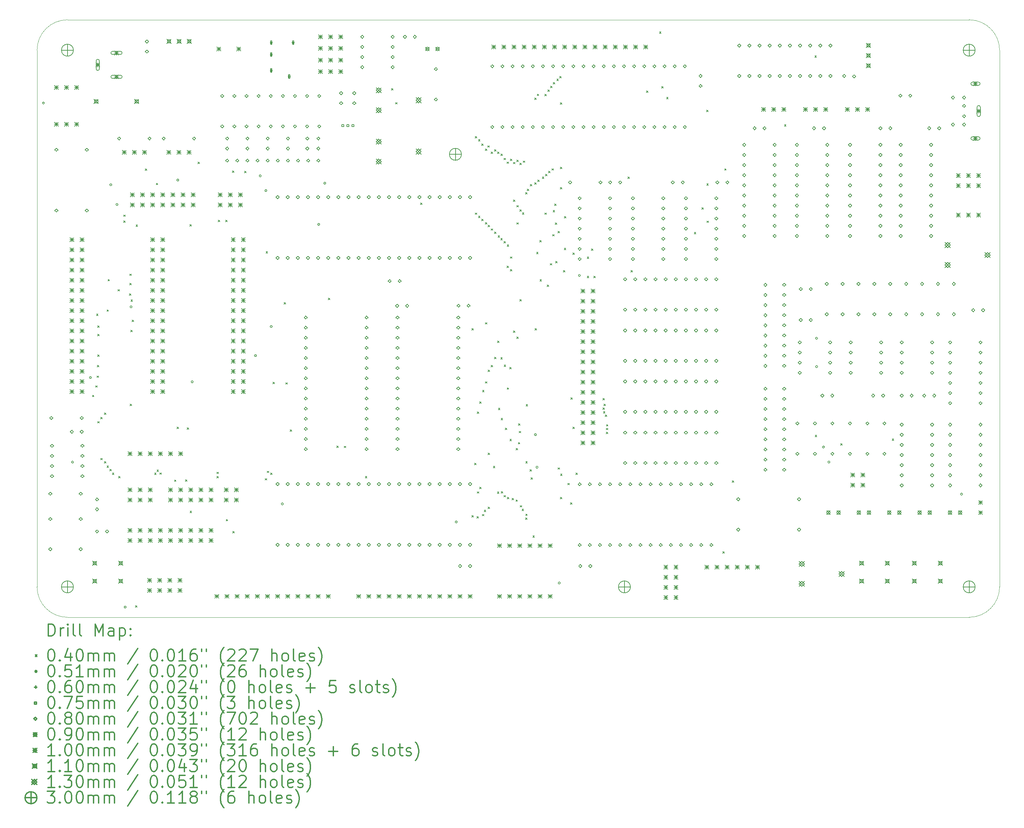
<source format=gbr>
%FSLAX45Y45*%
G04 Gerber Fmt 4.5, Leading zero omitted, Abs format (unit mm)*
G04 Created by KiCad (PCBNEW (5.1.9)-1) date 2023-05-01 09:01:02*
%MOMM*%
%LPD*%
G01*
G04 APERTURE LIST*
%TA.AperFunction,Profile*%
%ADD10C,0.050000*%
%TD*%
%ADD11C,0.200000*%
%ADD12C,0.300000*%
G04 APERTURE END LIST*
D10*
X9160500Y-20421000D02*
X9160500Y-6959000D01*
X32528500Y-21183000D02*
X9922500Y-21183000D01*
X33290500Y-6959000D02*
X33290500Y-20421000D01*
X9922500Y-6197000D02*
X32528500Y-6197000D01*
X9922500Y-21183000D02*
G75*
G02*
X9160500Y-20421000I0J762000D01*
G01*
X33290500Y-20421000D02*
G75*
G02*
X32528500Y-21183000I-762000J0D01*
G01*
X32528500Y-6197000D02*
G75*
G02*
X33290500Y-6959000I0J-762000D01*
G01*
X9160500Y-6959000D02*
G75*
G02*
X9922500Y-6197000I762000J0D01*
G01*
D11*
X10547500Y-15611000D02*
X10587500Y-15651000D01*
X10587500Y-15611000D02*
X10547500Y-15651000D01*
X10631196Y-15374000D02*
X10671196Y-15414000D01*
X10671196Y-15374000D02*
X10631196Y-15414000D01*
X10649500Y-13573000D02*
X10689500Y-13613000D01*
X10689500Y-13573000D02*
X10649500Y-13613000D01*
X10661677Y-15130000D02*
X10701677Y-15170000D01*
X10701677Y-15130000D02*
X10661677Y-15170000D01*
X10672500Y-14863000D02*
X10712500Y-14903000D01*
X10712500Y-14863000D02*
X10672500Y-14903000D01*
X10679500Y-13870000D02*
X10719500Y-13910000D01*
X10719500Y-13870000D02*
X10679500Y-13910000D01*
X10679500Y-14085000D02*
X10719500Y-14125000D01*
X10719500Y-14085000D02*
X10679500Y-14125000D01*
X10679500Y-14598000D02*
X10719500Y-14638000D01*
X10719500Y-14598000D02*
X10679500Y-14638000D01*
X10681500Y-16272500D02*
X10721500Y-16312500D01*
X10721500Y-16272500D02*
X10681500Y-16312500D01*
X10756500Y-16167500D02*
X10796500Y-16207500D01*
X10796500Y-16167500D02*
X10756500Y-16207500D01*
X10756500Y-17195000D02*
X10796500Y-17235000D01*
X10796500Y-17195000D02*
X10756500Y-17235000D01*
X10846500Y-16055000D02*
X10886500Y-16095000D01*
X10886500Y-16055000D02*
X10846500Y-16095000D01*
X10846500Y-17272500D02*
X10886500Y-17312500D01*
X10886500Y-17272500D02*
X10846500Y-17312500D01*
X10913057Y-17383443D02*
X10953057Y-17423443D01*
X10953057Y-17383443D02*
X10913057Y-17423443D01*
X10913639Y-13469000D02*
X10953639Y-13509000D01*
X10953639Y-13469000D02*
X10913639Y-13509000D01*
X10937500Y-12707000D02*
X10977500Y-12747000D01*
X10977500Y-12707000D02*
X10937500Y-12747000D01*
X10981500Y-17467500D02*
X11021500Y-17507500D01*
X11021500Y-17467500D02*
X10981500Y-17507500D01*
X11049000Y-17565000D02*
X11089000Y-17605000D01*
X11089000Y-17565000D02*
X11049000Y-17605000D01*
X11190500Y-12961000D02*
X11230500Y-13001000D01*
X11230500Y-12961000D02*
X11190500Y-13001000D01*
X11206804Y-17646630D02*
X11246804Y-17686630D01*
X11246804Y-17646630D02*
X11206804Y-17686630D01*
X11331500Y-11090000D02*
X11371500Y-11130000D01*
X11371500Y-11090000D02*
X11331500Y-11130000D01*
X11331500Y-11237500D02*
X11371500Y-11277500D01*
X11371500Y-11237500D02*
X11331500Y-11277500D01*
X11476500Y-13070000D02*
X11516500Y-13110000D01*
X11516500Y-13070000D02*
X11476500Y-13110000D01*
X11486500Y-12572500D02*
X11526500Y-12612500D01*
X11526500Y-12572500D02*
X11486500Y-12612500D01*
X11486500Y-12807500D02*
X11526500Y-12847500D01*
X11526500Y-12807500D02*
X11486500Y-12847500D01*
X11490500Y-15836000D02*
X11530500Y-15876000D01*
X11530500Y-15836000D02*
X11490500Y-15876000D01*
X11506500Y-13980000D02*
X11546500Y-14020000D01*
X11546500Y-13980000D02*
X11506500Y-14020000D01*
X11514000Y-13220000D02*
X11554000Y-13260000D01*
X11554000Y-13220000D02*
X11514000Y-13260000D01*
X11541500Y-13727500D02*
X11581500Y-13767500D01*
X11581500Y-13727500D02*
X11541500Y-13767500D01*
X11630500Y-20889000D02*
X11670500Y-20929000D01*
X11670500Y-20889000D02*
X11630500Y-20929000D01*
X11641500Y-11340000D02*
X11681500Y-11380000D01*
X11681500Y-11340000D02*
X11641500Y-11380000D01*
X11876500Y-9935000D02*
X11916500Y-9975000D01*
X11916500Y-9935000D02*
X11876500Y-9975000D01*
X12106884Y-17562633D02*
X12146884Y-17602633D01*
X12146884Y-17562633D02*
X12106884Y-17602633D01*
X12149000Y-10294639D02*
X12189000Y-10334639D01*
X12189000Y-10294639D02*
X12149000Y-10334639D01*
X12165674Y-17487703D02*
X12205674Y-17527703D01*
X12205674Y-17487703D02*
X12165674Y-17527703D01*
X12239000Y-17560000D02*
X12279000Y-17600000D01*
X12279000Y-17560000D02*
X12239000Y-17600000D01*
X12606500Y-17737500D02*
X12646500Y-17777500D01*
X12646500Y-17737500D02*
X12606500Y-17777500D01*
X12669000Y-16410000D02*
X12709000Y-16450000D01*
X12709000Y-16410000D02*
X12669000Y-16450000D01*
X12879000Y-17732500D02*
X12919000Y-17772500D01*
X12919000Y-17732500D02*
X12879000Y-17772500D01*
X12924000Y-16429639D02*
X12964000Y-16469639D01*
X12964000Y-16429639D02*
X12924000Y-16469639D01*
X12991660Y-11328823D02*
X13031660Y-11368823D01*
X13031660Y-11328823D02*
X12991660Y-11368823D01*
X12996500Y-18517500D02*
X13036500Y-18557500D01*
X13036500Y-18517500D02*
X12996500Y-18557500D01*
X13196500Y-9762501D02*
X13236500Y-9802501D01*
X13236500Y-9762501D02*
X13196500Y-9802501D01*
X13669000Y-17542500D02*
X13709000Y-17582500D01*
X13709000Y-17542500D02*
X13669000Y-17582500D01*
X13669191Y-17645241D02*
X13709191Y-17685241D01*
X13709191Y-17645241D02*
X13669191Y-17685241D01*
X13700876Y-11219376D02*
X13740876Y-11259376D01*
X13740876Y-11219376D02*
X13700876Y-11259376D01*
X13886500Y-11222861D02*
X13926500Y-11262861D01*
X13926500Y-11222861D02*
X13886500Y-11262861D01*
X13901500Y-18727500D02*
X13941500Y-18767500D01*
X13941500Y-18727500D02*
X13901500Y-18767500D01*
X14056500Y-9987500D02*
X14096500Y-10027500D01*
X14096500Y-9987500D02*
X14056500Y-10027500D01*
X14066860Y-19029640D02*
X14106860Y-19069640D01*
X14106860Y-19029640D02*
X14066860Y-19069640D01*
X14361500Y-9992500D02*
X14401500Y-10032500D01*
X14401500Y-9992500D02*
X14361500Y-10032500D01*
X14876500Y-17702500D02*
X14916500Y-17742500D01*
X14916500Y-17702500D02*
X14876500Y-17742500D01*
X14901500Y-12010000D02*
X14941500Y-12050000D01*
X14941500Y-12010000D02*
X14901500Y-12050000D01*
X14930262Y-17517410D02*
X14970262Y-17557410D01*
X14970262Y-17517410D02*
X14930262Y-17557410D01*
X15012968Y-17564639D02*
X15052968Y-17604639D01*
X15052968Y-17564639D02*
X15012968Y-17604639D01*
X15071500Y-15287500D02*
X15111500Y-15327500D01*
X15111500Y-15287500D02*
X15071500Y-15327500D01*
X15354000Y-13285000D02*
X15394000Y-13325000D01*
X15394000Y-13285000D02*
X15354000Y-13325000D01*
X15393639Y-15298000D02*
X15433639Y-15338000D01*
X15433639Y-15298000D02*
X15393639Y-15338000D01*
X15506500Y-16477500D02*
X15546500Y-16517500D01*
X15546500Y-16477500D02*
X15506500Y-16517500D01*
X16459500Y-13178000D02*
X16499500Y-13218000D01*
X16499500Y-13178000D02*
X16459500Y-13218000D01*
X16674000Y-16885361D02*
X16714000Y-16925361D01*
X16714000Y-16885361D02*
X16674000Y-16925361D01*
X16859000Y-16890000D02*
X16899000Y-16930000D01*
X16899000Y-16890000D02*
X16859000Y-16930000D01*
X17389000Y-17650000D02*
X17429000Y-17690000D01*
X17429000Y-17650000D02*
X17389000Y-17690000D01*
X18045500Y-7919000D02*
X18085500Y-7959000D01*
X18085500Y-7919000D02*
X18045500Y-7959000D01*
X18144500Y-8271000D02*
X18184500Y-8311000D01*
X18184500Y-8271000D02*
X18144500Y-8311000D01*
X18776500Y-10792500D02*
X18816500Y-10832500D01*
X18816500Y-10792500D02*
X18776500Y-10832500D01*
X20059000Y-13940000D02*
X20099000Y-13980000D01*
X20099000Y-13940000D02*
X20059000Y-13980000D01*
X20059000Y-18627500D02*
X20099000Y-18667500D01*
X20099000Y-18627500D02*
X20059000Y-18667500D01*
X20131500Y-17317500D02*
X20171500Y-17357500D01*
X20171500Y-17317500D02*
X20131500Y-17357500D01*
X20144500Y-9124000D02*
X20184500Y-9164000D01*
X20184500Y-9124000D02*
X20144500Y-9164000D01*
X20144500Y-11039000D02*
X20184500Y-11079000D01*
X20184500Y-11039000D02*
X20144500Y-11079000D01*
X20190629Y-18653695D02*
X20230629Y-18693695D01*
X20230629Y-18653695D02*
X20190629Y-18693695D01*
X20194361Y-16032000D02*
X20234361Y-16072000D01*
X20234361Y-16032000D02*
X20194361Y-16072000D01*
X20194361Y-18032861D02*
X20234361Y-18072861D01*
X20234361Y-18032861D02*
X20194361Y-18072861D01*
X20225500Y-9200000D02*
X20265500Y-9240000D01*
X20265500Y-9200000D02*
X20225500Y-9240000D01*
X20225500Y-11119000D02*
X20265500Y-11159000D01*
X20265500Y-11119000D02*
X20225500Y-11159000D01*
X20257109Y-15779639D02*
X20297109Y-15819639D01*
X20297109Y-15779639D02*
X20257109Y-15819639D01*
X20257221Y-17920721D02*
X20297221Y-17960721D01*
X20297221Y-17920721D02*
X20257221Y-17960721D01*
X20304500Y-9309000D02*
X20344500Y-9349000D01*
X20344500Y-9309000D02*
X20304500Y-9349000D01*
X20304500Y-11196000D02*
X20344500Y-11236000D01*
X20344500Y-11196000D02*
X20304500Y-11236000D01*
X20324000Y-18600000D02*
X20364000Y-18640000D01*
X20364000Y-18600000D02*
X20324000Y-18640000D01*
X20328279Y-15487500D02*
X20368279Y-15527500D01*
X20368279Y-15487500D02*
X20328279Y-15527500D01*
X20370719Y-18492525D02*
X20410719Y-18532525D01*
X20410719Y-18492525D02*
X20370719Y-18532525D01*
X20397221Y-9434279D02*
X20437221Y-9474279D01*
X20437221Y-9434279D02*
X20397221Y-9474279D01*
X20401861Y-11278000D02*
X20441861Y-11318000D01*
X20441861Y-11278000D02*
X20401861Y-11318000D01*
X20401861Y-13791000D02*
X20441861Y-13831000D01*
X20441861Y-13791000D02*
X20401861Y-13831000D01*
X20401861Y-15272000D02*
X20441861Y-15312000D01*
X20441861Y-15272000D02*
X20401861Y-15312000D01*
X20461101Y-9355304D02*
X20501101Y-9395304D01*
X20501101Y-9355304D02*
X20461101Y-9395304D01*
X20464500Y-14981000D02*
X20504500Y-15021000D01*
X20504500Y-14981000D02*
X20464500Y-15021000D01*
X20466701Y-11347761D02*
X20506701Y-11387761D01*
X20506701Y-11347761D02*
X20466701Y-11387761D01*
X20469000Y-17062500D02*
X20509000Y-17102500D01*
X20509000Y-17062500D02*
X20469000Y-17102500D01*
X20469000Y-18417500D02*
X20509000Y-18457500D01*
X20509000Y-18417500D02*
X20469000Y-18457500D01*
X20544500Y-11437000D02*
X20584500Y-11477000D01*
X20584500Y-11437000D02*
X20544500Y-11477000D01*
X20544500Y-14862000D02*
X20584500Y-14902000D01*
X20584500Y-14862000D02*
X20544500Y-14902000D01*
X20545500Y-9510000D02*
X20585500Y-9550000D01*
X20585500Y-9510000D02*
X20545500Y-9550000D01*
X20599429Y-17391688D02*
X20639429Y-17431688D01*
X20639429Y-17391688D02*
X20599429Y-17431688D01*
X20625500Y-9451000D02*
X20665500Y-9491000D01*
X20665500Y-9451000D02*
X20625500Y-9491000D01*
X20625500Y-11519000D02*
X20665500Y-11559000D01*
X20665500Y-11519000D02*
X20625500Y-11559000D01*
X20628500Y-14659000D02*
X20668500Y-14699000D01*
X20668500Y-14659000D02*
X20628500Y-14699000D01*
X20700957Y-18036470D02*
X20740957Y-18076470D01*
X20740957Y-18036470D02*
X20700957Y-18076470D01*
X20703500Y-9514000D02*
X20743500Y-9554000D01*
X20743500Y-9514000D02*
X20703500Y-9554000D01*
X20707088Y-14250204D02*
X20747088Y-14290204D01*
X20747088Y-14250204D02*
X20707088Y-14290204D01*
X20717914Y-11608518D02*
X20757914Y-11648518D01*
X20757914Y-11608518D02*
X20717914Y-11648518D01*
X20726500Y-15935000D02*
X20766500Y-15975000D01*
X20766500Y-15935000D02*
X20726500Y-15975000D01*
X20784500Y-11680000D02*
X20824500Y-11720000D01*
X20824500Y-11680000D02*
X20784500Y-11720000D01*
X20784500Y-14668000D02*
X20824500Y-14708000D01*
X20824500Y-14668000D02*
X20784500Y-14708000D01*
X20786500Y-9564000D02*
X20826500Y-9604000D01*
X20826500Y-9564000D02*
X20786500Y-9604000D01*
X20794000Y-16190000D02*
X20834000Y-16230000D01*
X20834000Y-16190000D02*
X20794000Y-16230000D01*
X20796139Y-18030188D02*
X20836139Y-18070188D01*
X20836139Y-18030188D02*
X20796139Y-18070188D01*
X20862883Y-18125885D02*
X20902883Y-18165885D01*
X20902883Y-18125885D02*
X20862883Y-18165885D01*
X20864500Y-9669000D02*
X20904500Y-9709000D01*
X20904500Y-9669000D02*
X20864500Y-9709000D01*
X20864500Y-11757000D02*
X20904500Y-11797000D01*
X20904500Y-11757000D02*
X20864500Y-11797000D01*
X20868734Y-14853439D02*
X20908734Y-14893439D01*
X20908734Y-14853439D02*
X20868734Y-14893439D01*
X20901500Y-16437500D02*
X20941500Y-16477500D01*
X20941500Y-16437500D02*
X20901500Y-16477500D01*
X20940131Y-12372139D02*
X20980131Y-12412139D01*
X20980131Y-12372139D02*
X20940131Y-12412139D01*
X20942500Y-9762000D02*
X20982500Y-9802000D01*
X20982500Y-9762000D02*
X20942500Y-9802000D01*
X20944500Y-11838000D02*
X20984500Y-11878000D01*
X20984500Y-11838000D02*
X20944500Y-11878000D01*
X20944500Y-15425000D02*
X20984500Y-15465000D01*
X20984500Y-15425000D02*
X20944500Y-15465000D01*
X20947367Y-18169854D02*
X20987367Y-18209854D01*
X20987367Y-18169854D02*
X20947367Y-18209854D01*
X21008158Y-14914000D02*
X21048158Y-14954000D01*
X21048158Y-14914000D02*
X21008158Y-14954000D01*
X21014000Y-16715000D02*
X21054000Y-16755000D01*
X21054000Y-16715000D02*
X21014000Y-16755000D01*
X21023500Y-9691000D02*
X21063500Y-9731000D01*
X21063500Y-9691000D02*
X21023500Y-9731000D01*
X21024500Y-12140000D02*
X21064500Y-12180000D01*
X21064500Y-12140000D02*
X21024500Y-12180000D01*
X21024500Y-12456000D02*
X21064500Y-12496000D01*
X21064500Y-12456000D02*
X21024500Y-12496000D01*
X21071063Y-18200336D02*
X21111063Y-18240336D01*
X21111063Y-18200336D02*
X21071063Y-18240336D01*
X21103500Y-9770000D02*
X21143500Y-9810000D01*
X21143500Y-9770000D02*
X21103500Y-9810000D01*
X21104500Y-10713000D02*
X21144500Y-10753000D01*
X21144500Y-10713000D02*
X21104500Y-10753000D01*
X21104500Y-14001000D02*
X21144500Y-14041000D01*
X21144500Y-14001000D02*
X21104500Y-14041000D01*
X21164828Y-18235321D02*
X21204828Y-18275321D01*
X21204828Y-18235321D02*
X21164828Y-18275321D01*
X21171500Y-16945000D02*
X21211500Y-16985000D01*
X21211500Y-16945000D02*
X21171500Y-16985000D01*
X21184500Y-10854000D02*
X21224500Y-10894000D01*
X21224500Y-10854000D02*
X21184500Y-10894000D01*
X21184500Y-11285000D02*
X21224500Y-11325000D01*
X21224500Y-11285000D02*
X21184500Y-11325000D01*
X21184500Y-14152000D02*
X21224500Y-14192000D01*
X21224500Y-14152000D02*
X21184500Y-14192000D01*
X21186500Y-9715000D02*
X21226500Y-9755000D01*
X21226500Y-9715000D02*
X21186500Y-9755000D01*
X21224696Y-16797500D02*
X21264696Y-16837500D01*
X21264696Y-16797500D02*
X21224696Y-16837500D01*
X21230804Y-16330000D02*
X21270804Y-16370000D01*
X21270804Y-16330000D02*
X21230804Y-16370000D01*
X21247639Y-16517538D02*
X21287639Y-16557538D01*
X21287639Y-16517538D02*
X21247639Y-16557538D01*
X21261328Y-13211000D02*
X21301328Y-13251000D01*
X21301328Y-13211000D02*
X21261328Y-13251000D01*
X21263639Y-9791112D02*
X21303639Y-9831112D01*
X21303639Y-9791112D02*
X21263639Y-9831112D01*
X21263639Y-10957000D02*
X21303639Y-10997000D01*
X21303639Y-10957000D02*
X21263639Y-10997000D01*
X21273877Y-18380302D02*
X21313877Y-18420302D01*
X21313877Y-18380302D02*
X21273877Y-18420302D01*
X21317576Y-18467108D02*
X21357576Y-18507108D01*
X21357576Y-18467108D02*
X21317576Y-18507108D01*
X21326500Y-11032500D02*
X21366500Y-11072500D01*
X21366500Y-11032500D02*
X21326500Y-11072500D01*
X21347500Y-9736000D02*
X21387500Y-9776000D01*
X21387500Y-9736000D02*
X21347500Y-9776000D01*
X21407361Y-10526710D02*
X21447361Y-10566710D01*
X21447361Y-10526710D02*
X21407361Y-10566710D01*
X21407586Y-18687786D02*
X21447586Y-18727786D01*
X21447586Y-18687786D02*
X21407586Y-18727786D01*
X21410345Y-18592476D02*
X21450345Y-18632476D01*
X21450345Y-18592476D02*
X21410345Y-18632476D01*
X21411285Y-17272500D02*
X21451285Y-17312500D01*
X21451285Y-17272500D02*
X21411285Y-17312500D01*
X21419000Y-15842500D02*
X21459000Y-15882500D01*
X21459000Y-15842500D02*
X21419000Y-15882500D01*
X21448974Y-10441041D02*
X21488974Y-10481041D01*
X21488974Y-10441041D02*
X21448974Y-10481041D01*
X21519000Y-17480000D02*
X21559000Y-17520000D01*
X21559000Y-17480000D02*
X21519000Y-17520000D01*
X21527616Y-10326897D02*
X21567616Y-10366897D01*
X21567616Y-10326897D02*
X21527616Y-10366897D01*
X21544000Y-17680747D02*
X21584000Y-17720747D01*
X21584000Y-17680747D02*
X21544000Y-17720747D01*
X21589000Y-19140000D02*
X21629000Y-19180000D01*
X21629000Y-19140000D02*
X21589000Y-19180000D01*
X21635500Y-8155550D02*
X21675500Y-8195550D01*
X21675500Y-8155550D02*
X21635500Y-8195550D01*
X21637885Y-10283643D02*
X21677885Y-10323643D01*
X21677885Y-10283643D02*
X21637885Y-10323643D01*
X21641508Y-13941497D02*
X21681508Y-13981497D01*
X21681508Y-13941497D02*
X21641508Y-13981497D01*
X21681380Y-12027440D02*
X21721380Y-12067440D01*
X21721380Y-12027440D02*
X21681380Y-12067440D01*
X21698361Y-8060308D02*
X21738361Y-8100308D01*
X21738361Y-8060308D02*
X21698361Y-8100308D01*
X21709620Y-10211908D02*
X21749620Y-10251908D01*
X21749620Y-10211908D02*
X21709620Y-10251908D01*
X21763279Y-11731861D02*
X21803279Y-11771861D01*
X21803279Y-11731861D02*
X21763279Y-11771861D01*
X21767230Y-12710518D02*
X21807230Y-12750518D01*
X21807230Y-12710518D02*
X21767230Y-12750518D01*
X21825500Y-10135000D02*
X21865500Y-10175000D01*
X21865500Y-10135000D02*
X21825500Y-10175000D01*
X21887631Y-11038870D02*
X21927631Y-11078870D01*
X21927631Y-11038870D02*
X21887631Y-11078870D01*
X21892500Y-8064000D02*
X21932500Y-8104000D01*
X21932500Y-8064000D02*
X21892500Y-8104000D01*
X21908371Y-10071134D02*
X21948371Y-10111134D01*
X21948371Y-10071134D02*
X21908371Y-10111134D01*
X21946500Y-12847500D02*
X21986500Y-12887500D01*
X21986500Y-12847500D02*
X21946500Y-12887500D01*
X21967500Y-7956000D02*
X22007500Y-7996000D01*
X22007500Y-7956000D02*
X21967500Y-7996000D01*
X21984500Y-9995000D02*
X22024500Y-10035000D01*
X22024500Y-9995000D02*
X21984500Y-10035000D01*
X22024000Y-12310000D02*
X22064000Y-12350000D01*
X22064000Y-12310000D02*
X22024000Y-12350000D01*
X22032500Y-7859000D02*
X22072500Y-7899000D01*
X22072500Y-7859000D02*
X22032500Y-7899000D01*
X22064500Y-9930344D02*
X22104500Y-9970344D01*
X22104500Y-9930344D02*
X22064500Y-9970344D01*
X22086499Y-11582500D02*
X22126499Y-11622500D01*
X22126499Y-11582500D02*
X22086499Y-11622500D01*
X22096500Y-10976009D02*
X22136500Y-11016009D01*
X22136500Y-10976009D02*
X22096500Y-11016009D01*
X22099500Y-7765000D02*
X22139500Y-7805000D01*
X22139500Y-7765000D02*
X22099500Y-7805000D01*
X22136500Y-10812500D02*
X22176500Y-10852500D01*
X22176500Y-10812500D02*
X22136500Y-10852500D01*
X22151500Y-11290000D02*
X22191500Y-11330000D01*
X22191500Y-11290000D02*
X22151500Y-11330000D01*
X22157677Y-12255000D02*
X22197677Y-12295000D01*
X22197677Y-12255000D02*
X22157677Y-12295000D01*
X22189500Y-7682000D02*
X22229500Y-7722000D01*
X22229500Y-7682000D02*
X22189500Y-7722000D01*
X22218500Y-11503279D02*
X22258500Y-11543279D01*
X22258500Y-11503279D02*
X22218500Y-11543279D01*
X22218500Y-17431000D02*
X22258500Y-17471000D01*
X22258500Y-17431000D02*
X22218500Y-17471000D01*
X22263500Y-7613861D02*
X22303500Y-7653861D01*
X22303500Y-7613861D02*
X22263500Y-7653861D01*
X22278500Y-8273000D02*
X22318500Y-8313000D01*
X22318500Y-8273000D02*
X22278500Y-8313000D01*
X22281382Y-9894483D02*
X22321382Y-9934483D01*
X22321382Y-9894483D02*
X22281382Y-9934483D01*
X22281500Y-10400000D02*
X22321500Y-10440000D01*
X22321500Y-10400000D02*
X22281500Y-10440000D01*
X22281500Y-18170000D02*
X22321500Y-18210000D01*
X22321500Y-18170000D02*
X22281500Y-18210000D01*
X22283273Y-17588777D02*
X22323273Y-17628777D01*
X22323273Y-17588777D02*
X22283273Y-17628777D01*
X22354000Y-12482500D02*
X22394000Y-12522500D01*
X22394000Y-12482500D02*
X22354000Y-12522500D01*
X22377500Y-11922000D02*
X22417500Y-11962000D01*
X22417500Y-11922000D02*
X22377500Y-11962000D01*
X22379500Y-11130000D02*
X22419500Y-11170000D01*
X22419500Y-11130000D02*
X22379500Y-11170000D01*
X22462500Y-17822000D02*
X22502500Y-17862000D01*
X22502500Y-17822000D02*
X22462500Y-17862000D01*
X22530500Y-18307000D02*
X22570500Y-18347000D01*
X22570500Y-18307000D02*
X22530500Y-18347000D01*
X22541500Y-15675000D02*
X22581500Y-15715000D01*
X22581500Y-15675000D02*
X22541500Y-15715000D01*
X22590708Y-16408792D02*
X22630708Y-16448792D01*
X22630708Y-16408792D02*
X22590708Y-16448792D01*
X22591500Y-12045000D02*
X22631500Y-12085000D01*
X22631500Y-12045000D02*
X22591500Y-12085000D01*
X22665500Y-17562861D02*
X22705500Y-17602861D01*
X22705500Y-17562861D02*
X22665500Y-17602861D01*
X22951500Y-12147500D02*
X22991500Y-12187500D01*
X22991500Y-12147500D02*
X22951500Y-12187500D01*
X22951500Y-12630000D02*
X22991500Y-12670000D01*
X22991500Y-12630000D02*
X22951500Y-12670000D01*
X23059000Y-11940000D02*
X23099000Y-11980000D01*
X23099000Y-11940000D02*
X23059000Y-11980000D01*
X23119000Y-12630000D02*
X23159000Y-12670000D01*
X23159000Y-12630000D02*
X23119000Y-12670000D01*
X23345323Y-15929850D02*
X23385323Y-15969850D01*
X23385323Y-15929850D02*
X23345323Y-15969850D01*
X23346500Y-15690000D02*
X23386500Y-15730000D01*
X23386500Y-15690000D02*
X23346500Y-15730000D01*
X23357823Y-16025395D02*
X23397823Y-16065395D01*
X23397823Y-16025395D02*
X23357823Y-16065395D01*
X23368649Y-15837509D02*
X23408649Y-15877509D01*
X23408649Y-15837509D02*
X23368649Y-15877509D01*
X23405222Y-16108004D02*
X23445222Y-16148004D01*
X23445222Y-16108004D02*
X23405222Y-16148004D01*
X23428518Y-16537513D02*
X23468518Y-16577513D01*
X23468518Y-16537513D02*
X23428518Y-16577513D01*
X23428981Y-16442273D02*
X23468981Y-16482273D01*
X23468981Y-16442273D02*
X23428981Y-16482273D01*
X23434000Y-16347164D02*
X23474000Y-16387164D01*
X23474000Y-16347164D02*
X23434000Y-16387164D01*
X23971500Y-10135000D02*
X24011500Y-10175000D01*
X24011500Y-10135000D02*
X23971500Y-10175000D01*
X24051500Y-12484000D02*
X24091500Y-12524000D01*
X24091500Y-12484000D02*
X24051500Y-12524000D01*
X24436500Y-7982000D02*
X24476500Y-8022000D01*
X24476500Y-7982000D02*
X24436500Y-8022000D01*
X24763500Y-6495000D02*
X24803500Y-6535000D01*
X24803500Y-6495000D02*
X24763500Y-6535000D01*
X24820361Y-7872000D02*
X24860361Y-7912000D01*
X24860361Y-7872000D02*
X24820361Y-7912000D01*
X24942639Y-8137000D02*
X24982639Y-8177000D01*
X24982639Y-8137000D02*
X24942639Y-8177000D01*
X25636500Y-11527500D02*
X25676500Y-11567500D01*
X25676500Y-11527500D02*
X25636500Y-11567500D01*
X25824000Y-10910000D02*
X25864000Y-10950000D01*
X25864000Y-10910000D02*
X25824000Y-10950000D01*
X25944239Y-8463261D02*
X25984239Y-8503261D01*
X25984239Y-8463261D02*
X25944239Y-8503261D01*
X25949000Y-10307500D02*
X25989000Y-10347500D01*
X25989000Y-10307500D02*
X25949000Y-10347500D01*
X25954000Y-11242500D02*
X25994000Y-11282500D01*
X25994000Y-11242500D02*
X25954000Y-11282500D01*
X26351500Y-19535000D02*
X26391500Y-19575000D01*
X26391500Y-19535000D02*
X26351500Y-19575000D01*
X26397239Y-9931761D02*
X26437239Y-9971761D01*
X26437239Y-9931761D02*
X26397239Y-9971761D01*
X26590300Y-17759400D02*
X26630300Y-17799400D01*
X26630300Y-17759400D02*
X26590300Y-17799400D01*
X27896500Y-8828000D02*
X27936500Y-8868000D01*
X27936500Y-8828000D02*
X27896500Y-8868000D01*
X28658380Y-7099880D02*
X28698380Y-7139880D01*
X28698380Y-7099880D02*
X28658380Y-7139880D01*
X28667500Y-16617000D02*
X28707500Y-16657000D01*
X28707500Y-16617000D02*
X28667500Y-16657000D01*
X29304500Y-16825000D02*
X29344500Y-16865000D01*
X29344500Y-16825000D02*
X29304500Y-16865000D01*
X30598000Y-16709500D02*
X30638000Y-16749500D01*
X30638000Y-16709500D02*
X30598000Y-16749500D01*
X9344900Y-8284000D02*
G75*
G03*
X9344900Y-8284000I-25400J0D01*
G01*
X10074400Y-17290000D02*
G75*
G03*
X10074400Y-17290000I-25400J0D01*
G01*
X10523900Y-15170000D02*
G75*
G03*
X10523900Y-15170000I-25400J0D01*
G01*
X11034400Y-10335000D02*
G75*
G03*
X11034400Y-10335000I-25400J0D01*
G01*
X11189400Y-10830000D02*
G75*
G03*
X11189400Y-10830000I-25400J0D01*
G01*
X11394400Y-20927500D02*
G75*
G03*
X11394400Y-20927500I-25400J0D01*
G01*
X11541581Y-13396683D02*
G75*
G03*
X11541581Y-13396683I-25400J0D01*
G01*
X12714400Y-10216658D02*
G75*
G03*
X12714400Y-10216658I-25400J0D01*
G01*
X13074400Y-15277500D02*
G75*
G03*
X13074400Y-15277500I-25400J0D01*
G01*
X14661900Y-14620000D02*
G75*
G03*
X14661900Y-14620000I-25400J0D01*
G01*
X14779400Y-10111859D02*
G75*
G03*
X14779400Y-10111859I-25400J0D01*
G01*
X14921900Y-10480000D02*
G75*
G03*
X14921900Y-10480000I-25400J0D01*
G01*
X15055900Y-13891000D02*
G75*
G03*
X15055900Y-13891000I-25400J0D01*
G01*
X15334400Y-18340000D02*
G75*
G03*
X15334400Y-18340000I-25400J0D01*
G01*
X16247100Y-11327800D02*
G75*
G03*
X16247100Y-11327800I-25400J0D01*
G01*
X16399400Y-10295000D02*
G75*
G03*
X16399400Y-10295000I-25400J0D01*
G01*
X19694400Y-18792500D02*
G75*
G03*
X19694400Y-18792500I-25400J0D01*
G01*
X21679400Y-16602500D02*
G75*
G03*
X21679400Y-16602500I-25400J0D01*
G01*
X21719400Y-17420000D02*
G75*
G03*
X21719400Y-17420000I-25400J0D01*
G01*
X22276900Y-20322500D02*
G75*
G03*
X22276900Y-20322500I-25400J0D01*
G01*
X22780900Y-12610000D02*
G75*
G03*
X22780900Y-12610000I-25400J0D01*
G01*
X28726900Y-14185000D02*
G75*
G03*
X28726900Y-14185000I-25400J0D01*
G01*
X28729400Y-14897500D02*
G75*
G03*
X28729400Y-14897500I-25400J0D01*
G01*
X28901900Y-16912500D02*
G75*
G03*
X28901900Y-16912500I-25400J0D01*
G01*
X29036900Y-17290000D02*
G75*
G03*
X29036900Y-17290000I-25400J0D01*
G01*
X32361900Y-18095000D02*
G75*
G03*
X32361900Y-18095000I-25400J0D01*
G01*
X15031000Y-6738000D02*
X15031000Y-6798000D01*
X15001000Y-6768000D02*
X15061000Y-6768000D01*
X15011000Y-6738000D02*
X15011000Y-6798000D01*
X15051000Y-6738000D02*
X15051000Y-6798000D01*
X15011000Y-6798000D02*
G75*
G03*
X15051000Y-6798000I20000J0D01*
G01*
X15051000Y-6738000D02*
G75*
G03*
X15011000Y-6738000I-20000J0D01*
G01*
X15031000Y-7038000D02*
X15031000Y-7098000D01*
X15001000Y-7068000D02*
X15061000Y-7068000D01*
X15011000Y-7038000D02*
X15011000Y-7098000D01*
X15051000Y-7038000D02*
X15051000Y-7098000D01*
X15011000Y-7098000D02*
G75*
G03*
X15051000Y-7098000I20000J0D01*
G01*
X15051000Y-7038000D02*
G75*
G03*
X15011000Y-7038000I-20000J0D01*
G01*
X15031000Y-7438000D02*
X15031000Y-7498000D01*
X15001000Y-7468000D02*
X15061000Y-7468000D01*
X15011000Y-7438000D02*
X15011000Y-7498000D01*
X15051000Y-7438000D02*
X15051000Y-7498000D01*
X15011000Y-7498000D02*
G75*
G03*
X15051000Y-7498000I20000J0D01*
G01*
X15051000Y-7438000D02*
G75*
G03*
X15011000Y-7438000I-20000J0D01*
G01*
X15481000Y-7588000D02*
X15481000Y-7648000D01*
X15451000Y-7618000D02*
X15511000Y-7618000D01*
X15461000Y-7588000D02*
X15461000Y-7648000D01*
X15501000Y-7588000D02*
X15501000Y-7648000D01*
X15461000Y-7648000D02*
G75*
G03*
X15501000Y-7648000I20000J0D01*
G01*
X15501000Y-7588000D02*
G75*
G03*
X15461000Y-7588000I-20000J0D01*
G01*
X15581000Y-6738000D02*
X15581000Y-6798000D01*
X15551000Y-6768000D02*
X15611000Y-6768000D01*
X15561000Y-6738000D02*
X15561000Y-6798000D01*
X15601000Y-6738000D02*
X15601000Y-6798000D01*
X15561000Y-6798000D02*
G75*
G03*
X15601000Y-6798000I20000J0D01*
G01*
X15601000Y-6738000D02*
G75*
G03*
X15561000Y-6738000I-20000J0D01*
G01*
X16852017Y-8876517D02*
X16852017Y-8823483D01*
X16798983Y-8823483D01*
X16798983Y-8876517D01*
X16852017Y-8876517D01*
X16979017Y-8876517D02*
X16979017Y-8823483D01*
X16925983Y-8823483D01*
X16925983Y-8876517D01*
X16979017Y-8876517D01*
X17106017Y-8876517D02*
X17106017Y-8823483D01*
X17052983Y-8823483D01*
X17052983Y-8876517D01*
X17106017Y-8876517D01*
X9491500Y-18123000D02*
X9531500Y-18083000D01*
X9491500Y-18043000D01*
X9451500Y-18083000D01*
X9491500Y-18123000D01*
X9492500Y-18758000D02*
X9532500Y-18718000D01*
X9492500Y-18678000D01*
X9452500Y-18718000D01*
X9492500Y-18758000D01*
X9492500Y-19516000D02*
X9532500Y-19476000D01*
X9492500Y-19436000D01*
X9452500Y-19476000D01*
X9492500Y-19516000D01*
X9517500Y-16226000D02*
X9557500Y-16186000D01*
X9517500Y-16146000D01*
X9477500Y-16186000D01*
X9517500Y-16226000D01*
X9534500Y-16922000D02*
X9574500Y-16882000D01*
X9534500Y-16842000D01*
X9494500Y-16882000D01*
X9534500Y-16922000D01*
X9534500Y-17176000D02*
X9574500Y-17136000D01*
X9534500Y-17096000D01*
X9494500Y-17136000D01*
X9534500Y-17176000D01*
X9534500Y-17430000D02*
X9574500Y-17390000D01*
X9534500Y-17350000D01*
X9494500Y-17390000D01*
X9534500Y-17430000D01*
X9534500Y-17684000D02*
X9574500Y-17644000D01*
X9534500Y-17604000D01*
X9494500Y-17644000D01*
X9534500Y-17684000D01*
X9645500Y-9497000D02*
X9685500Y-9457000D01*
X9645500Y-9417000D01*
X9605500Y-9457000D01*
X9645500Y-9497000D01*
X9645500Y-11021000D02*
X9685500Y-10981000D01*
X9645500Y-10941000D01*
X9605500Y-10981000D01*
X9645500Y-11021000D01*
X10031500Y-16569000D02*
X10071500Y-16529000D01*
X10031500Y-16489000D01*
X9991500Y-16529000D01*
X10031500Y-16569000D01*
X10253500Y-18123000D02*
X10293500Y-18083000D01*
X10253500Y-18043000D01*
X10213500Y-18083000D01*
X10253500Y-18123000D01*
X10254500Y-18758000D02*
X10294500Y-18718000D01*
X10254500Y-18678000D01*
X10214500Y-18718000D01*
X10254500Y-18758000D01*
X10254500Y-19516000D02*
X10294500Y-19476000D01*
X10254500Y-19436000D01*
X10214500Y-19476000D01*
X10254500Y-19516000D01*
X10279500Y-16226000D02*
X10319500Y-16186000D01*
X10279500Y-16146000D01*
X10239500Y-16186000D01*
X10279500Y-16226000D01*
X10281500Y-16569000D02*
X10321500Y-16529000D01*
X10281500Y-16489000D01*
X10241500Y-16529000D01*
X10281500Y-16569000D01*
X10296500Y-16922000D02*
X10336500Y-16882000D01*
X10296500Y-16842000D01*
X10256500Y-16882000D01*
X10296500Y-16922000D01*
X10296500Y-17176000D02*
X10336500Y-17136000D01*
X10296500Y-17096000D01*
X10256500Y-17136000D01*
X10296500Y-17176000D01*
X10296500Y-17430000D02*
X10336500Y-17390000D01*
X10296500Y-17350000D01*
X10256500Y-17390000D01*
X10296500Y-17430000D01*
X10296500Y-17684000D02*
X10336500Y-17644000D01*
X10296500Y-17604000D01*
X10256500Y-17644000D01*
X10296500Y-17684000D01*
X10407500Y-9497000D02*
X10447500Y-9457000D01*
X10407500Y-9417000D01*
X10367500Y-9457000D01*
X10407500Y-9497000D01*
X10407500Y-11021000D02*
X10447500Y-10981000D01*
X10407500Y-10941000D01*
X10367500Y-10981000D01*
X10407500Y-11021000D01*
X10665500Y-18267000D02*
X10705500Y-18227000D01*
X10665500Y-18187000D01*
X10625500Y-18227000D01*
X10665500Y-18267000D01*
X10665500Y-18517000D02*
X10705500Y-18477000D01*
X10665500Y-18437000D01*
X10625500Y-18477000D01*
X10665500Y-18517000D01*
X10665500Y-19071000D02*
X10705500Y-19031000D01*
X10665500Y-18991000D01*
X10625500Y-19031000D01*
X10665500Y-19071000D01*
X10915500Y-19071000D02*
X10955500Y-19031000D01*
X10915500Y-18991000D01*
X10875500Y-19031000D01*
X10915500Y-19071000D01*
X11216400Y-9214000D02*
X11256400Y-9174000D01*
X11216400Y-9134000D01*
X11176400Y-9174000D01*
X11216400Y-9214000D01*
X11914500Y-6781500D02*
X11954500Y-6741500D01*
X11914500Y-6701500D01*
X11874500Y-6741500D01*
X11914500Y-6781500D01*
X11914500Y-7031500D02*
X11954500Y-6991500D01*
X11914500Y-6951500D01*
X11874500Y-6991500D01*
X11914500Y-7031500D01*
X11978400Y-9214000D02*
X12018400Y-9174000D01*
X11978400Y-9134000D01*
X11938400Y-9174000D01*
X11978400Y-9214000D01*
X12334000Y-9214000D02*
X12374000Y-9174000D01*
X12334000Y-9134000D01*
X12294000Y-9174000D01*
X12334000Y-9214000D01*
X13096000Y-9214000D02*
X13136000Y-9174000D01*
X13096000Y-9134000D01*
X13056000Y-9174000D01*
X13096000Y-9214000D01*
X13803250Y-8148000D02*
X13843250Y-8108000D01*
X13803250Y-8068000D01*
X13763250Y-8108000D01*
X13803250Y-8148000D01*
X13803250Y-8910000D02*
X13843250Y-8870000D01*
X13803250Y-8830000D01*
X13763250Y-8870000D01*
X13803250Y-8910000D01*
X13926200Y-9214000D02*
X13966200Y-9174000D01*
X13926200Y-9134000D01*
X13886200Y-9174000D01*
X13926200Y-9214000D01*
X13926200Y-9464000D02*
X13966200Y-9424000D01*
X13926200Y-9384000D01*
X13886200Y-9424000D01*
X13926200Y-9464000D01*
X13926200Y-9768000D02*
X13966200Y-9728000D01*
X13926200Y-9688000D01*
X13886200Y-9728000D01*
X13926200Y-9768000D01*
X14107250Y-8148000D02*
X14147250Y-8108000D01*
X14107250Y-8068000D01*
X14067250Y-8108000D01*
X14107250Y-8148000D01*
X14107250Y-8910000D02*
X14147250Y-8870000D01*
X14107250Y-8830000D01*
X14067250Y-8870000D01*
X14107250Y-8910000D01*
X14180200Y-9768000D02*
X14220200Y-9728000D01*
X14180200Y-9688000D01*
X14140200Y-9728000D01*
X14180200Y-9768000D01*
X14411250Y-8148000D02*
X14451250Y-8108000D01*
X14411250Y-8068000D01*
X14371250Y-8108000D01*
X14411250Y-8148000D01*
X14411250Y-8910000D02*
X14451250Y-8870000D01*
X14411250Y-8830000D01*
X14371250Y-8870000D01*
X14411250Y-8910000D01*
X14434200Y-9214000D02*
X14474200Y-9174000D01*
X14434200Y-9134000D01*
X14394200Y-9174000D01*
X14434200Y-9214000D01*
X14434200Y-9464000D02*
X14474200Y-9424000D01*
X14434200Y-9384000D01*
X14394200Y-9424000D01*
X14434200Y-9464000D01*
X14434200Y-9768000D02*
X14474200Y-9728000D01*
X14434200Y-9688000D01*
X14394200Y-9728000D01*
X14434200Y-9768000D01*
X14688200Y-9768000D02*
X14728200Y-9728000D01*
X14688200Y-9688000D01*
X14648200Y-9728000D01*
X14688200Y-9768000D01*
X14715250Y-8148000D02*
X14755250Y-8108000D01*
X14715250Y-8068000D01*
X14675250Y-8108000D01*
X14715250Y-8148000D01*
X14715250Y-8910000D02*
X14755250Y-8870000D01*
X14715250Y-8830000D01*
X14675250Y-8870000D01*
X14715250Y-8910000D01*
X14942200Y-9214000D02*
X14982200Y-9174000D01*
X14942200Y-9134000D01*
X14902200Y-9174000D01*
X14942200Y-9214000D01*
X14942200Y-9464000D02*
X14982200Y-9424000D01*
X14942200Y-9384000D01*
X14902200Y-9424000D01*
X14942200Y-9464000D01*
X14942200Y-9768000D02*
X14982200Y-9728000D01*
X14942200Y-9688000D01*
X14902200Y-9728000D01*
X14942200Y-9768000D01*
X15019250Y-8148000D02*
X15059250Y-8108000D01*
X15019250Y-8068000D01*
X14979250Y-8108000D01*
X15019250Y-8148000D01*
X15019250Y-8910000D02*
X15059250Y-8870000D01*
X15019250Y-8830000D01*
X14979250Y-8870000D01*
X15019250Y-8910000D01*
X15190500Y-10686000D02*
X15230500Y-10646000D01*
X15190500Y-10606000D01*
X15150500Y-10646000D01*
X15190500Y-10686000D01*
X15190500Y-12210000D02*
X15230500Y-12170000D01*
X15190500Y-12130000D01*
X15150500Y-12170000D01*
X15190500Y-12210000D01*
X15190500Y-17882000D02*
X15230500Y-17842000D01*
X15190500Y-17802000D01*
X15150500Y-17842000D01*
X15190500Y-17882000D01*
X15190500Y-19406000D02*
X15230500Y-19366000D01*
X15190500Y-19326000D01*
X15150500Y-19366000D01*
X15190500Y-19406000D01*
X15196200Y-9768000D02*
X15236200Y-9728000D01*
X15196200Y-9688000D01*
X15156200Y-9728000D01*
X15196200Y-9768000D01*
X15323250Y-8148000D02*
X15363250Y-8108000D01*
X15323250Y-8068000D01*
X15283250Y-8108000D01*
X15323250Y-8148000D01*
X15323250Y-8910000D02*
X15363250Y-8870000D01*
X15323250Y-8830000D01*
X15283250Y-8870000D01*
X15323250Y-8910000D01*
X15444500Y-10686000D02*
X15484500Y-10646000D01*
X15444500Y-10606000D01*
X15404500Y-10646000D01*
X15444500Y-10686000D01*
X15444500Y-12210000D02*
X15484500Y-12170000D01*
X15444500Y-12130000D01*
X15404500Y-12170000D01*
X15444500Y-12210000D01*
X15444500Y-17882000D02*
X15484500Y-17842000D01*
X15444500Y-17802000D01*
X15404500Y-17842000D01*
X15444500Y-17882000D01*
X15444500Y-19406000D02*
X15484500Y-19366000D01*
X15444500Y-19326000D01*
X15404500Y-19366000D01*
X15444500Y-19406000D01*
X15450200Y-9214000D02*
X15490200Y-9174000D01*
X15450200Y-9134000D01*
X15410200Y-9174000D01*
X15450200Y-9214000D01*
X15450200Y-9464000D02*
X15490200Y-9424000D01*
X15450200Y-9384000D01*
X15410200Y-9424000D01*
X15450200Y-9464000D01*
X15450200Y-9768000D02*
X15490200Y-9728000D01*
X15450200Y-9688000D01*
X15410200Y-9728000D01*
X15450200Y-9768000D01*
X15627250Y-8148000D02*
X15667250Y-8108000D01*
X15627250Y-8068000D01*
X15587250Y-8108000D01*
X15627250Y-8148000D01*
X15627250Y-8910000D02*
X15667250Y-8870000D01*
X15627250Y-8830000D01*
X15587250Y-8870000D01*
X15627250Y-8910000D01*
X15698500Y-10686000D02*
X15738500Y-10646000D01*
X15698500Y-10606000D01*
X15658500Y-10646000D01*
X15698500Y-10686000D01*
X15698500Y-12210000D02*
X15738500Y-12170000D01*
X15698500Y-12130000D01*
X15658500Y-12170000D01*
X15698500Y-12210000D01*
X15698500Y-17882000D02*
X15738500Y-17842000D01*
X15698500Y-17802000D01*
X15658500Y-17842000D01*
X15698500Y-17882000D01*
X15698500Y-19406000D02*
X15738500Y-19366000D01*
X15698500Y-19326000D01*
X15658500Y-19366000D01*
X15698500Y-19406000D01*
X15704200Y-9768000D02*
X15744200Y-9728000D01*
X15704200Y-9688000D01*
X15664200Y-9728000D01*
X15704200Y-9768000D01*
X15896500Y-13704000D02*
X15936500Y-13664000D01*
X15896500Y-13624000D01*
X15856500Y-13664000D01*
X15896500Y-13704000D01*
X15896500Y-13958000D02*
X15936500Y-13918000D01*
X15896500Y-13878000D01*
X15856500Y-13918000D01*
X15896500Y-13958000D01*
X15896500Y-14212000D02*
X15936500Y-14172000D01*
X15896500Y-14132000D01*
X15856500Y-14172000D01*
X15896500Y-14212000D01*
X15896500Y-14466000D02*
X15936500Y-14426000D01*
X15896500Y-14386000D01*
X15856500Y-14426000D01*
X15896500Y-14466000D01*
X15896500Y-14720000D02*
X15936500Y-14680000D01*
X15896500Y-14640000D01*
X15856500Y-14680000D01*
X15896500Y-14720000D01*
X15896500Y-14974000D02*
X15936500Y-14934000D01*
X15896500Y-14894000D01*
X15856500Y-14934000D01*
X15896500Y-14974000D01*
X15896500Y-15228000D02*
X15936500Y-15188000D01*
X15896500Y-15148000D01*
X15856500Y-15188000D01*
X15896500Y-15228000D01*
X15896500Y-15482000D02*
X15936500Y-15442000D01*
X15896500Y-15402000D01*
X15856500Y-15442000D01*
X15896500Y-15482000D01*
X15896500Y-15736000D02*
X15936500Y-15696000D01*
X15896500Y-15656000D01*
X15856500Y-15696000D01*
X15896500Y-15736000D01*
X15896500Y-15990000D02*
X15936500Y-15950000D01*
X15896500Y-15910000D01*
X15856500Y-15950000D01*
X15896500Y-15990000D01*
X15896500Y-16244000D02*
X15936500Y-16204000D01*
X15896500Y-16164000D01*
X15856500Y-16204000D01*
X15896500Y-16244000D01*
X15896500Y-16498000D02*
X15936500Y-16458000D01*
X15896500Y-16418000D01*
X15856500Y-16458000D01*
X15896500Y-16498000D01*
X15896500Y-16752000D02*
X15936500Y-16712000D01*
X15896500Y-16672000D01*
X15856500Y-16712000D01*
X15896500Y-16752000D01*
X15896500Y-17006000D02*
X15936500Y-16966000D01*
X15896500Y-16926000D01*
X15856500Y-16966000D01*
X15896500Y-17006000D01*
X15931250Y-8148000D02*
X15971250Y-8108000D01*
X15931250Y-8068000D01*
X15891250Y-8108000D01*
X15931250Y-8148000D01*
X15931250Y-8910000D02*
X15971250Y-8870000D01*
X15931250Y-8830000D01*
X15891250Y-8870000D01*
X15931250Y-8910000D01*
X15938200Y-9214000D02*
X15978200Y-9174000D01*
X15938200Y-9134000D01*
X15898200Y-9174000D01*
X15938200Y-9214000D01*
X15938200Y-9464000D02*
X15978200Y-9424000D01*
X15938200Y-9384000D01*
X15898200Y-9424000D01*
X15938200Y-9464000D01*
X15952500Y-10686000D02*
X15992500Y-10646000D01*
X15952500Y-10606000D01*
X15912500Y-10646000D01*
X15952500Y-10686000D01*
X15952500Y-12210000D02*
X15992500Y-12170000D01*
X15952500Y-12130000D01*
X15912500Y-12170000D01*
X15952500Y-12210000D01*
X15952500Y-17882000D02*
X15992500Y-17842000D01*
X15952500Y-17802000D01*
X15912500Y-17842000D01*
X15952500Y-17882000D01*
X15952500Y-19406000D02*
X15992500Y-19366000D01*
X15952500Y-19326000D01*
X15912500Y-19366000D01*
X15952500Y-19406000D01*
X15958200Y-9768000D02*
X15998200Y-9728000D01*
X15958200Y-9688000D01*
X15918200Y-9728000D01*
X15958200Y-9768000D01*
X16206500Y-10686000D02*
X16246500Y-10646000D01*
X16206500Y-10606000D01*
X16166500Y-10646000D01*
X16206500Y-10686000D01*
X16206500Y-12210000D02*
X16246500Y-12170000D01*
X16206500Y-12130000D01*
X16166500Y-12170000D01*
X16206500Y-12210000D01*
X16206500Y-17882000D02*
X16246500Y-17842000D01*
X16206500Y-17802000D01*
X16166500Y-17842000D01*
X16206500Y-17882000D01*
X16206500Y-19406000D02*
X16246500Y-19366000D01*
X16206500Y-19326000D01*
X16166500Y-19366000D01*
X16206500Y-19406000D01*
X16212200Y-9214000D02*
X16252200Y-9174000D01*
X16212200Y-9134000D01*
X16172200Y-9174000D01*
X16212200Y-9214000D01*
X16212200Y-9464000D02*
X16252200Y-9424000D01*
X16212200Y-9384000D01*
X16172200Y-9424000D01*
X16212200Y-9464000D01*
X16212200Y-9768000D02*
X16252200Y-9728000D01*
X16212200Y-9688000D01*
X16172200Y-9728000D01*
X16212200Y-9768000D01*
X16235250Y-8148000D02*
X16275250Y-8108000D01*
X16235250Y-8068000D01*
X16195250Y-8108000D01*
X16235250Y-8148000D01*
X16235250Y-8910000D02*
X16275250Y-8870000D01*
X16235250Y-8830000D01*
X16195250Y-8870000D01*
X16235250Y-8910000D01*
X16460500Y-10686000D02*
X16500500Y-10646000D01*
X16460500Y-10606000D01*
X16420500Y-10646000D01*
X16460500Y-10686000D01*
X16460500Y-12210000D02*
X16500500Y-12170000D01*
X16460500Y-12130000D01*
X16420500Y-12170000D01*
X16460500Y-12210000D01*
X16460500Y-17882000D02*
X16500500Y-17842000D01*
X16460500Y-17802000D01*
X16420500Y-17842000D01*
X16460500Y-17882000D01*
X16460500Y-19406000D02*
X16500500Y-19366000D01*
X16460500Y-19326000D01*
X16420500Y-19366000D01*
X16460500Y-19406000D01*
X16714500Y-10686000D02*
X16754500Y-10646000D01*
X16714500Y-10606000D01*
X16674500Y-10646000D01*
X16714500Y-10686000D01*
X16714500Y-12210000D02*
X16754500Y-12170000D01*
X16714500Y-12130000D01*
X16674500Y-12170000D01*
X16714500Y-12210000D01*
X16714500Y-17882000D02*
X16754500Y-17842000D01*
X16714500Y-17802000D01*
X16674500Y-17842000D01*
X16714500Y-17882000D01*
X16714500Y-19406000D02*
X16754500Y-19366000D01*
X16714500Y-19326000D01*
X16674500Y-19366000D01*
X16714500Y-19406000D01*
X16781500Y-8079000D02*
X16821500Y-8039000D01*
X16781500Y-7999000D01*
X16741500Y-8039000D01*
X16781500Y-8079000D01*
X16781500Y-8329000D02*
X16821500Y-8289000D01*
X16781500Y-8249000D01*
X16741500Y-8289000D01*
X16781500Y-8329000D01*
X16968500Y-10686000D02*
X17008500Y-10646000D01*
X16968500Y-10606000D01*
X16928500Y-10646000D01*
X16968500Y-10686000D01*
X16968500Y-12210000D02*
X17008500Y-12170000D01*
X16968500Y-12130000D01*
X16928500Y-12170000D01*
X16968500Y-12210000D01*
X16968500Y-17882000D02*
X17008500Y-17842000D01*
X16968500Y-17802000D01*
X16928500Y-17842000D01*
X16968500Y-17882000D01*
X16968500Y-19406000D02*
X17008500Y-19366000D01*
X16968500Y-19326000D01*
X16928500Y-19366000D01*
X16968500Y-19406000D01*
X17112500Y-8079000D02*
X17152500Y-8039000D01*
X17112500Y-7999000D01*
X17072500Y-8039000D01*
X17112500Y-8079000D01*
X17112500Y-8329000D02*
X17152500Y-8289000D01*
X17112500Y-8249000D01*
X17072500Y-8289000D01*
X17112500Y-8329000D01*
X17222500Y-10686000D02*
X17262500Y-10646000D01*
X17222500Y-10606000D01*
X17182500Y-10646000D01*
X17222500Y-10686000D01*
X17222500Y-12210000D02*
X17262500Y-12170000D01*
X17222500Y-12130000D01*
X17182500Y-12170000D01*
X17222500Y-12210000D01*
X17222500Y-17882000D02*
X17262500Y-17842000D01*
X17222500Y-17802000D01*
X17182500Y-17842000D01*
X17222500Y-17882000D01*
X17222500Y-19406000D02*
X17262500Y-19366000D01*
X17222500Y-19326000D01*
X17182500Y-19366000D01*
X17222500Y-19406000D01*
X17313500Y-6662000D02*
X17353500Y-6622000D01*
X17313500Y-6582000D01*
X17273500Y-6622000D01*
X17313500Y-6662000D01*
X17313500Y-6916000D02*
X17353500Y-6876000D01*
X17313500Y-6836000D01*
X17273500Y-6876000D01*
X17313500Y-6916000D01*
X17313500Y-7170000D02*
X17353500Y-7130000D01*
X17313500Y-7090000D01*
X17273500Y-7130000D01*
X17313500Y-7170000D01*
X17313500Y-7424000D02*
X17353500Y-7384000D01*
X17313500Y-7344000D01*
X17273500Y-7384000D01*
X17313500Y-7424000D01*
X17420500Y-13704000D02*
X17460500Y-13664000D01*
X17420500Y-13624000D01*
X17380500Y-13664000D01*
X17420500Y-13704000D01*
X17420500Y-13958000D02*
X17460500Y-13918000D01*
X17420500Y-13878000D01*
X17380500Y-13918000D01*
X17420500Y-13958000D01*
X17420500Y-14212000D02*
X17460500Y-14172000D01*
X17420500Y-14132000D01*
X17380500Y-14172000D01*
X17420500Y-14212000D01*
X17420500Y-14466000D02*
X17460500Y-14426000D01*
X17420500Y-14386000D01*
X17380500Y-14426000D01*
X17420500Y-14466000D01*
X17420500Y-14720000D02*
X17460500Y-14680000D01*
X17420500Y-14640000D01*
X17380500Y-14680000D01*
X17420500Y-14720000D01*
X17420500Y-14974000D02*
X17460500Y-14934000D01*
X17420500Y-14894000D01*
X17380500Y-14934000D01*
X17420500Y-14974000D01*
X17420500Y-15228000D02*
X17460500Y-15188000D01*
X17420500Y-15148000D01*
X17380500Y-15188000D01*
X17420500Y-15228000D01*
X17420500Y-15482000D02*
X17460500Y-15442000D01*
X17420500Y-15402000D01*
X17380500Y-15442000D01*
X17420500Y-15482000D01*
X17420500Y-15736000D02*
X17460500Y-15696000D01*
X17420500Y-15656000D01*
X17380500Y-15696000D01*
X17420500Y-15736000D01*
X17420500Y-15990000D02*
X17460500Y-15950000D01*
X17420500Y-15910000D01*
X17380500Y-15950000D01*
X17420500Y-15990000D01*
X17420500Y-16244000D02*
X17460500Y-16204000D01*
X17420500Y-16164000D01*
X17380500Y-16204000D01*
X17420500Y-16244000D01*
X17420500Y-16498000D02*
X17460500Y-16458000D01*
X17420500Y-16418000D01*
X17380500Y-16458000D01*
X17420500Y-16498000D01*
X17420500Y-16752000D02*
X17460500Y-16712000D01*
X17420500Y-16672000D01*
X17380500Y-16712000D01*
X17420500Y-16752000D01*
X17420500Y-17006000D02*
X17460500Y-16966000D01*
X17420500Y-16926000D01*
X17380500Y-16966000D01*
X17420500Y-17006000D01*
X17476500Y-10686000D02*
X17516500Y-10646000D01*
X17476500Y-10606000D01*
X17436500Y-10646000D01*
X17476500Y-10686000D01*
X17476500Y-12210000D02*
X17516500Y-12170000D01*
X17476500Y-12130000D01*
X17436500Y-12170000D01*
X17476500Y-12210000D01*
X17476500Y-17882000D02*
X17516500Y-17842000D01*
X17476500Y-17802000D01*
X17436500Y-17842000D01*
X17476500Y-17882000D01*
X17476500Y-19406000D02*
X17516500Y-19366000D01*
X17476500Y-19326000D01*
X17436500Y-19366000D01*
X17476500Y-19406000D01*
X17730500Y-10686000D02*
X17770500Y-10646000D01*
X17730500Y-10606000D01*
X17690500Y-10646000D01*
X17730500Y-10686000D01*
X17730500Y-12210000D02*
X17770500Y-12170000D01*
X17730500Y-12130000D01*
X17690500Y-12170000D01*
X17730500Y-12210000D01*
X17730500Y-17882000D02*
X17770500Y-17842000D01*
X17730500Y-17802000D01*
X17690500Y-17842000D01*
X17730500Y-17882000D01*
X17730500Y-19406000D02*
X17770500Y-19366000D01*
X17730500Y-19326000D01*
X17690500Y-19366000D01*
X17730500Y-19406000D01*
X17984500Y-10686000D02*
X18024500Y-10646000D01*
X17984500Y-10606000D01*
X17944500Y-10646000D01*
X17984500Y-10686000D01*
X17984500Y-12210000D02*
X18024500Y-12170000D01*
X17984500Y-12130000D01*
X17944500Y-12170000D01*
X17984500Y-12210000D01*
X17984500Y-17882000D02*
X18024500Y-17842000D01*
X17984500Y-17802000D01*
X17944500Y-17842000D01*
X17984500Y-17882000D01*
X17984500Y-19406000D02*
X18024500Y-19366000D01*
X17984500Y-19326000D01*
X17944500Y-19366000D01*
X17984500Y-19406000D01*
X17999700Y-12790200D02*
X18039700Y-12750200D01*
X17999700Y-12710200D01*
X17959700Y-12750200D01*
X17999700Y-12790200D01*
X18075500Y-6662000D02*
X18115500Y-6622000D01*
X18075500Y-6582000D01*
X18035500Y-6622000D01*
X18075500Y-6662000D01*
X18075500Y-6916000D02*
X18115500Y-6876000D01*
X18075500Y-6836000D01*
X18035500Y-6876000D01*
X18075500Y-6916000D01*
X18075500Y-7170000D02*
X18115500Y-7130000D01*
X18075500Y-7090000D01*
X18035500Y-7130000D01*
X18075500Y-7170000D01*
X18075500Y-7424000D02*
X18115500Y-7384000D01*
X18075500Y-7344000D01*
X18035500Y-7384000D01*
X18075500Y-7424000D01*
X18189500Y-13411000D02*
X18229500Y-13371000D01*
X18189500Y-13331000D01*
X18149500Y-13371000D01*
X18189500Y-13411000D01*
X18198500Y-13704000D02*
X18238500Y-13664000D01*
X18198500Y-13624000D01*
X18158500Y-13664000D01*
X18198500Y-13704000D01*
X18198500Y-13958000D02*
X18238500Y-13918000D01*
X18198500Y-13878000D01*
X18158500Y-13918000D01*
X18198500Y-13958000D01*
X18198500Y-14212000D02*
X18238500Y-14172000D01*
X18198500Y-14132000D01*
X18158500Y-14172000D01*
X18198500Y-14212000D01*
X18198500Y-14466000D02*
X18238500Y-14426000D01*
X18198500Y-14386000D01*
X18158500Y-14426000D01*
X18198500Y-14466000D01*
X18198500Y-14720000D02*
X18238500Y-14680000D01*
X18198500Y-14640000D01*
X18158500Y-14680000D01*
X18198500Y-14720000D01*
X18198500Y-14974000D02*
X18238500Y-14934000D01*
X18198500Y-14894000D01*
X18158500Y-14934000D01*
X18198500Y-14974000D01*
X18198500Y-15228000D02*
X18238500Y-15188000D01*
X18198500Y-15148000D01*
X18158500Y-15188000D01*
X18198500Y-15228000D01*
X18198500Y-15482000D02*
X18238500Y-15442000D01*
X18198500Y-15402000D01*
X18158500Y-15442000D01*
X18198500Y-15482000D01*
X18198500Y-15736000D02*
X18238500Y-15696000D01*
X18198500Y-15656000D01*
X18158500Y-15696000D01*
X18198500Y-15736000D01*
X18198500Y-15990000D02*
X18238500Y-15950000D01*
X18198500Y-15910000D01*
X18158500Y-15950000D01*
X18198500Y-15990000D01*
X18198500Y-16244000D02*
X18238500Y-16204000D01*
X18198500Y-16164000D01*
X18158500Y-16204000D01*
X18198500Y-16244000D01*
X18198500Y-16498000D02*
X18238500Y-16458000D01*
X18198500Y-16418000D01*
X18158500Y-16458000D01*
X18198500Y-16498000D01*
X18198500Y-16752000D02*
X18238500Y-16712000D01*
X18198500Y-16672000D01*
X18158500Y-16712000D01*
X18198500Y-16752000D01*
X18198500Y-17006000D02*
X18238500Y-16966000D01*
X18198500Y-16926000D01*
X18158500Y-16966000D01*
X18198500Y-17006000D01*
X18238500Y-10686000D02*
X18278500Y-10646000D01*
X18238500Y-10606000D01*
X18198500Y-10646000D01*
X18238500Y-10686000D01*
X18238500Y-12210000D02*
X18278500Y-12170000D01*
X18238500Y-12130000D01*
X18198500Y-12170000D01*
X18238500Y-12210000D01*
X18238500Y-17882000D02*
X18278500Y-17842000D01*
X18238500Y-17802000D01*
X18198500Y-17842000D01*
X18238500Y-17882000D01*
X18238500Y-19406000D02*
X18278500Y-19366000D01*
X18238500Y-19326000D01*
X18198500Y-19366000D01*
X18238500Y-19406000D01*
X18249700Y-12790200D02*
X18289700Y-12750200D01*
X18249700Y-12710200D01*
X18209700Y-12750200D01*
X18249700Y-12790200D01*
X18381500Y-6662000D02*
X18421500Y-6622000D01*
X18381500Y-6582000D01*
X18341500Y-6622000D01*
X18381500Y-6662000D01*
X18439500Y-13411000D02*
X18479500Y-13371000D01*
X18439500Y-13331000D01*
X18399500Y-13371000D01*
X18439500Y-13411000D01*
X18492500Y-10686000D02*
X18532500Y-10646000D01*
X18492500Y-10606000D01*
X18452500Y-10646000D01*
X18492500Y-10686000D01*
X18492500Y-12210000D02*
X18532500Y-12170000D01*
X18492500Y-12130000D01*
X18452500Y-12170000D01*
X18492500Y-12210000D01*
X18492500Y-17882000D02*
X18532500Y-17842000D01*
X18492500Y-17802000D01*
X18452500Y-17842000D01*
X18492500Y-17882000D01*
X18492500Y-19406000D02*
X18532500Y-19366000D01*
X18492500Y-19326000D01*
X18452500Y-19366000D01*
X18492500Y-19406000D01*
X18631500Y-6662000D02*
X18671500Y-6622000D01*
X18631500Y-6582000D01*
X18591500Y-6622000D01*
X18631500Y-6662000D01*
X18746500Y-10686000D02*
X18786500Y-10646000D01*
X18746500Y-10606000D01*
X18706500Y-10646000D01*
X18746500Y-10686000D01*
X18746500Y-12210000D02*
X18786500Y-12170000D01*
X18746500Y-12130000D01*
X18706500Y-12170000D01*
X18746500Y-12210000D01*
X18746500Y-17882000D02*
X18786500Y-17842000D01*
X18746500Y-17802000D01*
X18706500Y-17842000D01*
X18746500Y-17882000D01*
X18746500Y-19406000D02*
X18786500Y-19366000D01*
X18746500Y-19326000D01*
X18706500Y-19366000D01*
X18746500Y-19406000D01*
X19000500Y-10686000D02*
X19040500Y-10646000D01*
X19000500Y-10606000D01*
X18960500Y-10646000D01*
X19000500Y-10686000D01*
X19000500Y-12210000D02*
X19040500Y-12170000D01*
X19000500Y-12130000D01*
X18960500Y-12170000D01*
X19000500Y-12210000D01*
X19000500Y-17882000D02*
X19040500Y-17842000D01*
X19000500Y-17802000D01*
X18960500Y-17842000D01*
X19000500Y-17882000D01*
X19000500Y-19406000D02*
X19040500Y-19366000D01*
X19000500Y-19326000D01*
X18960500Y-19366000D01*
X19000500Y-19406000D01*
X19159500Y-7473000D02*
X19199500Y-7433000D01*
X19159500Y-7393000D01*
X19119500Y-7433000D01*
X19159500Y-7473000D01*
X19159500Y-8235000D02*
X19199500Y-8195000D01*
X19159500Y-8155000D01*
X19119500Y-8195000D01*
X19159500Y-8235000D01*
X19254500Y-10686000D02*
X19294500Y-10646000D01*
X19254500Y-10606000D01*
X19214500Y-10646000D01*
X19254500Y-10686000D01*
X19254500Y-12210000D02*
X19294500Y-12170000D01*
X19254500Y-12130000D01*
X19214500Y-12170000D01*
X19254500Y-12210000D01*
X19254500Y-17882000D02*
X19294500Y-17842000D01*
X19254500Y-17802000D01*
X19214500Y-17842000D01*
X19254500Y-17882000D01*
X19254500Y-19406000D02*
X19294500Y-19366000D01*
X19254500Y-19326000D01*
X19214500Y-19366000D01*
X19254500Y-19406000D01*
X19508500Y-10686000D02*
X19548500Y-10646000D01*
X19508500Y-10606000D01*
X19468500Y-10646000D01*
X19508500Y-10686000D01*
X19508500Y-12210000D02*
X19548500Y-12170000D01*
X19508500Y-12130000D01*
X19468500Y-12170000D01*
X19508500Y-12210000D01*
X19508500Y-17882000D02*
X19548500Y-17842000D01*
X19508500Y-17802000D01*
X19468500Y-17842000D01*
X19508500Y-17882000D01*
X19508500Y-19406000D02*
X19548500Y-19366000D01*
X19508500Y-19326000D01*
X19468500Y-19366000D01*
X19508500Y-19406000D01*
X19722500Y-13704000D02*
X19762500Y-13664000D01*
X19722500Y-13624000D01*
X19682500Y-13664000D01*
X19722500Y-13704000D01*
X19722500Y-13958000D02*
X19762500Y-13918000D01*
X19722500Y-13878000D01*
X19682500Y-13918000D01*
X19722500Y-13958000D01*
X19722500Y-14212000D02*
X19762500Y-14172000D01*
X19722500Y-14132000D01*
X19682500Y-14172000D01*
X19722500Y-14212000D01*
X19722500Y-14466000D02*
X19762500Y-14426000D01*
X19722500Y-14386000D01*
X19682500Y-14426000D01*
X19722500Y-14466000D01*
X19722500Y-14720000D02*
X19762500Y-14680000D01*
X19722500Y-14640000D01*
X19682500Y-14680000D01*
X19722500Y-14720000D01*
X19722500Y-14974000D02*
X19762500Y-14934000D01*
X19722500Y-14894000D01*
X19682500Y-14934000D01*
X19722500Y-14974000D01*
X19722500Y-15228000D02*
X19762500Y-15188000D01*
X19722500Y-15148000D01*
X19682500Y-15188000D01*
X19722500Y-15228000D01*
X19722500Y-15482000D02*
X19762500Y-15442000D01*
X19722500Y-15402000D01*
X19682500Y-15442000D01*
X19722500Y-15482000D01*
X19722500Y-15736000D02*
X19762500Y-15696000D01*
X19722500Y-15656000D01*
X19682500Y-15696000D01*
X19722500Y-15736000D01*
X19722500Y-15990000D02*
X19762500Y-15950000D01*
X19722500Y-15910000D01*
X19682500Y-15950000D01*
X19722500Y-15990000D01*
X19722500Y-16244000D02*
X19762500Y-16204000D01*
X19722500Y-16164000D01*
X19682500Y-16204000D01*
X19722500Y-16244000D01*
X19722500Y-16498000D02*
X19762500Y-16458000D01*
X19722500Y-16418000D01*
X19682500Y-16458000D01*
X19722500Y-16498000D01*
X19722500Y-16752000D02*
X19762500Y-16712000D01*
X19722500Y-16672000D01*
X19682500Y-16712000D01*
X19722500Y-16752000D01*
X19722500Y-17006000D02*
X19762500Y-16966000D01*
X19722500Y-16926000D01*
X19682500Y-16966000D01*
X19722500Y-17006000D01*
X19727500Y-13407000D02*
X19767500Y-13367000D01*
X19727500Y-13327000D01*
X19687500Y-13367000D01*
X19727500Y-13407000D01*
X19762500Y-10686000D02*
X19802500Y-10646000D01*
X19762500Y-10606000D01*
X19722500Y-10646000D01*
X19762500Y-10686000D01*
X19762500Y-12210000D02*
X19802500Y-12170000D01*
X19762500Y-12130000D01*
X19722500Y-12170000D01*
X19762500Y-12210000D01*
X19762500Y-17882000D02*
X19802500Y-17842000D01*
X19762500Y-17802000D01*
X19722500Y-17842000D01*
X19762500Y-17882000D01*
X19762500Y-19406000D02*
X19802500Y-19366000D01*
X19762500Y-19326000D01*
X19722500Y-19366000D01*
X19762500Y-19406000D01*
X19766500Y-19939000D02*
X19806500Y-19899000D01*
X19766500Y-19859000D01*
X19726500Y-19899000D01*
X19766500Y-19939000D01*
X19977500Y-13407000D02*
X20017500Y-13367000D01*
X19977500Y-13327000D01*
X19937500Y-13367000D01*
X19977500Y-13407000D01*
X20016500Y-10686000D02*
X20056500Y-10646000D01*
X20016500Y-10606000D01*
X19976500Y-10646000D01*
X20016500Y-10686000D01*
X20016500Y-12210000D02*
X20056500Y-12170000D01*
X20016500Y-12130000D01*
X19976500Y-12170000D01*
X20016500Y-12210000D01*
X20016500Y-17882000D02*
X20056500Y-17842000D01*
X20016500Y-17802000D01*
X19976500Y-17842000D01*
X20016500Y-17882000D01*
X20016500Y-19406000D02*
X20056500Y-19366000D01*
X20016500Y-19326000D01*
X19976500Y-19366000D01*
X20016500Y-19406000D01*
X20016500Y-19939000D02*
X20056500Y-19899000D01*
X20016500Y-19859000D01*
X19976500Y-19899000D01*
X20016500Y-19939000D01*
X20572500Y-7402000D02*
X20612500Y-7362000D01*
X20572500Y-7322000D01*
X20532500Y-7362000D01*
X20572500Y-7402000D01*
X20572500Y-8926000D02*
X20612500Y-8886000D01*
X20572500Y-8846000D01*
X20532500Y-8886000D01*
X20572500Y-8926000D01*
X20826500Y-7402000D02*
X20866500Y-7362000D01*
X20826500Y-7322000D01*
X20786500Y-7362000D01*
X20826500Y-7402000D01*
X20826500Y-8926000D02*
X20866500Y-8886000D01*
X20826500Y-8846000D01*
X20786500Y-8886000D01*
X20826500Y-8926000D01*
X21080500Y-7402000D02*
X21120500Y-7362000D01*
X21080500Y-7322000D01*
X21040500Y-7362000D01*
X21080500Y-7402000D01*
X21080500Y-8926000D02*
X21120500Y-8886000D01*
X21080500Y-8846000D01*
X21040500Y-8886000D01*
X21080500Y-8926000D01*
X21334500Y-7402000D02*
X21374500Y-7362000D01*
X21334500Y-7322000D01*
X21294500Y-7362000D01*
X21334500Y-7402000D01*
X21334500Y-8926000D02*
X21374500Y-8886000D01*
X21334500Y-8846000D01*
X21294500Y-8886000D01*
X21334500Y-8926000D01*
X21588500Y-7402000D02*
X21628500Y-7362000D01*
X21588500Y-7322000D01*
X21548500Y-7362000D01*
X21588500Y-7402000D01*
X21588500Y-8926000D02*
X21628500Y-8886000D01*
X21588500Y-8846000D01*
X21548500Y-8886000D01*
X21588500Y-8926000D01*
X21842500Y-7402000D02*
X21882500Y-7362000D01*
X21842500Y-7322000D01*
X21802500Y-7362000D01*
X21842500Y-7402000D01*
X21842500Y-8926000D02*
X21882500Y-8886000D01*
X21842500Y-8846000D01*
X21802500Y-8886000D01*
X21842500Y-8926000D01*
X22096500Y-7402000D02*
X22136500Y-7362000D01*
X22096500Y-7322000D01*
X22056500Y-7362000D01*
X22096500Y-7402000D01*
X22096500Y-8926000D02*
X22136500Y-8886000D01*
X22096500Y-8846000D01*
X22056500Y-8886000D01*
X22096500Y-8926000D01*
X22350500Y-7402000D02*
X22390500Y-7362000D01*
X22350500Y-7322000D01*
X22310500Y-7362000D01*
X22350500Y-7402000D01*
X22350500Y-8926000D02*
X22390500Y-8886000D01*
X22350500Y-8846000D01*
X22310500Y-8886000D01*
X22350500Y-8926000D01*
X22522500Y-10316000D02*
X22562500Y-10276000D01*
X22522500Y-10236000D01*
X22482500Y-10276000D01*
X22522500Y-10316000D01*
X22604500Y-7402000D02*
X22644500Y-7362000D01*
X22604500Y-7322000D01*
X22564500Y-7362000D01*
X22604500Y-7402000D01*
X22604500Y-8926000D02*
X22644500Y-8886000D01*
X22604500Y-8846000D01*
X22564500Y-8886000D01*
X22604500Y-8926000D01*
X22764500Y-10713000D02*
X22804500Y-10673000D01*
X22764500Y-10633000D01*
X22724500Y-10673000D01*
X22764500Y-10713000D01*
X22764500Y-10967000D02*
X22804500Y-10927000D01*
X22764500Y-10887000D01*
X22724500Y-10927000D01*
X22764500Y-10967000D01*
X22764500Y-11221000D02*
X22804500Y-11181000D01*
X22764500Y-11141000D01*
X22724500Y-11181000D01*
X22764500Y-11221000D01*
X22764500Y-11475000D02*
X22804500Y-11435000D01*
X22764500Y-11395000D01*
X22724500Y-11435000D01*
X22764500Y-11475000D01*
X22764500Y-11729000D02*
X22804500Y-11689000D01*
X22764500Y-11649000D01*
X22724500Y-11689000D01*
X22764500Y-11729000D01*
X22764500Y-11983000D02*
X22804500Y-11943000D01*
X22764500Y-11903000D01*
X22724500Y-11943000D01*
X22764500Y-11983000D01*
X22764500Y-12237000D02*
X22804500Y-12197000D01*
X22764500Y-12157000D01*
X22724500Y-12197000D01*
X22764500Y-12237000D01*
X22764500Y-17886000D02*
X22804500Y-17846000D01*
X22764500Y-17806000D01*
X22724500Y-17846000D01*
X22764500Y-17886000D01*
X22764500Y-19410000D02*
X22804500Y-19370000D01*
X22764500Y-19330000D01*
X22724500Y-19370000D01*
X22764500Y-19410000D01*
X22780500Y-19939000D02*
X22820500Y-19899000D01*
X22780500Y-19859000D01*
X22740500Y-19899000D01*
X22780500Y-19939000D01*
X22858500Y-7402000D02*
X22898500Y-7362000D01*
X22858500Y-7322000D01*
X22818500Y-7362000D01*
X22858500Y-7402000D01*
X22858500Y-8926000D02*
X22898500Y-8886000D01*
X22858500Y-8846000D01*
X22818500Y-8886000D01*
X22858500Y-8926000D01*
X23018500Y-17886000D02*
X23058500Y-17846000D01*
X23018500Y-17806000D01*
X22978500Y-17846000D01*
X23018500Y-17886000D01*
X23018500Y-19410000D02*
X23058500Y-19370000D01*
X23018500Y-19330000D01*
X22978500Y-19370000D01*
X23018500Y-19410000D01*
X23030500Y-19939000D02*
X23070500Y-19899000D01*
X23030500Y-19859000D01*
X22990500Y-19899000D01*
X23030500Y-19939000D01*
X23112500Y-7402000D02*
X23152500Y-7362000D01*
X23112500Y-7322000D01*
X23072500Y-7362000D01*
X23112500Y-7402000D01*
X23112500Y-8926000D02*
X23152500Y-8886000D01*
X23112500Y-8846000D01*
X23072500Y-8886000D01*
X23112500Y-8926000D01*
X23272500Y-17886000D02*
X23312500Y-17846000D01*
X23272500Y-17806000D01*
X23232500Y-17846000D01*
X23272500Y-17886000D01*
X23272500Y-19410000D02*
X23312500Y-19370000D01*
X23272500Y-19330000D01*
X23232500Y-19370000D01*
X23272500Y-19410000D01*
X23284500Y-10316000D02*
X23324500Y-10276000D01*
X23284500Y-10236000D01*
X23244500Y-10276000D01*
X23284500Y-10316000D01*
X23366500Y-7402000D02*
X23406500Y-7362000D01*
X23366500Y-7322000D01*
X23326500Y-7362000D01*
X23366500Y-7402000D01*
X23366500Y-8926000D02*
X23406500Y-8886000D01*
X23366500Y-8846000D01*
X23326500Y-8886000D01*
X23366500Y-8926000D01*
X23526500Y-10713000D02*
X23566500Y-10673000D01*
X23526500Y-10633000D01*
X23486500Y-10673000D01*
X23526500Y-10713000D01*
X23526500Y-10967000D02*
X23566500Y-10927000D01*
X23526500Y-10887000D01*
X23486500Y-10927000D01*
X23526500Y-10967000D01*
X23526500Y-11221000D02*
X23566500Y-11181000D01*
X23526500Y-11141000D01*
X23486500Y-11181000D01*
X23526500Y-11221000D01*
X23526500Y-11475000D02*
X23566500Y-11435000D01*
X23526500Y-11395000D01*
X23486500Y-11435000D01*
X23526500Y-11475000D01*
X23526500Y-11729000D02*
X23566500Y-11689000D01*
X23526500Y-11649000D01*
X23486500Y-11689000D01*
X23526500Y-11729000D01*
X23526500Y-11983000D02*
X23566500Y-11943000D01*
X23526500Y-11903000D01*
X23486500Y-11943000D01*
X23526500Y-11983000D01*
X23526500Y-12237000D02*
X23566500Y-12197000D01*
X23526500Y-12157000D01*
X23486500Y-12197000D01*
X23526500Y-12237000D01*
X23526500Y-17886000D02*
X23566500Y-17846000D01*
X23526500Y-17806000D01*
X23486500Y-17846000D01*
X23526500Y-17886000D01*
X23526500Y-19410000D02*
X23566500Y-19370000D01*
X23526500Y-19330000D01*
X23486500Y-19370000D01*
X23526500Y-19410000D01*
X23528500Y-10316000D02*
X23568500Y-10276000D01*
X23528500Y-10236000D01*
X23488500Y-10276000D01*
X23528500Y-10316000D01*
X23620500Y-7402000D02*
X23660500Y-7362000D01*
X23620500Y-7322000D01*
X23580500Y-7362000D01*
X23620500Y-7402000D01*
X23620500Y-8926000D02*
X23660500Y-8886000D01*
X23620500Y-8846000D01*
X23580500Y-8886000D01*
X23620500Y-8926000D01*
X23778500Y-10316000D02*
X23818500Y-10276000D01*
X23778500Y-10236000D01*
X23738500Y-10276000D01*
X23778500Y-10316000D01*
X23780500Y-17886000D02*
X23820500Y-17846000D01*
X23780500Y-17806000D01*
X23740500Y-17846000D01*
X23780500Y-17886000D01*
X23780500Y-19410000D02*
X23820500Y-19370000D01*
X23780500Y-19330000D01*
X23740500Y-19370000D01*
X23780500Y-19410000D01*
X23874500Y-7402000D02*
X23914500Y-7362000D01*
X23874500Y-7322000D01*
X23834500Y-7362000D01*
X23874500Y-7402000D01*
X23874500Y-8926000D02*
X23914500Y-8886000D01*
X23874500Y-8846000D01*
X23834500Y-8886000D01*
X23874500Y-8926000D01*
X23904500Y-12746000D02*
X23944500Y-12706000D01*
X23904500Y-12666000D01*
X23864500Y-12706000D01*
X23904500Y-12746000D01*
X23904500Y-13508000D02*
X23944500Y-13468000D01*
X23904500Y-13428000D01*
X23864500Y-13468000D01*
X23904500Y-13508000D01*
X23904500Y-14027667D02*
X23944500Y-13987667D01*
X23904500Y-13947667D01*
X23864500Y-13987667D01*
X23904500Y-14027667D01*
X23904500Y-14789667D02*
X23944500Y-14749667D01*
X23904500Y-14709667D01*
X23864500Y-14749667D01*
X23904500Y-14789667D01*
X23904500Y-15309333D02*
X23944500Y-15269333D01*
X23904500Y-15229333D01*
X23864500Y-15269333D01*
X23904500Y-15309333D01*
X23904500Y-16071333D02*
X23944500Y-16031333D01*
X23904500Y-15991333D01*
X23864500Y-16031333D01*
X23904500Y-16071333D01*
X23904500Y-16591000D02*
X23944500Y-16551000D01*
X23904500Y-16511000D01*
X23864500Y-16551000D01*
X23904500Y-16591000D01*
X23904500Y-17353000D02*
X23944500Y-17313000D01*
X23904500Y-17273000D01*
X23864500Y-17313000D01*
X23904500Y-17353000D01*
X24034500Y-17886000D02*
X24074500Y-17846000D01*
X24034500Y-17806000D01*
X23994500Y-17846000D01*
X24034500Y-17886000D01*
X24034500Y-19410000D02*
X24074500Y-19370000D01*
X24034500Y-19330000D01*
X23994500Y-19370000D01*
X24034500Y-19410000D01*
X24096500Y-10713000D02*
X24136500Y-10673000D01*
X24096500Y-10633000D01*
X24056500Y-10673000D01*
X24096500Y-10713000D01*
X24096500Y-10967000D02*
X24136500Y-10927000D01*
X24096500Y-10887000D01*
X24056500Y-10927000D01*
X24096500Y-10967000D01*
X24096500Y-11221000D02*
X24136500Y-11181000D01*
X24096500Y-11141000D01*
X24056500Y-11181000D01*
X24096500Y-11221000D01*
X24096500Y-11475000D02*
X24136500Y-11435000D01*
X24096500Y-11395000D01*
X24056500Y-11435000D01*
X24096500Y-11475000D01*
X24096500Y-11729000D02*
X24136500Y-11689000D01*
X24096500Y-11649000D01*
X24056500Y-11689000D01*
X24096500Y-11729000D01*
X24096500Y-11983000D02*
X24136500Y-11943000D01*
X24096500Y-11903000D01*
X24056500Y-11943000D01*
X24096500Y-11983000D01*
X24096500Y-12237000D02*
X24136500Y-12197000D01*
X24096500Y-12157000D01*
X24056500Y-12197000D01*
X24096500Y-12237000D01*
X24128500Y-7402000D02*
X24168500Y-7362000D01*
X24128500Y-7322000D01*
X24088500Y-7362000D01*
X24128500Y-7402000D01*
X24128500Y-8926000D02*
X24168500Y-8886000D01*
X24128500Y-8846000D01*
X24088500Y-8886000D01*
X24128500Y-8926000D01*
X24158500Y-12746000D02*
X24198500Y-12706000D01*
X24158500Y-12666000D01*
X24118500Y-12706000D01*
X24158500Y-12746000D01*
X24158500Y-13508000D02*
X24198500Y-13468000D01*
X24158500Y-13428000D01*
X24118500Y-13468000D01*
X24158500Y-13508000D01*
X24158500Y-14027667D02*
X24198500Y-13987667D01*
X24158500Y-13947667D01*
X24118500Y-13987667D01*
X24158500Y-14027667D01*
X24158500Y-14789667D02*
X24198500Y-14749667D01*
X24158500Y-14709667D01*
X24118500Y-14749667D01*
X24158500Y-14789667D01*
X24158500Y-15309333D02*
X24198500Y-15269333D01*
X24158500Y-15229333D01*
X24118500Y-15269333D01*
X24158500Y-15309333D01*
X24158500Y-16071333D02*
X24198500Y-16031333D01*
X24158500Y-15991333D01*
X24118500Y-16031333D01*
X24158500Y-16071333D01*
X24158500Y-16591000D02*
X24198500Y-16551000D01*
X24158500Y-16511000D01*
X24118500Y-16551000D01*
X24158500Y-16591000D01*
X24158500Y-17353000D02*
X24198500Y-17313000D01*
X24158500Y-17273000D01*
X24118500Y-17313000D01*
X24158500Y-17353000D01*
X24288500Y-17886000D02*
X24328500Y-17846000D01*
X24288500Y-17806000D01*
X24248500Y-17846000D01*
X24288500Y-17886000D01*
X24288500Y-19410000D02*
X24328500Y-19370000D01*
X24288500Y-19330000D01*
X24248500Y-19370000D01*
X24288500Y-19410000D01*
X24382500Y-7402000D02*
X24422500Y-7362000D01*
X24382500Y-7322000D01*
X24342500Y-7362000D01*
X24382500Y-7402000D01*
X24382500Y-8926000D02*
X24422500Y-8886000D01*
X24382500Y-8846000D01*
X24342500Y-8886000D01*
X24382500Y-8926000D01*
X24412500Y-12746000D02*
X24452500Y-12706000D01*
X24412500Y-12666000D01*
X24372500Y-12706000D01*
X24412500Y-12746000D01*
X24412500Y-13508000D02*
X24452500Y-13468000D01*
X24412500Y-13428000D01*
X24372500Y-13468000D01*
X24412500Y-13508000D01*
X24412500Y-14027667D02*
X24452500Y-13987667D01*
X24412500Y-13947667D01*
X24372500Y-13987667D01*
X24412500Y-14027667D01*
X24412500Y-14789667D02*
X24452500Y-14749667D01*
X24412500Y-14709667D01*
X24372500Y-14749667D01*
X24412500Y-14789667D01*
X24412500Y-15309333D02*
X24452500Y-15269333D01*
X24412500Y-15229333D01*
X24372500Y-15269333D01*
X24412500Y-15309333D01*
X24412500Y-16071333D02*
X24452500Y-16031333D01*
X24412500Y-15991333D01*
X24372500Y-16031333D01*
X24412500Y-16071333D01*
X24412500Y-16591000D02*
X24452500Y-16551000D01*
X24412500Y-16511000D01*
X24372500Y-16551000D01*
X24412500Y-16591000D01*
X24412500Y-17353000D02*
X24452500Y-17313000D01*
X24412500Y-17273000D01*
X24372500Y-17313000D01*
X24412500Y-17353000D01*
X24542500Y-17886000D02*
X24582500Y-17846000D01*
X24542500Y-17806000D01*
X24502500Y-17846000D01*
X24542500Y-17886000D01*
X24542500Y-19410000D02*
X24582500Y-19370000D01*
X24542500Y-19330000D01*
X24502500Y-19370000D01*
X24542500Y-19410000D01*
X24636500Y-7402000D02*
X24676500Y-7362000D01*
X24636500Y-7322000D01*
X24596500Y-7362000D01*
X24636500Y-7402000D01*
X24636500Y-8926000D02*
X24676500Y-8886000D01*
X24636500Y-8846000D01*
X24596500Y-8886000D01*
X24636500Y-8926000D01*
X24666500Y-12746000D02*
X24706500Y-12706000D01*
X24666500Y-12666000D01*
X24626500Y-12706000D01*
X24666500Y-12746000D01*
X24666500Y-13508000D02*
X24706500Y-13468000D01*
X24666500Y-13428000D01*
X24626500Y-13468000D01*
X24666500Y-13508000D01*
X24666500Y-14027667D02*
X24706500Y-13987667D01*
X24666500Y-13947667D01*
X24626500Y-13987667D01*
X24666500Y-14027667D01*
X24666500Y-14789667D02*
X24706500Y-14749667D01*
X24666500Y-14709667D01*
X24626500Y-14749667D01*
X24666500Y-14789667D01*
X24666500Y-15309333D02*
X24706500Y-15269333D01*
X24666500Y-15229333D01*
X24626500Y-15269333D01*
X24666500Y-15309333D01*
X24666500Y-16071333D02*
X24706500Y-16031333D01*
X24666500Y-15991333D01*
X24626500Y-16031333D01*
X24666500Y-16071333D01*
X24666500Y-16591000D02*
X24706500Y-16551000D01*
X24666500Y-16511000D01*
X24626500Y-16551000D01*
X24666500Y-16591000D01*
X24666500Y-17353000D02*
X24706500Y-17313000D01*
X24666500Y-17273000D01*
X24626500Y-17313000D01*
X24666500Y-17353000D01*
X24796500Y-17886000D02*
X24836500Y-17846000D01*
X24796500Y-17806000D01*
X24756500Y-17846000D01*
X24796500Y-17886000D01*
X24796500Y-19410000D02*
X24836500Y-19370000D01*
X24796500Y-19330000D01*
X24756500Y-19370000D01*
X24796500Y-19410000D01*
X24858500Y-10713000D02*
X24898500Y-10673000D01*
X24858500Y-10633000D01*
X24818500Y-10673000D01*
X24858500Y-10713000D01*
X24858500Y-10967000D02*
X24898500Y-10927000D01*
X24858500Y-10887000D01*
X24818500Y-10927000D01*
X24858500Y-10967000D01*
X24858500Y-11221000D02*
X24898500Y-11181000D01*
X24858500Y-11141000D01*
X24818500Y-11181000D01*
X24858500Y-11221000D01*
X24858500Y-11475000D02*
X24898500Y-11435000D01*
X24858500Y-11395000D01*
X24818500Y-11435000D01*
X24858500Y-11475000D01*
X24858500Y-11729000D02*
X24898500Y-11689000D01*
X24858500Y-11649000D01*
X24818500Y-11689000D01*
X24858500Y-11729000D01*
X24858500Y-11983000D02*
X24898500Y-11943000D01*
X24858500Y-11903000D01*
X24818500Y-11943000D01*
X24858500Y-11983000D01*
X24858500Y-12237000D02*
X24898500Y-12197000D01*
X24858500Y-12157000D01*
X24818500Y-12197000D01*
X24858500Y-12237000D01*
X24890500Y-7402000D02*
X24930500Y-7362000D01*
X24890500Y-7322000D01*
X24850500Y-7362000D01*
X24890500Y-7402000D01*
X24890500Y-8926000D02*
X24930500Y-8886000D01*
X24890500Y-8846000D01*
X24850500Y-8886000D01*
X24890500Y-8926000D01*
X24920500Y-12746000D02*
X24960500Y-12706000D01*
X24920500Y-12666000D01*
X24880500Y-12706000D01*
X24920500Y-12746000D01*
X24920500Y-13508000D02*
X24960500Y-13468000D01*
X24920500Y-13428000D01*
X24880500Y-13468000D01*
X24920500Y-13508000D01*
X24920500Y-14027667D02*
X24960500Y-13987667D01*
X24920500Y-13947667D01*
X24880500Y-13987667D01*
X24920500Y-14027667D01*
X24920500Y-14789667D02*
X24960500Y-14749667D01*
X24920500Y-14709667D01*
X24880500Y-14749667D01*
X24920500Y-14789667D01*
X24920500Y-15309333D02*
X24960500Y-15269333D01*
X24920500Y-15229333D01*
X24880500Y-15269333D01*
X24920500Y-15309333D01*
X24920500Y-16071333D02*
X24960500Y-16031333D01*
X24920500Y-15991333D01*
X24880500Y-16031333D01*
X24920500Y-16071333D01*
X24920500Y-16591000D02*
X24960500Y-16551000D01*
X24920500Y-16511000D01*
X24880500Y-16551000D01*
X24920500Y-16591000D01*
X24920500Y-17353000D02*
X24960500Y-17313000D01*
X24920500Y-17273000D01*
X24880500Y-17313000D01*
X24920500Y-17353000D01*
X25050500Y-17886000D02*
X25090500Y-17846000D01*
X25050500Y-17806000D01*
X25010500Y-17846000D01*
X25050500Y-17886000D01*
X25050500Y-19410000D02*
X25090500Y-19370000D01*
X25050500Y-19330000D01*
X25010500Y-19370000D01*
X25050500Y-19410000D01*
X25098500Y-10316000D02*
X25138500Y-10276000D01*
X25098500Y-10236000D01*
X25058500Y-10276000D01*
X25098500Y-10316000D01*
X25144500Y-7402000D02*
X25184500Y-7362000D01*
X25144500Y-7322000D01*
X25104500Y-7362000D01*
X25144500Y-7402000D01*
X25144500Y-8926000D02*
X25184500Y-8886000D01*
X25144500Y-8846000D01*
X25104500Y-8886000D01*
X25144500Y-8926000D01*
X25174500Y-12746000D02*
X25214500Y-12706000D01*
X25174500Y-12666000D01*
X25134500Y-12706000D01*
X25174500Y-12746000D01*
X25174500Y-13508000D02*
X25214500Y-13468000D01*
X25174500Y-13428000D01*
X25134500Y-13468000D01*
X25174500Y-13508000D01*
X25174500Y-14027667D02*
X25214500Y-13987667D01*
X25174500Y-13947667D01*
X25134500Y-13987667D01*
X25174500Y-14027667D01*
X25174500Y-14789667D02*
X25214500Y-14749667D01*
X25174500Y-14709667D01*
X25134500Y-14749667D01*
X25174500Y-14789667D01*
X25174500Y-15309333D02*
X25214500Y-15269333D01*
X25174500Y-15229333D01*
X25134500Y-15269333D01*
X25174500Y-15309333D01*
X25174500Y-16071333D02*
X25214500Y-16031333D01*
X25174500Y-15991333D01*
X25134500Y-16031333D01*
X25174500Y-16071333D01*
X25174500Y-16591000D02*
X25214500Y-16551000D01*
X25174500Y-16511000D01*
X25134500Y-16551000D01*
X25174500Y-16591000D01*
X25174500Y-17353000D02*
X25214500Y-17313000D01*
X25174500Y-17273000D01*
X25134500Y-17313000D01*
X25174500Y-17353000D01*
X25304500Y-17886000D02*
X25344500Y-17846000D01*
X25304500Y-17806000D01*
X25264500Y-17846000D01*
X25304500Y-17886000D01*
X25304500Y-19410000D02*
X25344500Y-19370000D01*
X25304500Y-19330000D01*
X25264500Y-19370000D01*
X25304500Y-19410000D01*
X25348500Y-10316000D02*
X25388500Y-10276000D01*
X25348500Y-10236000D01*
X25308500Y-10276000D01*
X25348500Y-10316000D01*
X25398500Y-7402000D02*
X25438500Y-7362000D01*
X25398500Y-7322000D01*
X25358500Y-7362000D01*
X25398500Y-7402000D01*
X25398500Y-8926000D02*
X25438500Y-8886000D01*
X25398500Y-8846000D01*
X25358500Y-8886000D01*
X25398500Y-8926000D01*
X25428500Y-10713000D02*
X25468500Y-10673000D01*
X25428500Y-10633000D01*
X25388500Y-10673000D01*
X25428500Y-10713000D01*
X25428500Y-10967000D02*
X25468500Y-10927000D01*
X25428500Y-10887000D01*
X25388500Y-10927000D01*
X25428500Y-10967000D01*
X25428500Y-11221000D02*
X25468500Y-11181000D01*
X25428500Y-11141000D01*
X25388500Y-11181000D01*
X25428500Y-11221000D01*
X25428500Y-11475000D02*
X25468500Y-11435000D01*
X25428500Y-11395000D01*
X25388500Y-11435000D01*
X25428500Y-11475000D01*
X25428500Y-11729000D02*
X25468500Y-11689000D01*
X25428500Y-11649000D01*
X25388500Y-11689000D01*
X25428500Y-11729000D01*
X25428500Y-11983000D02*
X25468500Y-11943000D01*
X25428500Y-11903000D01*
X25388500Y-11943000D01*
X25428500Y-11983000D01*
X25428500Y-12237000D02*
X25468500Y-12197000D01*
X25428500Y-12157000D01*
X25388500Y-12197000D01*
X25428500Y-12237000D01*
X25428500Y-12746000D02*
X25468500Y-12706000D01*
X25428500Y-12666000D01*
X25388500Y-12706000D01*
X25428500Y-12746000D01*
X25428500Y-13508000D02*
X25468500Y-13468000D01*
X25428500Y-13428000D01*
X25388500Y-13468000D01*
X25428500Y-13508000D01*
X25428500Y-14027667D02*
X25468500Y-13987667D01*
X25428500Y-13947667D01*
X25388500Y-13987667D01*
X25428500Y-14027667D01*
X25428500Y-14789667D02*
X25468500Y-14749667D01*
X25428500Y-14709667D01*
X25388500Y-14749667D01*
X25428500Y-14789667D01*
X25428500Y-15309333D02*
X25468500Y-15269333D01*
X25428500Y-15229333D01*
X25388500Y-15269333D01*
X25428500Y-15309333D01*
X25428500Y-16071333D02*
X25468500Y-16031333D01*
X25428500Y-15991333D01*
X25388500Y-16031333D01*
X25428500Y-16071333D01*
X25428500Y-16591000D02*
X25468500Y-16551000D01*
X25428500Y-16511000D01*
X25388500Y-16551000D01*
X25428500Y-16591000D01*
X25428500Y-17353000D02*
X25468500Y-17313000D01*
X25428500Y-17273000D01*
X25388500Y-17313000D01*
X25428500Y-17353000D01*
X25558500Y-17886000D02*
X25598500Y-17846000D01*
X25558500Y-17806000D01*
X25518500Y-17846000D01*
X25558500Y-17886000D01*
X25558500Y-19410000D02*
X25598500Y-19370000D01*
X25558500Y-19330000D01*
X25518500Y-19370000D01*
X25558500Y-19410000D01*
X25682500Y-12746000D02*
X25722500Y-12706000D01*
X25682500Y-12666000D01*
X25642500Y-12706000D01*
X25682500Y-12746000D01*
X25682500Y-13508000D02*
X25722500Y-13468000D01*
X25682500Y-13428000D01*
X25642500Y-13468000D01*
X25682500Y-13508000D01*
X25682500Y-14027667D02*
X25722500Y-13987667D01*
X25682500Y-13947667D01*
X25642500Y-13987667D01*
X25682500Y-14027667D01*
X25682500Y-14789667D02*
X25722500Y-14749667D01*
X25682500Y-14709667D01*
X25642500Y-14749667D01*
X25682500Y-14789667D01*
X25682500Y-15309333D02*
X25722500Y-15269333D01*
X25682500Y-15229333D01*
X25642500Y-15269333D01*
X25682500Y-15309333D01*
X25682500Y-16071333D02*
X25722500Y-16031333D01*
X25682500Y-15991333D01*
X25642500Y-16031333D01*
X25682500Y-16071333D01*
X25682500Y-16591000D02*
X25722500Y-16551000D01*
X25682500Y-16511000D01*
X25642500Y-16551000D01*
X25682500Y-16591000D01*
X25682500Y-17353000D02*
X25722500Y-17313000D01*
X25682500Y-17273000D01*
X25642500Y-17313000D01*
X25682500Y-17353000D01*
X25793500Y-7646000D02*
X25833500Y-7606000D01*
X25793500Y-7566000D01*
X25753500Y-7606000D01*
X25793500Y-7646000D01*
X25793500Y-7896000D02*
X25833500Y-7856000D01*
X25793500Y-7816000D01*
X25753500Y-7856000D01*
X25793500Y-7896000D01*
X25812500Y-17886000D02*
X25852500Y-17846000D01*
X25812500Y-17806000D01*
X25772500Y-17846000D01*
X25812500Y-17886000D01*
X25812500Y-19410000D02*
X25852500Y-19370000D01*
X25812500Y-19330000D01*
X25772500Y-19370000D01*
X25812500Y-19410000D01*
X25936500Y-12746000D02*
X25976500Y-12706000D01*
X25936500Y-12666000D01*
X25896500Y-12706000D01*
X25936500Y-12746000D01*
X25936500Y-13508000D02*
X25976500Y-13468000D01*
X25936500Y-13428000D01*
X25896500Y-13468000D01*
X25936500Y-13508000D01*
X25936500Y-14027667D02*
X25976500Y-13987667D01*
X25936500Y-13947667D01*
X25896500Y-13987667D01*
X25936500Y-14027667D01*
X25936500Y-14789667D02*
X25976500Y-14749667D01*
X25936500Y-14709667D01*
X25896500Y-14749667D01*
X25936500Y-14789667D01*
X25936500Y-15309333D02*
X25976500Y-15269333D01*
X25936500Y-15229333D01*
X25896500Y-15269333D01*
X25936500Y-15309333D01*
X25936500Y-16071333D02*
X25976500Y-16031333D01*
X25936500Y-15991333D01*
X25896500Y-16031333D01*
X25936500Y-16071333D01*
X25936500Y-16591000D02*
X25976500Y-16551000D01*
X25936500Y-16511000D01*
X25896500Y-16551000D01*
X25936500Y-16591000D01*
X25936500Y-17353000D02*
X25976500Y-17313000D01*
X25936500Y-17273000D01*
X25896500Y-17313000D01*
X25936500Y-17353000D01*
X26066500Y-17886000D02*
X26106500Y-17846000D01*
X26066500Y-17806000D01*
X26026500Y-17846000D01*
X26066500Y-17886000D01*
X26066500Y-19410000D02*
X26106500Y-19370000D01*
X26066500Y-19330000D01*
X26026500Y-19370000D01*
X26066500Y-19410000D01*
X26190500Y-10713000D02*
X26230500Y-10673000D01*
X26190500Y-10633000D01*
X26150500Y-10673000D01*
X26190500Y-10713000D01*
X26190500Y-10967000D02*
X26230500Y-10927000D01*
X26190500Y-10887000D01*
X26150500Y-10927000D01*
X26190500Y-10967000D01*
X26190500Y-11221000D02*
X26230500Y-11181000D01*
X26190500Y-11141000D01*
X26150500Y-11181000D01*
X26190500Y-11221000D01*
X26190500Y-11475000D02*
X26230500Y-11435000D01*
X26190500Y-11395000D01*
X26150500Y-11435000D01*
X26190500Y-11475000D01*
X26190500Y-11729000D02*
X26230500Y-11689000D01*
X26190500Y-11649000D01*
X26150500Y-11689000D01*
X26190500Y-11729000D01*
X26190500Y-11983000D02*
X26230500Y-11943000D01*
X26190500Y-11903000D01*
X26150500Y-11943000D01*
X26190500Y-11983000D01*
X26190500Y-12237000D02*
X26230500Y-12197000D01*
X26190500Y-12157000D01*
X26150500Y-12197000D01*
X26190500Y-12237000D01*
X26190500Y-12746000D02*
X26230500Y-12706000D01*
X26190500Y-12666000D01*
X26150500Y-12706000D01*
X26190500Y-12746000D01*
X26190500Y-13508000D02*
X26230500Y-13468000D01*
X26190500Y-13428000D01*
X26150500Y-13468000D01*
X26190500Y-13508000D01*
X26190500Y-14027667D02*
X26230500Y-13987667D01*
X26190500Y-13947667D01*
X26150500Y-13987667D01*
X26190500Y-14027667D01*
X26190500Y-14789667D02*
X26230500Y-14749667D01*
X26190500Y-14709667D01*
X26150500Y-14749667D01*
X26190500Y-14789667D01*
X26190500Y-15309333D02*
X26230500Y-15269333D01*
X26190500Y-15229333D01*
X26150500Y-15269333D01*
X26190500Y-15309333D01*
X26190500Y-16071333D02*
X26230500Y-16031333D01*
X26190500Y-15991333D01*
X26150500Y-16031333D01*
X26190500Y-16071333D01*
X26190500Y-16591000D02*
X26230500Y-16551000D01*
X26190500Y-16511000D01*
X26150500Y-16551000D01*
X26190500Y-16591000D01*
X26190500Y-17353000D02*
X26230500Y-17313000D01*
X26190500Y-17273000D01*
X26150500Y-17313000D01*
X26190500Y-17353000D01*
X26215500Y-10316000D02*
X26255500Y-10276000D01*
X26215500Y-10236000D01*
X26175500Y-10276000D01*
X26215500Y-10316000D01*
X26465500Y-10316000D02*
X26505500Y-10276000D01*
X26465500Y-10236000D01*
X26425500Y-10276000D01*
X26465500Y-10316000D01*
X26741500Y-18264000D02*
X26781500Y-18224000D01*
X26741500Y-18184000D01*
X26701500Y-18224000D01*
X26741500Y-18264000D01*
X26741500Y-19026000D02*
X26781500Y-18986000D01*
X26741500Y-18946000D01*
X26701500Y-18986000D01*
X26741500Y-19026000D01*
X26765500Y-6882000D02*
X26805500Y-6842000D01*
X26765500Y-6802000D01*
X26725500Y-6842000D01*
X26765500Y-6882000D01*
X26765500Y-7644000D02*
X26805500Y-7604000D01*
X26765500Y-7564000D01*
X26725500Y-7604000D01*
X26765500Y-7644000D01*
X26890200Y-9373300D02*
X26930200Y-9333300D01*
X26890200Y-9293300D01*
X26850200Y-9333300D01*
X26890200Y-9373300D01*
X26890200Y-9627300D02*
X26930200Y-9587300D01*
X26890200Y-9547300D01*
X26850200Y-9587300D01*
X26890200Y-9627300D01*
X26890200Y-9881300D02*
X26930200Y-9841300D01*
X26890200Y-9801300D01*
X26850200Y-9841300D01*
X26890200Y-9881300D01*
X26890200Y-10135300D02*
X26930200Y-10095300D01*
X26890200Y-10055300D01*
X26850200Y-10095300D01*
X26890200Y-10135300D01*
X26890200Y-10389300D02*
X26930200Y-10349300D01*
X26890200Y-10309300D01*
X26850200Y-10349300D01*
X26890200Y-10389300D01*
X26890200Y-10643300D02*
X26930200Y-10603300D01*
X26890200Y-10563300D01*
X26850200Y-10603300D01*
X26890200Y-10643300D01*
X26890200Y-10897300D02*
X26930200Y-10857300D01*
X26890200Y-10817300D01*
X26850200Y-10857300D01*
X26890200Y-10897300D01*
X26890200Y-11151300D02*
X26930200Y-11111300D01*
X26890200Y-11071300D01*
X26850200Y-11111300D01*
X26890200Y-11151300D01*
X26890200Y-11405300D02*
X26930200Y-11365300D01*
X26890200Y-11325300D01*
X26850200Y-11365300D01*
X26890200Y-11405300D01*
X26890200Y-11659300D02*
X26930200Y-11619300D01*
X26890200Y-11579300D01*
X26850200Y-11619300D01*
X26890200Y-11659300D01*
X27019500Y-6882000D02*
X27059500Y-6842000D01*
X27019500Y-6802000D01*
X26979500Y-6842000D01*
X27019500Y-6882000D01*
X27019500Y-7644000D02*
X27059500Y-7604000D01*
X27019500Y-7564000D01*
X26979500Y-7604000D01*
X27019500Y-7644000D01*
X27148200Y-8957000D02*
X27188200Y-8917000D01*
X27148200Y-8877000D01*
X27108200Y-8917000D01*
X27148200Y-8957000D01*
X27273500Y-6882000D02*
X27313500Y-6842000D01*
X27273500Y-6802000D01*
X27233500Y-6842000D01*
X27273500Y-6882000D01*
X27273500Y-7644000D02*
X27313500Y-7604000D01*
X27273500Y-7564000D01*
X27233500Y-7604000D01*
X27273500Y-7644000D01*
X27398200Y-8957000D02*
X27438200Y-8917000D01*
X27398200Y-8877000D01*
X27358200Y-8917000D01*
X27398200Y-8957000D01*
X27419800Y-12885500D02*
X27459800Y-12845500D01*
X27419800Y-12805500D01*
X27379800Y-12845500D01*
X27419800Y-12885500D01*
X27419800Y-13139500D02*
X27459800Y-13099500D01*
X27419800Y-13059500D01*
X27379800Y-13099500D01*
X27419800Y-13139500D01*
X27419800Y-13393500D02*
X27459800Y-13353500D01*
X27419800Y-13313500D01*
X27379800Y-13353500D01*
X27419800Y-13393500D01*
X27419800Y-13647500D02*
X27459800Y-13607500D01*
X27419800Y-13567500D01*
X27379800Y-13607500D01*
X27419800Y-13647500D01*
X27419800Y-13901500D02*
X27459800Y-13861500D01*
X27419800Y-13821500D01*
X27379800Y-13861500D01*
X27419800Y-13901500D01*
X27419800Y-14155500D02*
X27459800Y-14115500D01*
X27419800Y-14075500D01*
X27379800Y-14115500D01*
X27419800Y-14155500D01*
X27419800Y-14409500D02*
X27459800Y-14369500D01*
X27419800Y-14329500D01*
X27379800Y-14369500D01*
X27419800Y-14409500D01*
X27419800Y-14663500D02*
X27459800Y-14623500D01*
X27419800Y-14583500D01*
X27379800Y-14623500D01*
X27419800Y-14663500D01*
X27419800Y-14917500D02*
X27459800Y-14877500D01*
X27419800Y-14837500D01*
X27379800Y-14877500D01*
X27419800Y-14917500D01*
X27419800Y-15491500D02*
X27459800Y-15451500D01*
X27419800Y-15411500D01*
X27379800Y-15451500D01*
X27419800Y-15491500D01*
X27419800Y-15745500D02*
X27459800Y-15705500D01*
X27419800Y-15665500D01*
X27379800Y-15705500D01*
X27419800Y-15745500D01*
X27419800Y-15999500D02*
X27459800Y-15959500D01*
X27419800Y-15919500D01*
X27379800Y-15959500D01*
X27419800Y-15999500D01*
X27419800Y-16253500D02*
X27459800Y-16213500D01*
X27419800Y-16173500D01*
X27379800Y-16213500D01*
X27419800Y-16253500D01*
X27419800Y-16507500D02*
X27459800Y-16467500D01*
X27419800Y-16427500D01*
X27379800Y-16467500D01*
X27419800Y-16507500D01*
X27419800Y-16761500D02*
X27459800Y-16721500D01*
X27419800Y-16681500D01*
X27379800Y-16721500D01*
X27419800Y-16761500D01*
X27419800Y-17015500D02*
X27459800Y-16975500D01*
X27419800Y-16935500D01*
X27379800Y-16975500D01*
X27419800Y-17015500D01*
X27419800Y-17269500D02*
X27459800Y-17229500D01*
X27419800Y-17189500D01*
X27379800Y-17229500D01*
X27419800Y-17269500D01*
X27419800Y-17523500D02*
X27459800Y-17483500D01*
X27419800Y-17443500D01*
X27379800Y-17483500D01*
X27419800Y-17523500D01*
X27527500Y-6882000D02*
X27567500Y-6842000D01*
X27527500Y-6802000D01*
X27487500Y-6842000D01*
X27527500Y-6882000D01*
X27527500Y-7644000D02*
X27567500Y-7604000D01*
X27527500Y-7564000D01*
X27487500Y-7604000D01*
X27527500Y-7644000D01*
X27652200Y-9373300D02*
X27692200Y-9333300D01*
X27652200Y-9293300D01*
X27612200Y-9333300D01*
X27652200Y-9373300D01*
X27652200Y-9627300D02*
X27692200Y-9587300D01*
X27652200Y-9547300D01*
X27612200Y-9587300D01*
X27652200Y-9627300D01*
X27652200Y-9881300D02*
X27692200Y-9841300D01*
X27652200Y-9801300D01*
X27612200Y-9841300D01*
X27652200Y-9881300D01*
X27652200Y-10135300D02*
X27692200Y-10095300D01*
X27652200Y-10055300D01*
X27612200Y-10095300D01*
X27652200Y-10135300D01*
X27652200Y-10389300D02*
X27692200Y-10349300D01*
X27652200Y-10309300D01*
X27612200Y-10349300D01*
X27652200Y-10389300D01*
X27652200Y-10643300D02*
X27692200Y-10603300D01*
X27652200Y-10563300D01*
X27612200Y-10603300D01*
X27652200Y-10643300D01*
X27652200Y-10897300D02*
X27692200Y-10857300D01*
X27652200Y-10817300D01*
X27612200Y-10857300D01*
X27652200Y-10897300D01*
X27652200Y-11151300D02*
X27692200Y-11111300D01*
X27652200Y-11071300D01*
X27612200Y-11111300D01*
X27652200Y-11151300D01*
X27652200Y-11405300D02*
X27692200Y-11365300D01*
X27652200Y-11325300D01*
X27612200Y-11365300D01*
X27652200Y-11405300D01*
X27652200Y-11659300D02*
X27692200Y-11619300D01*
X27652200Y-11579300D01*
X27612200Y-11619300D01*
X27652200Y-11659300D01*
X27781500Y-6882000D02*
X27821500Y-6842000D01*
X27781500Y-6802000D01*
X27741500Y-6842000D01*
X27781500Y-6882000D01*
X27781500Y-7644000D02*
X27821500Y-7604000D01*
X27781500Y-7564000D01*
X27741500Y-7604000D01*
X27781500Y-7644000D01*
X27889800Y-12883500D02*
X27929800Y-12843500D01*
X27889800Y-12803500D01*
X27849800Y-12843500D01*
X27889800Y-12883500D01*
X27889800Y-13137500D02*
X27929800Y-13097500D01*
X27889800Y-13057500D01*
X27849800Y-13097500D01*
X27889800Y-13137500D01*
X27889800Y-13391500D02*
X27929800Y-13351500D01*
X27889800Y-13311500D01*
X27849800Y-13351500D01*
X27889800Y-13391500D01*
X27889800Y-13645500D02*
X27929800Y-13605500D01*
X27889800Y-13565500D01*
X27849800Y-13605500D01*
X27889800Y-13645500D01*
X27889800Y-13899500D02*
X27929800Y-13859500D01*
X27889800Y-13819500D01*
X27849800Y-13859500D01*
X27889800Y-13899500D01*
X27889800Y-14153500D02*
X27929800Y-14113500D01*
X27889800Y-14073500D01*
X27849800Y-14113500D01*
X27889800Y-14153500D01*
X27889800Y-14407500D02*
X27929800Y-14367500D01*
X27889800Y-14327500D01*
X27849800Y-14367500D01*
X27889800Y-14407500D01*
X27889800Y-14661500D02*
X27929800Y-14621500D01*
X27889800Y-14581500D01*
X27849800Y-14621500D01*
X27889800Y-14661500D01*
X27889800Y-14915500D02*
X27929800Y-14875500D01*
X27889800Y-14835500D01*
X27849800Y-14875500D01*
X27889800Y-14915500D01*
X27889800Y-15491500D02*
X27929800Y-15451500D01*
X27889800Y-15411500D01*
X27849800Y-15451500D01*
X27889800Y-15491500D01*
X27889800Y-15745500D02*
X27929800Y-15705500D01*
X27889800Y-15665500D01*
X27849800Y-15705500D01*
X27889800Y-15745500D01*
X27889800Y-15999500D02*
X27929800Y-15959500D01*
X27889800Y-15919500D01*
X27849800Y-15959500D01*
X27889800Y-15999500D01*
X27889800Y-16253500D02*
X27929800Y-16213500D01*
X27889800Y-16173500D01*
X27849800Y-16213500D01*
X27889800Y-16253500D01*
X27889800Y-16507500D02*
X27929800Y-16467500D01*
X27889800Y-16427500D01*
X27849800Y-16467500D01*
X27889800Y-16507500D01*
X27889800Y-16761500D02*
X27929800Y-16721500D01*
X27889800Y-16681500D01*
X27849800Y-16721500D01*
X27889800Y-16761500D01*
X27889800Y-17015500D02*
X27929800Y-16975500D01*
X27889800Y-16935500D01*
X27849800Y-16975500D01*
X27889800Y-17015500D01*
X27889800Y-17269500D02*
X27929800Y-17229500D01*
X27889800Y-17189500D01*
X27849800Y-17229500D01*
X27889800Y-17269500D01*
X27889800Y-17523500D02*
X27929800Y-17483500D01*
X27889800Y-17443500D01*
X27849800Y-17483500D01*
X27889800Y-17523500D01*
X28035500Y-6882000D02*
X28075500Y-6842000D01*
X28035500Y-6802000D01*
X27995500Y-6842000D01*
X28035500Y-6882000D01*
X28035500Y-7644000D02*
X28075500Y-7604000D01*
X28035500Y-7564000D01*
X27995500Y-7604000D01*
X28035500Y-7644000D01*
X28210800Y-9373300D02*
X28250800Y-9333300D01*
X28210800Y-9293300D01*
X28170800Y-9333300D01*
X28210800Y-9373300D01*
X28210800Y-9627300D02*
X28250800Y-9587300D01*
X28210800Y-9547300D01*
X28170800Y-9587300D01*
X28210800Y-9627300D01*
X28210800Y-9881300D02*
X28250800Y-9841300D01*
X28210800Y-9801300D01*
X28170800Y-9841300D01*
X28210800Y-9881300D01*
X28210800Y-10135300D02*
X28250800Y-10095300D01*
X28210800Y-10055300D01*
X28170800Y-10095300D01*
X28210800Y-10135300D01*
X28210800Y-10389300D02*
X28250800Y-10349300D01*
X28210800Y-10309300D01*
X28170800Y-10349300D01*
X28210800Y-10389300D01*
X28210800Y-10643300D02*
X28250800Y-10603300D01*
X28210800Y-10563300D01*
X28170800Y-10603300D01*
X28210800Y-10643300D01*
X28210800Y-10897300D02*
X28250800Y-10857300D01*
X28210800Y-10817300D01*
X28170800Y-10857300D01*
X28210800Y-10897300D01*
X28210800Y-11151300D02*
X28250800Y-11111300D01*
X28210800Y-11071300D01*
X28170800Y-11111300D01*
X28210800Y-11151300D01*
X28210800Y-11405300D02*
X28250800Y-11365300D01*
X28210800Y-11325300D01*
X28170800Y-11365300D01*
X28210800Y-11405300D01*
X28210800Y-11659300D02*
X28250800Y-11619300D01*
X28210800Y-11579300D01*
X28170800Y-11619300D01*
X28210800Y-11659300D01*
X28221400Y-16361500D02*
X28261400Y-16321500D01*
X28221400Y-16281500D01*
X28181400Y-16321500D01*
X28221400Y-16361500D01*
X28221400Y-17123500D02*
X28261400Y-17083500D01*
X28221400Y-17043500D01*
X28181400Y-17083500D01*
X28221400Y-17123500D01*
X28265500Y-18264000D02*
X28305500Y-18224000D01*
X28265500Y-18184000D01*
X28225500Y-18224000D01*
X28265500Y-18264000D01*
X28265500Y-19026000D02*
X28305500Y-18986000D01*
X28265500Y-18946000D01*
X28225500Y-18986000D01*
X28265500Y-19026000D01*
X28280900Y-14329500D02*
X28320900Y-14289500D01*
X28280900Y-14249500D01*
X28240900Y-14289500D01*
X28280900Y-14329500D01*
X28280900Y-14583500D02*
X28320900Y-14543500D01*
X28280900Y-14503500D01*
X28240900Y-14543500D01*
X28280900Y-14583500D01*
X28280900Y-14837500D02*
X28320900Y-14797500D01*
X28280900Y-14757500D01*
X28240900Y-14797500D01*
X28280900Y-14837500D01*
X28280900Y-15091500D02*
X28320900Y-15051500D01*
X28280900Y-15011500D01*
X28240900Y-15051500D01*
X28280900Y-15091500D01*
X28289500Y-6882000D02*
X28329500Y-6842000D01*
X28289500Y-6802000D01*
X28249500Y-6842000D01*
X28289500Y-6882000D01*
X28289500Y-7644000D02*
X28329500Y-7604000D01*
X28289500Y-7564000D01*
X28249500Y-7604000D01*
X28289500Y-7644000D01*
X28307900Y-12991500D02*
X28347900Y-12951500D01*
X28307900Y-12911500D01*
X28267900Y-12951500D01*
X28307900Y-12991500D01*
X28307900Y-13767000D02*
X28347900Y-13727000D01*
X28307900Y-13687000D01*
X28267900Y-13727000D01*
X28307900Y-13767000D01*
X28543500Y-6882000D02*
X28583500Y-6842000D01*
X28543500Y-6802000D01*
X28503500Y-6842000D01*
X28543500Y-6882000D01*
X28543500Y-7644000D02*
X28583500Y-7604000D01*
X28543500Y-7564000D01*
X28503500Y-7604000D01*
X28543500Y-7644000D01*
X28557900Y-12991500D02*
X28597900Y-12951500D01*
X28557900Y-12911500D01*
X28517900Y-12951500D01*
X28557900Y-12991500D01*
X28557900Y-13767000D02*
X28597900Y-13727000D01*
X28557900Y-13687000D01*
X28517900Y-13727000D01*
X28557900Y-13767000D01*
X28639500Y-8957000D02*
X28679500Y-8917000D01*
X28639500Y-8877000D01*
X28599500Y-8917000D01*
X28639500Y-8957000D01*
X28660400Y-16361500D02*
X28700400Y-16321500D01*
X28660400Y-16281500D01*
X28620400Y-16321500D01*
X28660400Y-16361500D01*
X28660400Y-17123500D02*
X28700400Y-17083500D01*
X28660400Y-17043500D01*
X28620400Y-17083500D01*
X28660400Y-17123500D01*
X28797500Y-6882000D02*
X28837500Y-6842000D01*
X28797500Y-6802000D01*
X28757500Y-6842000D01*
X28797500Y-6882000D01*
X28797500Y-7644000D02*
X28837500Y-7604000D01*
X28797500Y-7564000D01*
X28757500Y-7604000D01*
X28797500Y-7644000D01*
X28846900Y-15663000D02*
X28886900Y-15623000D01*
X28846900Y-15583000D01*
X28806900Y-15623000D01*
X28846900Y-15663000D01*
X28889500Y-8957000D02*
X28929500Y-8917000D01*
X28889500Y-8877000D01*
X28849500Y-8917000D01*
X28889500Y-8957000D01*
X28957400Y-12860500D02*
X28997400Y-12820500D01*
X28957400Y-12780500D01*
X28917400Y-12820500D01*
X28957400Y-12860500D01*
X28957400Y-13622500D02*
X28997400Y-13582500D01*
X28957400Y-13542500D01*
X28917400Y-13582500D01*
X28957400Y-13622500D01*
X28972800Y-9373300D02*
X29012800Y-9333300D01*
X28972800Y-9293300D01*
X28932800Y-9333300D01*
X28972800Y-9373300D01*
X28972800Y-9627300D02*
X29012800Y-9587300D01*
X28972800Y-9547300D01*
X28932800Y-9587300D01*
X28972800Y-9627300D01*
X28972800Y-9881300D02*
X29012800Y-9841300D01*
X28972800Y-9801300D01*
X28932800Y-9841300D01*
X28972800Y-9881300D01*
X28972800Y-10135300D02*
X29012800Y-10095300D01*
X28972800Y-10055300D01*
X28932800Y-10095300D01*
X28972800Y-10135300D01*
X28972800Y-10389300D02*
X29012800Y-10349300D01*
X28972800Y-10309300D01*
X28932800Y-10349300D01*
X28972800Y-10389300D01*
X28972800Y-10643300D02*
X29012800Y-10603300D01*
X28972800Y-10563300D01*
X28932800Y-10603300D01*
X28972800Y-10643300D01*
X28972800Y-10897300D02*
X29012800Y-10857300D01*
X28972800Y-10817300D01*
X28932800Y-10857300D01*
X28972800Y-10897300D01*
X28972800Y-11151300D02*
X29012800Y-11111300D01*
X28972800Y-11071300D01*
X28932800Y-11111300D01*
X28972800Y-11151300D01*
X28972800Y-11405300D02*
X29012800Y-11365300D01*
X28972800Y-11325300D01*
X28932800Y-11365300D01*
X28972800Y-11405300D01*
X28972800Y-11659300D02*
X29012800Y-11619300D01*
X28972800Y-11579300D01*
X28932800Y-11619300D01*
X28972800Y-11659300D01*
X29042900Y-14329500D02*
X29082900Y-14289500D01*
X29042900Y-14249500D01*
X29002900Y-14289500D01*
X29042900Y-14329500D01*
X29042900Y-14583500D02*
X29082900Y-14543500D01*
X29042900Y-14503500D01*
X29002900Y-14543500D01*
X29042900Y-14583500D01*
X29042900Y-14837500D02*
X29082900Y-14797500D01*
X29042900Y-14757500D01*
X29002900Y-14797500D01*
X29042900Y-14837500D01*
X29042900Y-15091500D02*
X29082900Y-15051500D01*
X29042900Y-15011500D01*
X29002900Y-15051500D01*
X29042900Y-15091500D01*
X29051500Y-6882000D02*
X29091500Y-6842000D01*
X29051500Y-6802000D01*
X29011500Y-6842000D01*
X29051500Y-6882000D01*
X29051500Y-7644000D02*
X29091500Y-7604000D01*
X29051500Y-7564000D01*
X29011500Y-7604000D01*
X29051500Y-7644000D01*
X29096900Y-15663000D02*
X29136900Y-15623000D01*
X29096900Y-15583000D01*
X29056900Y-15623000D01*
X29096900Y-15663000D01*
X29099400Y-16361500D02*
X29139400Y-16321500D01*
X29099400Y-16281500D01*
X29059400Y-16321500D01*
X29099400Y-16361500D01*
X29099400Y-17123500D02*
X29139400Y-17083500D01*
X29099400Y-17043500D01*
X29059400Y-17083500D01*
X29099400Y-17123500D01*
X29355900Y-12860500D02*
X29395900Y-12820500D01*
X29355900Y-12780500D01*
X29315900Y-12820500D01*
X29355900Y-12860500D01*
X29355900Y-13622500D02*
X29395900Y-13582500D01*
X29355900Y-13542500D01*
X29315900Y-13582500D01*
X29355900Y-13622500D01*
X29395500Y-7644000D02*
X29435500Y-7604000D01*
X29395500Y-7564000D01*
X29355500Y-7604000D01*
X29395500Y-7644000D01*
X29538400Y-16361500D02*
X29578400Y-16321500D01*
X29538400Y-16281500D01*
X29498400Y-16321500D01*
X29538400Y-16361500D01*
X29538400Y-17123500D02*
X29578400Y-17083500D01*
X29538400Y-17043500D01*
X29498400Y-17083500D01*
X29538400Y-17123500D01*
X29541500Y-9373300D02*
X29581500Y-9333300D01*
X29541500Y-9293300D01*
X29501500Y-9333300D01*
X29541500Y-9373300D01*
X29541500Y-9627300D02*
X29581500Y-9587300D01*
X29541500Y-9547300D01*
X29501500Y-9587300D01*
X29541500Y-9627300D01*
X29541500Y-9881300D02*
X29581500Y-9841300D01*
X29541500Y-9801300D01*
X29501500Y-9841300D01*
X29541500Y-9881300D01*
X29541500Y-10135300D02*
X29581500Y-10095300D01*
X29541500Y-10055300D01*
X29501500Y-10095300D01*
X29541500Y-10135300D01*
X29541500Y-10389300D02*
X29581500Y-10349300D01*
X29541500Y-10309300D01*
X29501500Y-10349300D01*
X29541500Y-10389300D01*
X29541500Y-10643300D02*
X29581500Y-10603300D01*
X29541500Y-10563300D01*
X29501500Y-10603300D01*
X29541500Y-10643300D01*
X29541500Y-10897300D02*
X29581500Y-10857300D01*
X29541500Y-10817300D01*
X29501500Y-10857300D01*
X29541500Y-10897300D01*
X29541500Y-11151300D02*
X29581500Y-11111300D01*
X29541500Y-11071300D01*
X29501500Y-11111300D01*
X29541500Y-11151300D01*
X29541500Y-11405300D02*
X29581500Y-11365300D01*
X29541500Y-11325300D01*
X29501500Y-11365300D01*
X29541500Y-11405300D01*
X29541500Y-11659300D02*
X29581500Y-11619300D01*
X29541500Y-11579300D01*
X29501500Y-11619300D01*
X29541500Y-11659300D01*
X29558900Y-14329500D02*
X29598900Y-14289500D01*
X29558900Y-14249500D01*
X29518900Y-14289500D01*
X29558900Y-14329500D01*
X29558900Y-14583500D02*
X29598900Y-14543500D01*
X29558900Y-14503500D01*
X29518900Y-14543500D01*
X29558900Y-14583500D01*
X29558900Y-14837500D02*
X29598900Y-14797500D01*
X29558900Y-14757500D01*
X29518900Y-14797500D01*
X29558900Y-14837500D01*
X29558900Y-15091500D02*
X29598900Y-15051500D01*
X29558900Y-15011500D01*
X29518900Y-15051500D01*
X29558900Y-15091500D01*
X29645500Y-7657000D02*
X29685500Y-7617000D01*
X29645500Y-7577000D01*
X29605500Y-7617000D01*
X29645500Y-7657000D01*
X29754400Y-12860500D02*
X29794400Y-12820500D01*
X29754400Y-12780500D01*
X29714400Y-12820500D01*
X29754400Y-12860500D01*
X29754400Y-13622500D02*
X29794400Y-13582500D01*
X29754400Y-13542500D01*
X29714400Y-13582500D01*
X29754400Y-13622500D01*
X29977400Y-16361500D02*
X30017400Y-16321500D01*
X29977400Y-16281500D01*
X29937400Y-16321500D01*
X29977400Y-16361500D01*
X29977400Y-17123500D02*
X30017400Y-17083500D01*
X29977400Y-17043500D01*
X29937400Y-17083500D01*
X29977400Y-17123500D01*
X30120900Y-15663000D02*
X30160900Y-15623000D01*
X30120900Y-15583000D01*
X30080900Y-15623000D01*
X30120900Y-15663000D01*
X30152900Y-12860500D02*
X30192900Y-12820500D01*
X30152900Y-12780500D01*
X30112900Y-12820500D01*
X30152900Y-12860500D01*
X30152900Y-13622500D02*
X30192900Y-13582500D01*
X30152900Y-13542500D01*
X30112900Y-13582500D01*
X30152900Y-13622500D01*
X30303500Y-8957000D02*
X30343500Y-8917000D01*
X30303500Y-8877000D01*
X30263500Y-8917000D01*
X30303500Y-8957000D01*
X30303500Y-9373300D02*
X30343500Y-9333300D01*
X30303500Y-9293300D01*
X30263500Y-9333300D01*
X30303500Y-9373300D01*
X30303500Y-9627300D02*
X30343500Y-9587300D01*
X30303500Y-9547300D01*
X30263500Y-9587300D01*
X30303500Y-9627300D01*
X30303500Y-9881300D02*
X30343500Y-9841300D01*
X30303500Y-9801300D01*
X30263500Y-9841300D01*
X30303500Y-9881300D01*
X30303500Y-10135300D02*
X30343500Y-10095300D01*
X30303500Y-10055300D01*
X30263500Y-10095300D01*
X30303500Y-10135300D01*
X30303500Y-10389300D02*
X30343500Y-10349300D01*
X30303500Y-10309300D01*
X30263500Y-10349300D01*
X30303500Y-10389300D01*
X30303500Y-10643300D02*
X30343500Y-10603300D01*
X30303500Y-10563300D01*
X30263500Y-10603300D01*
X30303500Y-10643300D01*
X30303500Y-10897300D02*
X30343500Y-10857300D01*
X30303500Y-10817300D01*
X30263500Y-10857300D01*
X30303500Y-10897300D01*
X30303500Y-11151300D02*
X30343500Y-11111300D01*
X30303500Y-11071300D01*
X30263500Y-11111300D01*
X30303500Y-11151300D01*
X30303500Y-11405300D02*
X30343500Y-11365300D01*
X30303500Y-11325300D01*
X30263500Y-11365300D01*
X30303500Y-11405300D01*
X30303500Y-11659300D02*
X30343500Y-11619300D01*
X30303500Y-11579300D01*
X30263500Y-11619300D01*
X30303500Y-11659300D01*
X30320900Y-14329500D02*
X30360900Y-14289500D01*
X30320900Y-14249500D01*
X30280900Y-14289500D01*
X30320900Y-14329500D01*
X30320900Y-14583500D02*
X30360900Y-14543500D01*
X30320900Y-14503500D01*
X30280900Y-14543500D01*
X30320900Y-14583500D01*
X30320900Y-14837500D02*
X30360900Y-14797500D01*
X30320900Y-14757500D01*
X30280900Y-14797500D01*
X30320900Y-14837500D01*
X30320900Y-15091500D02*
X30360900Y-15051500D01*
X30320900Y-15011500D01*
X30280900Y-15051500D01*
X30320900Y-15091500D01*
X30370900Y-15663000D02*
X30410900Y-15623000D01*
X30370900Y-15583000D01*
X30330900Y-15623000D01*
X30370900Y-15663000D01*
X30402900Y-16361500D02*
X30442900Y-16321500D01*
X30402900Y-16281500D01*
X30362900Y-16321500D01*
X30402900Y-16361500D01*
X30402900Y-17123500D02*
X30442900Y-17083500D01*
X30402900Y-17043500D01*
X30362900Y-17083500D01*
X30402900Y-17123500D01*
X30551400Y-12860500D02*
X30591400Y-12820500D01*
X30551400Y-12780500D01*
X30511400Y-12820500D01*
X30551400Y-12860500D01*
X30551400Y-13622500D02*
X30591400Y-13582500D01*
X30551400Y-13542500D01*
X30511400Y-13582500D01*
X30551400Y-13622500D01*
X30553500Y-8957000D02*
X30593500Y-8917000D01*
X30553500Y-8877000D01*
X30513500Y-8917000D01*
X30553500Y-8957000D01*
X30803500Y-8140000D02*
X30843500Y-8100000D01*
X30803500Y-8060000D01*
X30763500Y-8100000D01*
X30803500Y-8140000D01*
X30810800Y-9373300D02*
X30850800Y-9333300D01*
X30810800Y-9293300D01*
X30770800Y-9333300D01*
X30810800Y-9373300D01*
X30810800Y-9627300D02*
X30850800Y-9587300D01*
X30810800Y-9547300D01*
X30770800Y-9587300D01*
X30810800Y-9627300D01*
X30810800Y-9881300D02*
X30850800Y-9841300D01*
X30810800Y-9801300D01*
X30770800Y-9841300D01*
X30810800Y-9881300D01*
X30810800Y-10135300D02*
X30850800Y-10095300D01*
X30810800Y-10055300D01*
X30770800Y-10095300D01*
X30810800Y-10135300D01*
X30810800Y-10389300D02*
X30850800Y-10349300D01*
X30810800Y-10309300D01*
X30770800Y-10349300D01*
X30810800Y-10389300D01*
X30810800Y-10643300D02*
X30850800Y-10603300D01*
X30810800Y-10563300D01*
X30770800Y-10603300D01*
X30810800Y-10643300D01*
X30810800Y-10897300D02*
X30850800Y-10857300D01*
X30810800Y-10817300D01*
X30770800Y-10857300D01*
X30810800Y-10897300D01*
X30810800Y-11151300D02*
X30850800Y-11111300D01*
X30810800Y-11071300D01*
X30770800Y-11111300D01*
X30810800Y-11151300D01*
X30810800Y-11405300D02*
X30850800Y-11365300D01*
X30810800Y-11325300D01*
X30770800Y-11365300D01*
X30810800Y-11405300D01*
X30810800Y-11659300D02*
X30850800Y-11619300D01*
X30810800Y-11579300D01*
X30770800Y-11619300D01*
X30810800Y-11659300D01*
X30836900Y-14329500D02*
X30876900Y-14289500D01*
X30836900Y-14249500D01*
X30796900Y-14289500D01*
X30836900Y-14329500D01*
X30836900Y-14583500D02*
X30876900Y-14543500D01*
X30836900Y-14503500D01*
X30796900Y-14543500D01*
X30836900Y-14583500D01*
X30836900Y-14837500D02*
X30876900Y-14797500D01*
X30836900Y-14757500D01*
X30796900Y-14797500D01*
X30836900Y-14837500D01*
X30836900Y-15091500D02*
X30876900Y-15051500D01*
X30836900Y-15011500D01*
X30796900Y-15051500D01*
X30836900Y-15091500D01*
X30836900Y-15663000D02*
X30876900Y-15623000D01*
X30836900Y-15583000D01*
X30796900Y-15623000D01*
X30836900Y-15663000D01*
X30836900Y-16392500D02*
X30876900Y-16352500D01*
X30836900Y-16312500D01*
X30796900Y-16352500D01*
X30836900Y-16392500D01*
X30836900Y-16646500D02*
X30876900Y-16606500D01*
X30836900Y-16566500D01*
X30796900Y-16606500D01*
X30836900Y-16646500D01*
X30836900Y-16900500D02*
X30876900Y-16860500D01*
X30836900Y-16820500D01*
X30796900Y-16860500D01*
X30836900Y-16900500D01*
X30836900Y-17154500D02*
X30876900Y-17114500D01*
X30836900Y-17074500D01*
X30796900Y-17114500D01*
X30836900Y-17154500D01*
X30836900Y-17408500D02*
X30876900Y-17368500D01*
X30836900Y-17328500D01*
X30796900Y-17368500D01*
X30836900Y-17408500D01*
X30836900Y-17662500D02*
X30876900Y-17622500D01*
X30836900Y-17582500D01*
X30796900Y-17622500D01*
X30836900Y-17662500D01*
X30836900Y-17916500D02*
X30876900Y-17876500D01*
X30836900Y-17836500D01*
X30796900Y-17876500D01*
X30836900Y-17916500D01*
X30949900Y-12860500D02*
X30989900Y-12820500D01*
X30949900Y-12780500D01*
X30909900Y-12820500D01*
X30949900Y-12860500D01*
X30949900Y-13622500D02*
X30989900Y-13582500D01*
X30949900Y-13542500D01*
X30909900Y-13582500D01*
X30949900Y-13622500D01*
X31053500Y-8140000D02*
X31093500Y-8100000D01*
X31053500Y-8060000D01*
X31013500Y-8100000D01*
X31053500Y-8140000D01*
X31086900Y-15663000D02*
X31126900Y-15623000D01*
X31086900Y-15583000D01*
X31046900Y-15623000D01*
X31086900Y-15663000D01*
X31348400Y-12860500D02*
X31388400Y-12820500D01*
X31348400Y-12780500D01*
X31308400Y-12820500D01*
X31348400Y-12860500D01*
X31348400Y-13622500D02*
X31388400Y-13582500D01*
X31348400Y-13542500D01*
X31308400Y-13582500D01*
X31348400Y-13622500D01*
X31402900Y-15663000D02*
X31442900Y-15623000D01*
X31402900Y-15583000D01*
X31362900Y-15623000D01*
X31402900Y-15663000D01*
X31526800Y-8957000D02*
X31566800Y-8917000D01*
X31526800Y-8877000D01*
X31486800Y-8917000D01*
X31526800Y-8957000D01*
X31572800Y-9373300D02*
X31612800Y-9333300D01*
X31572800Y-9293300D01*
X31532800Y-9333300D01*
X31572800Y-9373300D01*
X31572800Y-9627300D02*
X31612800Y-9587300D01*
X31572800Y-9547300D01*
X31532800Y-9587300D01*
X31572800Y-9627300D01*
X31572800Y-9881300D02*
X31612800Y-9841300D01*
X31572800Y-9801300D01*
X31532800Y-9841300D01*
X31572800Y-9881300D01*
X31572800Y-10135300D02*
X31612800Y-10095300D01*
X31572800Y-10055300D01*
X31532800Y-10095300D01*
X31572800Y-10135300D01*
X31572800Y-10389300D02*
X31612800Y-10349300D01*
X31572800Y-10309300D01*
X31532800Y-10349300D01*
X31572800Y-10389300D01*
X31572800Y-10643300D02*
X31612800Y-10603300D01*
X31572800Y-10563300D01*
X31532800Y-10603300D01*
X31572800Y-10643300D01*
X31572800Y-10897300D02*
X31612800Y-10857300D01*
X31572800Y-10817300D01*
X31532800Y-10857300D01*
X31572800Y-10897300D01*
X31572800Y-11151300D02*
X31612800Y-11111300D01*
X31572800Y-11071300D01*
X31532800Y-11111300D01*
X31572800Y-11151300D01*
X31572800Y-11405300D02*
X31612800Y-11365300D01*
X31572800Y-11325300D01*
X31532800Y-11365300D01*
X31572800Y-11405300D01*
X31572800Y-11659300D02*
X31612800Y-11619300D01*
X31572800Y-11579300D01*
X31532800Y-11619300D01*
X31572800Y-11659300D01*
X31598900Y-14329500D02*
X31638900Y-14289500D01*
X31598900Y-14249500D01*
X31558900Y-14289500D01*
X31598900Y-14329500D01*
X31598900Y-14583500D02*
X31638900Y-14543500D01*
X31598900Y-14503500D01*
X31558900Y-14543500D01*
X31598900Y-14583500D01*
X31598900Y-14837500D02*
X31638900Y-14797500D01*
X31598900Y-14757500D01*
X31558900Y-14797500D01*
X31598900Y-14837500D01*
X31598900Y-15091500D02*
X31638900Y-15051500D01*
X31598900Y-15011500D01*
X31558900Y-15051500D01*
X31598900Y-15091500D01*
X31598900Y-16392500D02*
X31638900Y-16352500D01*
X31598900Y-16312500D01*
X31558900Y-16352500D01*
X31598900Y-16392500D01*
X31598900Y-16646500D02*
X31638900Y-16606500D01*
X31598900Y-16566500D01*
X31558900Y-16606500D01*
X31598900Y-16646500D01*
X31598900Y-16900500D02*
X31638900Y-16860500D01*
X31598900Y-16820500D01*
X31558900Y-16860500D01*
X31598900Y-16900500D01*
X31598900Y-17154500D02*
X31638900Y-17114500D01*
X31598900Y-17074500D01*
X31558900Y-17114500D01*
X31598900Y-17154500D01*
X31598900Y-17408500D02*
X31638900Y-17368500D01*
X31598900Y-17328500D01*
X31558900Y-17368500D01*
X31598900Y-17408500D01*
X31598900Y-17662500D02*
X31638900Y-17622500D01*
X31598900Y-17582500D01*
X31558900Y-17622500D01*
X31598900Y-17662500D01*
X31598900Y-17916500D02*
X31638900Y-17876500D01*
X31598900Y-17836500D01*
X31558900Y-17876500D01*
X31598900Y-17916500D01*
X31652900Y-15663000D02*
X31692900Y-15623000D01*
X31652900Y-15583000D01*
X31612900Y-15623000D01*
X31652900Y-15663000D01*
X31746900Y-12860500D02*
X31786900Y-12820500D01*
X31746900Y-12780500D01*
X31706900Y-12820500D01*
X31746900Y-12860500D01*
X31746900Y-13622500D02*
X31786900Y-13582500D01*
X31746900Y-13542500D01*
X31706900Y-13582500D01*
X31746900Y-13622500D01*
X31776800Y-8957000D02*
X31816800Y-8917000D01*
X31776800Y-8877000D01*
X31736800Y-8917000D01*
X31776800Y-8957000D01*
X32051900Y-14329500D02*
X32091900Y-14289500D01*
X32051900Y-14249500D01*
X32011900Y-14289500D01*
X32051900Y-14329500D01*
X32051900Y-14583500D02*
X32091900Y-14543500D01*
X32051900Y-14503500D01*
X32011900Y-14543500D01*
X32051900Y-14583500D01*
X32051900Y-14837500D02*
X32091900Y-14797500D01*
X32051900Y-14757500D01*
X32011900Y-14797500D01*
X32051900Y-14837500D01*
X32051900Y-15091500D02*
X32091900Y-15051500D01*
X32051900Y-15011500D01*
X32011900Y-15051500D01*
X32051900Y-15091500D01*
X32051900Y-15345500D02*
X32091900Y-15305500D01*
X32051900Y-15265500D01*
X32011900Y-15305500D01*
X32051900Y-15345500D01*
X32051900Y-15599500D02*
X32091900Y-15559500D01*
X32051900Y-15519500D01*
X32011900Y-15559500D01*
X32051900Y-15599500D01*
X32051900Y-15853500D02*
X32091900Y-15813500D01*
X32051900Y-15773500D01*
X32011900Y-15813500D01*
X32051900Y-15853500D01*
X32051900Y-16392500D02*
X32091900Y-16352500D01*
X32051900Y-16312500D01*
X32011900Y-16352500D01*
X32051900Y-16392500D01*
X32051900Y-16646500D02*
X32091900Y-16606500D01*
X32051900Y-16566500D01*
X32011900Y-16606500D01*
X32051900Y-16646500D01*
X32051900Y-16900500D02*
X32091900Y-16860500D01*
X32051900Y-16820500D01*
X32011900Y-16860500D01*
X32051900Y-16900500D01*
X32051900Y-17154500D02*
X32091900Y-17114500D01*
X32051900Y-17074500D01*
X32011900Y-17114500D01*
X32051900Y-17154500D01*
X32051900Y-17408500D02*
X32091900Y-17368500D01*
X32051900Y-17328500D01*
X32011900Y-17368500D01*
X32051900Y-17408500D01*
X32051900Y-17662500D02*
X32091900Y-17622500D01*
X32051900Y-17582500D01*
X32011900Y-17622500D01*
X32051900Y-17662500D01*
X32051900Y-17916500D02*
X32091900Y-17876500D01*
X32051900Y-17836500D01*
X32011900Y-17876500D01*
X32051900Y-17916500D01*
X32121500Y-8186000D02*
X32161500Y-8146000D01*
X32121500Y-8106000D01*
X32081500Y-8146000D01*
X32121500Y-8186000D01*
X32121500Y-8866000D02*
X32161500Y-8826000D01*
X32121500Y-8786000D01*
X32081500Y-8826000D01*
X32121500Y-8866000D01*
X32145400Y-12860500D02*
X32185400Y-12820500D01*
X32145400Y-12780500D01*
X32105400Y-12820500D01*
X32145400Y-12860500D01*
X32145400Y-13622500D02*
X32185400Y-13582500D01*
X32145400Y-13542500D01*
X32105400Y-13582500D01*
X32145400Y-13622500D01*
X32401500Y-8186000D02*
X32441500Y-8146000D01*
X32401500Y-8106000D01*
X32361500Y-8146000D01*
X32401500Y-8186000D01*
X32401500Y-8396000D02*
X32441500Y-8356000D01*
X32401500Y-8316000D01*
X32361500Y-8356000D01*
X32401500Y-8396000D01*
X32401500Y-8656000D02*
X32441500Y-8616000D01*
X32401500Y-8576000D01*
X32361500Y-8616000D01*
X32401500Y-8656000D01*
X32401500Y-8866000D02*
X32441500Y-8826000D01*
X32401500Y-8786000D01*
X32361500Y-8826000D01*
X32401500Y-8866000D01*
X32628900Y-13521000D02*
X32668900Y-13481000D01*
X32628900Y-13441000D01*
X32588900Y-13481000D01*
X32628900Y-13521000D01*
X32813900Y-14329500D02*
X32853900Y-14289500D01*
X32813900Y-14249500D01*
X32773900Y-14289500D01*
X32813900Y-14329500D01*
X32813900Y-14583500D02*
X32853900Y-14543500D01*
X32813900Y-14503500D01*
X32773900Y-14543500D01*
X32813900Y-14583500D01*
X32813900Y-14837500D02*
X32853900Y-14797500D01*
X32813900Y-14757500D01*
X32773900Y-14797500D01*
X32813900Y-14837500D01*
X32813900Y-15091500D02*
X32853900Y-15051500D01*
X32813900Y-15011500D01*
X32773900Y-15051500D01*
X32813900Y-15091500D01*
X32813900Y-15345500D02*
X32853900Y-15305500D01*
X32813900Y-15265500D01*
X32773900Y-15305500D01*
X32813900Y-15345500D01*
X32813900Y-15599500D02*
X32853900Y-15559500D01*
X32813900Y-15519500D01*
X32773900Y-15559500D01*
X32813900Y-15599500D01*
X32813900Y-15853500D02*
X32853900Y-15813500D01*
X32813900Y-15773500D01*
X32773900Y-15813500D01*
X32813900Y-15853500D01*
X32813900Y-16392500D02*
X32853900Y-16352500D01*
X32813900Y-16312500D01*
X32773900Y-16352500D01*
X32813900Y-16392500D01*
X32813900Y-16646500D02*
X32853900Y-16606500D01*
X32813900Y-16566500D01*
X32773900Y-16606500D01*
X32813900Y-16646500D01*
X32813900Y-16900500D02*
X32853900Y-16860500D01*
X32813900Y-16820500D01*
X32773900Y-16860500D01*
X32813900Y-16900500D01*
X32813900Y-17154500D02*
X32853900Y-17114500D01*
X32813900Y-17074500D01*
X32773900Y-17114500D01*
X32813900Y-17154500D01*
X32813900Y-17408500D02*
X32853900Y-17368500D01*
X32813900Y-17328500D01*
X32773900Y-17368500D01*
X32813900Y-17408500D01*
X32813900Y-17662500D02*
X32853900Y-17622500D01*
X32813900Y-17582500D01*
X32773900Y-17622500D01*
X32813900Y-17662500D01*
X32813900Y-17916500D02*
X32853900Y-17876500D01*
X32813900Y-17836500D01*
X32773900Y-17876500D01*
X32813900Y-17916500D01*
X32878900Y-13521000D02*
X32918900Y-13481000D01*
X32878900Y-13441000D01*
X32838900Y-13481000D01*
X32878900Y-13521000D01*
X18902500Y-6883000D02*
X18992500Y-6973000D01*
X18992500Y-6883000D02*
X18902500Y-6973000D01*
X18992500Y-6928000D02*
G75*
G03*
X18992500Y-6928000I-45000J0D01*
G01*
X19156500Y-6883000D02*
X19246500Y-6973000D01*
X19246500Y-6883000D02*
X19156500Y-6973000D01*
X19246500Y-6928000D02*
G75*
G03*
X19246500Y-6928000I-45000J0D01*
G01*
X28954400Y-18511500D02*
X29044400Y-18601500D01*
X29044400Y-18511500D02*
X28954400Y-18601500D01*
X29044400Y-18556500D02*
G75*
G03*
X29044400Y-18556500I-45000J0D01*
G01*
X29208400Y-18511500D02*
X29298400Y-18601500D01*
X29298400Y-18511500D02*
X29208400Y-18601500D01*
X29298400Y-18556500D02*
G75*
G03*
X29298400Y-18556500I-45000J0D01*
G01*
X29716400Y-18511500D02*
X29806400Y-18601500D01*
X29806400Y-18511500D02*
X29716400Y-18601500D01*
X29806400Y-18556500D02*
G75*
G03*
X29806400Y-18556500I-45000J0D01*
G01*
X29970400Y-18511500D02*
X30060400Y-18601500D01*
X30060400Y-18511500D02*
X29970400Y-18601500D01*
X30060400Y-18556500D02*
G75*
G03*
X30060400Y-18556500I-45000J0D01*
G01*
X30478400Y-18511500D02*
X30568400Y-18601500D01*
X30568400Y-18511500D02*
X30478400Y-18601500D01*
X30568400Y-18556500D02*
G75*
G03*
X30568400Y-18556500I-45000J0D01*
G01*
X30732400Y-18511500D02*
X30822400Y-18601500D01*
X30822400Y-18511500D02*
X30732400Y-18601500D01*
X30822400Y-18556500D02*
G75*
G03*
X30822400Y-18556500I-45000J0D01*
G01*
X31240400Y-18511500D02*
X31330400Y-18601500D01*
X31330400Y-18511500D02*
X31240400Y-18601500D01*
X31330400Y-18556500D02*
G75*
G03*
X31330400Y-18556500I-45000J0D01*
G01*
X31494400Y-18511500D02*
X31584400Y-18601500D01*
X31584400Y-18511500D02*
X31494400Y-18601500D01*
X31584400Y-18556500D02*
G75*
G03*
X31584400Y-18556500I-45000J0D01*
G01*
X32002400Y-18511500D02*
X32092400Y-18601500D01*
X32092400Y-18511500D02*
X32002400Y-18601500D01*
X32092400Y-18556500D02*
G75*
G03*
X32092400Y-18556500I-45000J0D01*
G01*
X32256400Y-18511500D02*
X32346400Y-18601500D01*
X32346400Y-18511500D02*
X32256400Y-18601500D01*
X32346400Y-18556500D02*
G75*
G03*
X32346400Y-18556500I-45000J0D01*
G01*
X9595500Y-7846000D02*
X9695500Y-7946000D01*
X9695500Y-7846000D02*
X9595500Y-7946000D01*
X9645500Y-7846000D02*
X9645500Y-7946000D01*
X9595500Y-7896000D02*
X9695500Y-7896000D01*
X9595500Y-8764000D02*
X9695500Y-8864000D01*
X9695500Y-8764000D02*
X9595500Y-8864000D01*
X9645500Y-8764000D02*
X9645500Y-8864000D01*
X9595500Y-8814000D02*
X9695500Y-8814000D01*
X9849500Y-8764000D02*
X9949500Y-8864000D01*
X9949500Y-8764000D02*
X9849500Y-8864000D01*
X9899500Y-8764000D02*
X9899500Y-8864000D01*
X9849500Y-8814000D02*
X9949500Y-8814000D01*
X9852000Y-7846000D02*
X9952000Y-7946000D01*
X9952000Y-7846000D02*
X9852000Y-7946000D01*
X9902000Y-7846000D02*
X9902000Y-7946000D01*
X9852000Y-7896000D02*
X9952000Y-7896000D01*
X9986500Y-11661000D02*
X10086500Y-11761000D01*
X10086500Y-11661000D02*
X9986500Y-11761000D01*
X10036500Y-11661000D02*
X10036500Y-11761000D01*
X9986500Y-11711000D02*
X10086500Y-11711000D01*
X9986500Y-11915000D02*
X10086500Y-12015000D01*
X10086500Y-11915000D02*
X9986500Y-12015000D01*
X10036500Y-11915000D02*
X10036500Y-12015000D01*
X9986500Y-11965000D02*
X10086500Y-11965000D01*
X9986500Y-12169000D02*
X10086500Y-12269000D01*
X10086500Y-12169000D02*
X9986500Y-12269000D01*
X10036500Y-12169000D02*
X10036500Y-12269000D01*
X9986500Y-12219000D02*
X10086500Y-12219000D01*
X9986500Y-12423000D02*
X10086500Y-12523000D01*
X10086500Y-12423000D02*
X9986500Y-12523000D01*
X10036500Y-12423000D02*
X10036500Y-12523000D01*
X9986500Y-12473000D02*
X10086500Y-12473000D01*
X9986500Y-12677000D02*
X10086500Y-12777000D01*
X10086500Y-12677000D02*
X9986500Y-12777000D01*
X10036500Y-12677000D02*
X10036500Y-12777000D01*
X9986500Y-12727000D02*
X10086500Y-12727000D01*
X9986500Y-12931000D02*
X10086500Y-13031000D01*
X10086500Y-12931000D02*
X9986500Y-13031000D01*
X10036500Y-12931000D02*
X10036500Y-13031000D01*
X9986500Y-12981000D02*
X10086500Y-12981000D01*
X9986500Y-13185000D02*
X10086500Y-13285000D01*
X10086500Y-13185000D02*
X9986500Y-13285000D01*
X10036500Y-13185000D02*
X10036500Y-13285000D01*
X9986500Y-13235000D02*
X10086500Y-13235000D01*
X9986500Y-13439000D02*
X10086500Y-13539000D01*
X10086500Y-13439000D02*
X9986500Y-13539000D01*
X10036500Y-13439000D02*
X10036500Y-13539000D01*
X9986500Y-13489000D02*
X10086500Y-13489000D01*
X9986500Y-13693000D02*
X10086500Y-13793000D01*
X10086500Y-13693000D02*
X9986500Y-13793000D01*
X10036500Y-13693000D02*
X10036500Y-13793000D01*
X9986500Y-13743000D02*
X10086500Y-13743000D01*
X9986500Y-13947000D02*
X10086500Y-14047000D01*
X10086500Y-13947000D02*
X9986500Y-14047000D01*
X10036500Y-13947000D02*
X10036500Y-14047000D01*
X9986500Y-13997000D02*
X10086500Y-13997000D01*
X9986500Y-14201000D02*
X10086500Y-14301000D01*
X10086500Y-14201000D02*
X9986500Y-14301000D01*
X10036500Y-14201000D02*
X10036500Y-14301000D01*
X9986500Y-14251000D02*
X10086500Y-14251000D01*
X9986500Y-14455000D02*
X10086500Y-14555000D01*
X10086500Y-14455000D02*
X9986500Y-14555000D01*
X10036500Y-14455000D02*
X10036500Y-14555000D01*
X9986500Y-14505000D02*
X10086500Y-14505000D01*
X9986500Y-14709000D02*
X10086500Y-14809000D01*
X10086500Y-14709000D02*
X9986500Y-14809000D01*
X10036500Y-14709000D02*
X10036500Y-14809000D01*
X9986500Y-14759000D02*
X10086500Y-14759000D01*
X9986500Y-14963000D02*
X10086500Y-15063000D01*
X10086500Y-14963000D02*
X9986500Y-15063000D01*
X10036500Y-14963000D02*
X10036500Y-15063000D01*
X9986500Y-15013000D02*
X10086500Y-15013000D01*
X9986500Y-15217000D02*
X10086500Y-15317000D01*
X10086500Y-15217000D02*
X9986500Y-15317000D01*
X10036500Y-15217000D02*
X10036500Y-15317000D01*
X9986500Y-15267000D02*
X10086500Y-15267000D01*
X9986500Y-15471000D02*
X10086500Y-15571000D01*
X10086500Y-15471000D02*
X9986500Y-15571000D01*
X10036500Y-15471000D02*
X10036500Y-15571000D01*
X9986500Y-15521000D02*
X10086500Y-15521000D01*
X10103500Y-8764000D02*
X10203500Y-8864000D01*
X10203500Y-8764000D02*
X10103500Y-8864000D01*
X10153500Y-8764000D02*
X10153500Y-8864000D01*
X10103500Y-8814000D02*
X10203500Y-8814000D01*
X10106000Y-7846000D02*
X10206000Y-7946000D01*
X10206000Y-7846000D02*
X10106000Y-7946000D01*
X10156000Y-7846000D02*
X10156000Y-7946000D01*
X10106000Y-7896000D02*
X10206000Y-7896000D01*
X10240500Y-11661000D02*
X10340500Y-11761000D01*
X10340500Y-11661000D02*
X10240500Y-11761000D01*
X10290500Y-11661000D02*
X10290500Y-11761000D01*
X10240500Y-11711000D02*
X10340500Y-11711000D01*
X10240500Y-11915000D02*
X10340500Y-12015000D01*
X10340500Y-11915000D02*
X10240500Y-12015000D01*
X10290500Y-11915000D02*
X10290500Y-12015000D01*
X10240500Y-11965000D02*
X10340500Y-11965000D01*
X10240500Y-12169000D02*
X10340500Y-12269000D01*
X10340500Y-12169000D02*
X10240500Y-12269000D01*
X10290500Y-12169000D02*
X10290500Y-12269000D01*
X10240500Y-12219000D02*
X10340500Y-12219000D01*
X10240500Y-12423000D02*
X10340500Y-12523000D01*
X10340500Y-12423000D02*
X10240500Y-12523000D01*
X10290500Y-12423000D02*
X10290500Y-12523000D01*
X10240500Y-12473000D02*
X10340500Y-12473000D01*
X10240500Y-12677000D02*
X10340500Y-12777000D01*
X10340500Y-12677000D02*
X10240500Y-12777000D01*
X10290500Y-12677000D02*
X10290500Y-12777000D01*
X10240500Y-12727000D02*
X10340500Y-12727000D01*
X10240500Y-12931000D02*
X10340500Y-13031000D01*
X10340500Y-12931000D02*
X10240500Y-13031000D01*
X10290500Y-12931000D02*
X10290500Y-13031000D01*
X10240500Y-12981000D02*
X10340500Y-12981000D01*
X10240500Y-13185000D02*
X10340500Y-13285000D01*
X10340500Y-13185000D02*
X10240500Y-13285000D01*
X10290500Y-13185000D02*
X10290500Y-13285000D01*
X10240500Y-13235000D02*
X10340500Y-13235000D01*
X10240500Y-13439000D02*
X10340500Y-13539000D01*
X10340500Y-13439000D02*
X10240500Y-13539000D01*
X10290500Y-13439000D02*
X10290500Y-13539000D01*
X10240500Y-13489000D02*
X10340500Y-13489000D01*
X10240500Y-13693000D02*
X10340500Y-13793000D01*
X10340500Y-13693000D02*
X10240500Y-13793000D01*
X10290500Y-13693000D02*
X10290500Y-13793000D01*
X10240500Y-13743000D02*
X10340500Y-13743000D01*
X10240500Y-13947000D02*
X10340500Y-14047000D01*
X10340500Y-13947000D02*
X10240500Y-14047000D01*
X10290500Y-13947000D02*
X10290500Y-14047000D01*
X10240500Y-13997000D02*
X10340500Y-13997000D01*
X10240500Y-14201000D02*
X10340500Y-14301000D01*
X10340500Y-14201000D02*
X10240500Y-14301000D01*
X10290500Y-14201000D02*
X10290500Y-14301000D01*
X10240500Y-14251000D02*
X10340500Y-14251000D01*
X10240500Y-14455000D02*
X10340500Y-14555000D01*
X10340500Y-14455000D02*
X10240500Y-14555000D01*
X10290500Y-14455000D02*
X10290500Y-14555000D01*
X10240500Y-14505000D02*
X10340500Y-14505000D01*
X10240500Y-14709000D02*
X10340500Y-14809000D01*
X10340500Y-14709000D02*
X10240500Y-14809000D01*
X10290500Y-14709000D02*
X10290500Y-14809000D01*
X10240500Y-14759000D02*
X10340500Y-14759000D01*
X10240500Y-14963000D02*
X10340500Y-15063000D01*
X10340500Y-14963000D02*
X10240500Y-15063000D01*
X10290500Y-14963000D02*
X10290500Y-15063000D01*
X10240500Y-15013000D02*
X10340500Y-15013000D01*
X10240500Y-15217000D02*
X10340500Y-15317000D01*
X10340500Y-15217000D02*
X10240500Y-15317000D01*
X10290500Y-15217000D02*
X10290500Y-15317000D01*
X10240500Y-15267000D02*
X10340500Y-15267000D01*
X10240500Y-15471000D02*
X10340500Y-15571000D01*
X10340500Y-15471000D02*
X10240500Y-15571000D01*
X10290500Y-15471000D02*
X10290500Y-15571000D01*
X10240500Y-15521000D02*
X10340500Y-15521000D01*
X10632500Y-7276500D02*
X10732500Y-7376500D01*
X10732500Y-7276500D02*
X10632500Y-7376500D01*
X10682500Y-7276500D02*
X10682500Y-7376500D01*
X10632500Y-7326500D02*
X10732500Y-7326500D01*
X10642500Y-7226500D02*
X10642500Y-7426500D01*
X10722500Y-7226500D02*
X10722500Y-7426500D01*
X10642500Y-7426500D02*
G75*
G03*
X10722500Y-7426500I40000J0D01*
G01*
X10722500Y-7226500D02*
G75*
G03*
X10642500Y-7226500I-40000J0D01*
G01*
X11102500Y-6976500D02*
X11202500Y-7076500D01*
X11202500Y-6976500D02*
X11102500Y-7076500D01*
X11152500Y-6976500D02*
X11152500Y-7076500D01*
X11102500Y-7026500D02*
X11202500Y-7026500D01*
X11252500Y-6986500D02*
X11052500Y-6986500D01*
X11252500Y-7066500D02*
X11052500Y-7066500D01*
X11052500Y-6986500D02*
G75*
G03*
X11052500Y-7066500I0J-40000D01*
G01*
X11252500Y-7066500D02*
G75*
G03*
X11252500Y-6986500I0J40000D01*
G01*
X11102500Y-7576500D02*
X11202500Y-7676500D01*
X11202500Y-7576500D02*
X11102500Y-7676500D01*
X11152500Y-7576500D02*
X11152500Y-7676500D01*
X11102500Y-7626500D02*
X11202500Y-7626500D01*
X11252500Y-7586500D02*
X11052500Y-7586500D01*
X11252500Y-7666500D02*
X11052500Y-7666500D01*
X11052500Y-7586500D02*
G75*
G03*
X11052500Y-7666500I0J-40000D01*
G01*
X11252500Y-7666500D02*
G75*
G03*
X11252500Y-7586500I0J40000D01*
G01*
X11294900Y-9469000D02*
X11394900Y-9569000D01*
X11394900Y-9469000D02*
X11294900Y-9569000D01*
X11344900Y-9469000D02*
X11344900Y-9569000D01*
X11294900Y-9519000D02*
X11394900Y-9519000D01*
X11439000Y-17032000D02*
X11539000Y-17132000D01*
X11539000Y-17032000D02*
X11439000Y-17132000D01*
X11489000Y-17032000D02*
X11489000Y-17132000D01*
X11439000Y-17082000D02*
X11539000Y-17082000D01*
X11439000Y-17938000D02*
X11539000Y-18038000D01*
X11539000Y-17938000D02*
X11439000Y-18038000D01*
X11489000Y-17938000D02*
X11489000Y-18038000D01*
X11439000Y-17988000D02*
X11539000Y-17988000D01*
X11439000Y-18192000D02*
X11539000Y-18292000D01*
X11539000Y-18192000D02*
X11439000Y-18292000D01*
X11489000Y-18192000D02*
X11489000Y-18292000D01*
X11439000Y-18242000D02*
X11539000Y-18242000D01*
X11439000Y-18954000D02*
X11539000Y-19054000D01*
X11539000Y-18954000D02*
X11439000Y-19054000D01*
X11489000Y-18954000D02*
X11489000Y-19054000D01*
X11439000Y-19004000D02*
X11539000Y-19004000D01*
X11439000Y-19208000D02*
X11539000Y-19308000D01*
X11539000Y-19208000D02*
X11439000Y-19308000D01*
X11489000Y-19208000D02*
X11489000Y-19308000D01*
X11439000Y-19258000D02*
X11539000Y-19258000D01*
X11499250Y-10532500D02*
X11599250Y-10632500D01*
X11599250Y-10532500D02*
X11499250Y-10632500D01*
X11549250Y-10532500D02*
X11549250Y-10632500D01*
X11499250Y-10582500D02*
X11599250Y-10582500D01*
X11499250Y-10786500D02*
X11599250Y-10886500D01*
X11599250Y-10786500D02*
X11499250Y-10886500D01*
X11549250Y-10786500D02*
X11549250Y-10886500D01*
X11499250Y-10836500D02*
X11599250Y-10836500D01*
X11548900Y-9469000D02*
X11648900Y-9569000D01*
X11648900Y-9469000D02*
X11548900Y-9569000D01*
X11598900Y-9469000D02*
X11598900Y-9569000D01*
X11548900Y-9519000D02*
X11648900Y-9519000D01*
X11693000Y-17032000D02*
X11793000Y-17132000D01*
X11793000Y-17032000D02*
X11693000Y-17132000D01*
X11743000Y-17032000D02*
X11743000Y-17132000D01*
X11693000Y-17082000D02*
X11793000Y-17082000D01*
X11693000Y-17938000D02*
X11793000Y-18038000D01*
X11793000Y-17938000D02*
X11693000Y-18038000D01*
X11743000Y-17938000D02*
X11743000Y-18038000D01*
X11693000Y-17988000D02*
X11793000Y-17988000D01*
X11693000Y-18192000D02*
X11793000Y-18292000D01*
X11793000Y-18192000D02*
X11693000Y-18292000D01*
X11743000Y-18192000D02*
X11743000Y-18292000D01*
X11693000Y-18242000D02*
X11793000Y-18242000D01*
X11693000Y-18954000D02*
X11793000Y-19054000D01*
X11793000Y-18954000D02*
X11693000Y-19054000D01*
X11743000Y-18954000D02*
X11743000Y-19054000D01*
X11693000Y-19004000D02*
X11793000Y-19004000D01*
X11693000Y-19208000D02*
X11793000Y-19308000D01*
X11793000Y-19208000D02*
X11693000Y-19308000D01*
X11743000Y-19208000D02*
X11743000Y-19308000D01*
X11693000Y-19258000D02*
X11793000Y-19258000D01*
X11753250Y-10532500D02*
X11853250Y-10632500D01*
X11853250Y-10532500D02*
X11753250Y-10632500D01*
X11803250Y-10532500D02*
X11803250Y-10632500D01*
X11753250Y-10582500D02*
X11853250Y-10582500D01*
X11753250Y-10786500D02*
X11853250Y-10886500D01*
X11853250Y-10786500D02*
X11753250Y-10886500D01*
X11803250Y-10786500D02*
X11803250Y-10886500D01*
X11753250Y-10836500D02*
X11853250Y-10836500D01*
X11802900Y-9469000D02*
X11902900Y-9569000D01*
X11902900Y-9469000D02*
X11802900Y-9569000D01*
X11852900Y-9469000D02*
X11852900Y-9569000D01*
X11802900Y-9519000D02*
X11902900Y-9519000D01*
X11935500Y-20205000D02*
X12035500Y-20305000D01*
X12035500Y-20205000D02*
X11935500Y-20305000D01*
X11985500Y-20205000D02*
X11985500Y-20305000D01*
X11935500Y-20255000D02*
X12035500Y-20255000D01*
X11935500Y-20459000D02*
X12035500Y-20559000D01*
X12035500Y-20459000D02*
X11935500Y-20559000D01*
X11985500Y-20459000D02*
X11985500Y-20559000D01*
X11935500Y-20509000D02*
X12035500Y-20509000D01*
X11947000Y-17032000D02*
X12047000Y-17132000D01*
X12047000Y-17032000D02*
X11947000Y-17132000D01*
X11997000Y-17032000D02*
X11997000Y-17132000D01*
X11947000Y-17082000D02*
X12047000Y-17082000D01*
X11947000Y-17938000D02*
X12047000Y-18038000D01*
X12047000Y-17938000D02*
X11947000Y-18038000D01*
X11997000Y-17938000D02*
X11997000Y-18038000D01*
X11947000Y-17988000D02*
X12047000Y-17988000D01*
X11947000Y-18192000D02*
X12047000Y-18292000D01*
X12047000Y-18192000D02*
X11947000Y-18292000D01*
X11997000Y-18192000D02*
X11997000Y-18292000D01*
X11947000Y-18242000D02*
X12047000Y-18242000D01*
X11947000Y-18954000D02*
X12047000Y-19054000D01*
X12047000Y-18954000D02*
X11947000Y-19054000D01*
X11997000Y-18954000D02*
X11997000Y-19054000D01*
X11947000Y-19004000D02*
X12047000Y-19004000D01*
X11947000Y-19208000D02*
X12047000Y-19308000D01*
X12047000Y-19208000D02*
X11947000Y-19308000D01*
X11997000Y-19208000D02*
X11997000Y-19308000D01*
X11947000Y-19258000D02*
X12047000Y-19258000D01*
X12007250Y-10532500D02*
X12107250Y-10632500D01*
X12107250Y-10532500D02*
X12007250Y-10632500D01*
X12057250Y-10532500D02*
X12057250Y-10632500D01*
X12007250Y-10582500D02*
X12107250Y-10582500D01*
X12007250Y-10786500D02*
X12107250Y-10886500D01*
X12107250Y-10786500D02*
X12007250Y-10886500D01*
X12057250Y-10786500D02*
X12057250Y-10886500D01*
X12007250Y-10836500D02*
X12107250Y-10836500D01*
X12007250Y-11661000D02*
X12107250Y-11761000D01*
X12107250Y-11661000D02*
X12007250Y-11761000D01*
X12057250Y-11661000D02*
X12057250Y-11761000D01*
X12007250Y-11711000D02*
X12107250Y-11711000D01*
X12007250Y-11915000D02*
X12107250Y-12015000D01*
X12107250Y-11915000D02*
X12007250Y-12015000D01*
X12057250Y-11915000D02*
X12057250Y-12015000D01*
X12007250Y-11965000D02*
X12107250Y-11965000D01*
X12007250Y-12169000D02*
X12107250Y-12269000D01*
X12107250Y-12169000D02*
X12007250Y-12269000D01*
X12057250Y-12169000D02*
X12057250Y-12269000D01*
X12007250Y-12219000D02*
X12107250Y-12219000D01*
X12007250Y-12423000D02*
X12107250Y-12523000D01*
X12107250Y-12423000D02*
X12007250Y-12523000D01*
X12057250Y-12423000D02*
X12057250Y-12523000D01*
X12007250Y-12473000D02*
X12107250Y-12473000D01*
X12007250Y-12677000D02*
X12107250Y-12777000D01*
X12107250Y-12677000D02*
X12007250Y-12777000D01*
X12057250Y-12677000D02*
X12057250Y-12777000D01*
X12007250Y-12727000D02*
X12107250Y-12727000D01*
X12007250Y-12931000D02*
X12107250Y-13031000D01*
X12107250Y-12931000D02*
X12007250Y-13031000D01*
X12057250Y-12931000D02*
X12057250Y-13031000D01*
X12007250Y-12981000D02*
X12107250Y-12981000D01*
X12007250Y-13185000D02*
X12107250Y-13285000D01*
X12107250Y-13185000D02*
X12007250Y-13285000D01*
X12057250Y-13185000D02*
X12057250Y-13285000D01*
X12007250Y-13235000D02*
X12107250Y-13235000D01*
X12007250Y-13439000D02*
X12107250Y-13539000D01*
X12107250Y-13439000D02*
X12007250Y-13539000D01*
X12057250Y-13439000D02*
X12057250Y-13539000D01*
X12007250Y-13489000D02*
X12107250Y-13489000D01*
X12007250Y-13693000D02*
X12107250Y-13793000D01*
X12107250Y-13693000D02*
X12007250Y-13793000D01*
X12057250Y-13693000D02*
X12057250Y-13793000D01*
X12007250Y-13743000D02*
X12107250Y-13743000D01*
X12007250Y-13947000D02*
X12107250Y-14047000D01*
X12107250Y-13947000D02*
X12007250Y-14047000D01*
X12057250Y-13947000D02*
X12057250Y-14047000D01*
X12007250Y-13997000D02*
X12107250Y-13997000D01*
X12007250Y-14201000D02*
X12107250Y-14301000D01*
X12107250Y-14201000D02*
X12007250Y-14301000D01*
X12057250Y-14201000D02*
X12057250Y-14301000D01*
X12007250Y-14251000D02*
X12107250Y-14251000D01*
X12007250Y-14455000D02*
X12107250Y-14555000D01*
X12107250Y-14455000D02*
X12007250Y-14555000D01*
X12057250Y-14455000D02*
X12057250Y-14555000D01*
X12007250Y-14505000D02*
X12107250Y-14505000D01*
X12007250Y-14709000D02*
X12107250Y-14809000D01*
X12107250Y-14709000D02*
X12007250Y-14809000D01*
X12057250Y-14709000D02*
X12057250Y-14809000D01*
X12007250Y-14759000D02*
X12107250Y-14759000D01*
X12007250Y-14963000D02*
X12107250Y-15063000D01*
X12107250Y-14963000D02*
X12007250Y-15063000D01*
X12057250Y-14963000D02*
X12057250Y-15063000D01*
X12007250Y-15013000D02*
X12107250Y-15013000D01*
X12007250Y-15217000D02*
X12107250Y-15317000D01*
X12107250Y-15217000D02*
X12007250Y-15317000D01*
X12057250Y-15217000D02*
X12057250Y-15317000D01*
X12007250Y-15267000D02*
X12107250Y-15267000D01*
X12007250Y-15471000D02*
X12107250Y-15571000D01*
X12107250Y-15471000D02*
X12007250Y-15571000D01*
X12057250Y-15471000D02*
X12057250Y-15571000D01*
X12007250Y-15521000D02*
X12107250Y-15521000D01*
X12189500Y-20205000D02*
X12289500Y-20305000D01*
X12289500Y-20205000D02*
X12189500Y-20305000D01*
X12239500Y-20205000D02*
X12239500Y-20305000D01*
X12189500Y-20255000D02*
X12289500Y-20255000D01*
X12189500Y-20459000D02*
X12289500Y-20559000D01*
X12289500Y-20459000D02*
X12189500Y-20559000D01*
X12239500Y-20459000D02*
X12239500Y-20559000D01*
X12189500Y-20509000D02*
X12289500Y-20509000D01*
X12201000Y-17032000D02*
X12301000Y-17132000D01*
X12301000Y-17032000D02*
X12201000Y-17132000D01*
X12251000Y-17032000D02*
X12251000Y-17132000D01*
X12201000Y-17082000D02*
X12301000Y-17082000D01*
X12201000Y-18954000D02*
X12301000Y-19054000D01*
X12301000Y-18954000D02*
X12201000Y-19054000D01*
X12251000Y-18954000D02*
X12251000Y-19054000D01*
X12201000Y-19004000D02*
X12301000Y-19004000D01*
X12201000Y-19208000D02*
X12301000Y-19308000D01*
X12301000Y-19208000D02*
X12201000Y-19308000D01*
X12251000Y-19208000D02*
X12251000Y-19308000D01*
X12201000Y-19258000D02*
X12301000Y-19258000D01*
X12261250Y-10532500D02*
X12361250Y-10632500D01*
X12361250Y-10532500D02*
X12261250Y-10632500D01*
X12311250Y-10532500D02*
X12311250Y-10632500D01*
X12261250Y-10582500D02*
X12361250Y-10582500D01*
X12261250Y-10786500D02*
X12361250Y-10886500D01*
X12361250Y-10786500D02*
X12261250Y-10886500D01*
X12311250Y-10786500D02*
X12311250Y-10886500D01*
X12261250Y-10836500D02*
X12361250Y-10836500D01*
X12261250Y-11661000D02*
X12361250Y-11761000D01*
X12361250Y-11661000D02*
X12261250Y-11761000D01*
X12311250Y-11661000D02*
X12311250Y-11761000D01*
X12261250Y-11711000D02*
X12361250Y-11711000D01*
X12261250Y-11915000D02*
X12361250Y-12015000D01*
X12361250Y-11915000D02*
X12261250Y-12015000D01*
X12311250Y-11915000D02*
X12311250Y-12015000D01*
X12261250Y-11965000D02*
X12361250Y-11965000D01*
X12261250Y-12169000D02*
X12361250Y-12269000D01*
X12361250Y-12169000D02*
X12261250Y-12269000D01*
X12311250Y-12169000D02*
X12311250Y-12269000D01*
X12261250Y-12219000D02*
X12361250Y-12219000D01*
X12261250Y-12423000D02*
X12361250Y-12523000D01*
X12361250Y-12423000D02*
X12261250Y-12523000D01*
X12311250Y-12423000D02*
X12311250Y-12523000D01*
X12261250Y-12473000D02*
X12361250Y-12473000D01*
X12261250Y-12677000D02*
X12361250Y-12777000D01*
X12361250Y-12677000D02*
X12261250Y-12777000D01*
X12311250Y-12677000D02*
X12311250Y-12777000D01*
X12261250Y-12727000D02*
X12361250Y-12727000D01*
X12261250Y-12931000D02*
X12361250Y-13031000D01*
X12361250Y-12931000D02*
X12261250Y-13031000D01*
X12311250Y-12931000D02*
X12311250Y-13031000D01*
X12261250Y-12981000D02*
X12361250Y-12981000D01*
X12261250Y-13185000D02*
X12361250Y-13285000D01*
X12361250Y-13185000D02*
X12261250Y-13285000D01*
X12311250Y-13185000D02*
X12311250Y-13285000D01*
X12261250Y-13235000D02*
X12361250Y-13235000D01*
X12261250Y-13439000D02*
X12361250Y-13539000D01*
X12361250Y-13439000D02*
X12261250Y-13539000D01*
X12311250Y-13439000D02*
X12311250Y-13539000D01*
X12261250Y-13489000D02*
X12361250Y-13489000D01*
X12261250Y-13693000D02*
X12361250Y-13793000D01*
X12361250Y-13693000D02*
X12261250Y-13793000D01*
X12311250Y-13693000D02*
X12311250Y-13793000D01*
X12261250Y-13743000D02*
X12361250Y-13743000D01*
X12261250Y-13947000D02*
X12361250Y-14047000D01*
X12361250Y-13947000D02*
X12261250Y-14047000D01*
X12311250Y-13947000D02*
X12311250Y-14047000D01*
X12261250Y-13997000D02*
X12361250Y-13997000D01*
X12261250Y-14201000D02*
X12361250Y-14301000D01*
X12361250Y-14201000D02*
X12261250Y-14301000D01*
X12311250Y-14201000D02*
X12311250Y-14301000D01*
X12261250Y-14251000D02*
X12361250Y-14251000D01*
X12261250Y-14455000D02*
X12361250Y-14555000D01*
X12361250Y-14455000D02*
X12261250Y-14555000D01*
X12311250Y-14455000D02*
X12311250Y-14555000D01*
X12261250Y-14505000D02*
X12361250Y-14505000D01*
X12261250Y-14709000D02*
X12361250Y-14809000D01*
X12361250Y-14709000D02*
X12261250Y-14809000D01*
X12311250Y-14709000D02*
X12311250Y-14809000D01*
X12261250Y-14759000D02*
X12361250Y-14759000D01*
X12261250Y-14963000D02*
X12361250Y-15063000D01*
X12361250Y-14963000D02*
X12261250Y-15063000D01*
X12311250Y-14963000D02*
X12311250Y-15063000D01*
X12261250Y-15013000D02*
X12361250Y-15013000D01*
X12261250Y-15217000D02*
X12361250Y-15317000D01*
X12361250Y-15217000D02*
X12261250Y-15317000D01*
X12311250Y-15217000D02*
X12311250Y-15317000D01*
X12261250Y-15267000D02*
X12361250Y-15267000D01*
X12261250Y-15471000D02*
X12361250Y-15571000D01*
X12361250Y-15471000D02*
X12261250Y-15571000D01*
X12311250Y-15471000D02*
X12311250Y-15571000D01*
X12261250Y-15521000D02*
X12361250Y-15521000D01*
X12412500Y-9469000D02*
X12512500Y-9569000D01*
X12512500Y-9469000D02*
X12412500Y-9569000D01*
X12462500Y-9469000D02*
X12462500Y-9569000D01*
X12412500Y-9519000D02*
X12512500Y-9519000D01*
X12443500Y-20205000D02*
X12543500Y-20305000D01*
X12543500Y-20205000D02*
X12443500Y-20305000D01*
X12493500Y-20205000D02*
X12493500Y-20305000D01*
X12443500Y-20255000D02*
X12543500Y-20255000D01*
X12443500Y-20459000D02*
X12543500Y-20559000D01*
X12543500Y-20459000D02*
X12443500Y-20559000D01*
X12493500Y-20459000D02*
X12493500Y-20559000D01*
X12443500Y-20509000D02*
X12543500Y-20509000D01*
X12455000Y-17032000D02*
X12555000Y-17132000D01*
X12555000Y-17032000D02*
X12455000Y-17132000D01*
X12505000Y-17032000D02*
X12505000Y-17132000D01*
X12455000Y-17082000D02*
X12555000Y-17082000D01*
X12455000Y-17938000D02*
X12555000Y-18038000D01*
X12555000Y-17938000D02*
X12455000Y-18038000D01*
X12505000Y-17938000D02*
X12505000Y-18038000D01*
X12455000Y-17988000D02*
X12555000Y-17988000D01*
X12455000Y-18192000D02*
X12555000Y-18292000D01*
X12555000Y-18192000D02*
X12455000Y-18292000D01*
X12505000Y-18192000D02*
X12505000Y-18292000D01*
X12455000Y-18242000D02*
X12555000Y-18242000D01*
X12455000Y-18954000D02*
X12555000Y-19054000D01*
X12555000Y-18954000D02*
X12455000Y-19054000D01*
X12505000Y-18954000D02*
X12505000Y-19054000D01*
X12455000Y-19004000D02*
X12555000Y-19004000D01*
X12455000Y-19208000D02*
X12555000Y-19308000D01*
X12555000Y-19208000D02*
X12455000Y-19308000D01*
X12505000Y-19208000D02*
X12505000Y-19308000D01*
X12455000Y-19258000D02*
X12555000Y-19258000D01*
X12515250Y-10532500D02*
X12615250Y-10632500D01*
X12615250Y-10532500D02*
X12515250Y-10632500D01*
X12565250Y-10532500D02*
X12565250Y-10632500D01*
X12515250Y-10582500D02*
X12615250Y-10582500D01*
X12515250Y-10786500D02*
X12615250Y-10886500D01*
X12615250Y-10786500D02*
X12515250Y-10886500D01*
X12565250Y-10786500D02*
X12565250Y-10886500D01*
X12515250Y-10836500D02*
X12615250Y-10836500D01*
X12666500Y-9469000D02*
X12766500Y-9569000D01*
X12766500Y-9469000D02*
X12666500Y-9569000D01*
X12716500Y-9469000D02*
X12716500Y-9569000D01*
X12666500Y-9519000D02*
X12766500Y-9519000D01*
X12697500Y-20205000D02*
X12797500Y-20305000D01*
X12797500Y-20205000D02*
X12697500Y-20305000D01*
X12747500Y-20205000D02*
X12747500Y-20305000D01*
X12697500Y-20255000D02*
X12797500Y-20255000D01*
X12697500Y-20459000D02*
X12797500Y-20559000D01*
X12797500Y-20459000D02*
X12697500Y-20559000D01*
X12747500Y-20459000D02*
X12747500Y-20559000D01*
X12697500Y-20509000D02*
X12797500Y-20509000D01*
X12709000Y-17032000D02*
X12809000Y-17132000D01*
X12809000Y-17032000D02*
X12709000Y-17132000D01*
X12759000Y-17032000D02*
X12759000Y-17132000D01*
X12709000Y-17082000D02*
X12809000Y-17082000D01*
X12709000Y-17938000D02*
X12809000Y-18038000D01*
X12809000Y-17938000D02*
X12709000Y-18038000D01*
X12759000Y-17938000D02*
X12759000Y-18038000D01*
X12709000Y-17988000D02*
X12809000Y-17988000D01*
X12709000Y-18192000D02*
X12809000Y-18292000D01*
X12809000Y-18192000D02*
X12709000Y-18292000D01*
X12759000Y-18192000D02*
X12759000Y-18292000D01*
X12709000Y-18242000D02*
X12809000Y-18242000D01*
X12709000Y-18954000D02*
X12809000Y-19054000D01*
X12809000Y-18954000D02*
X12709000Y-19054000D01*
X12759000Y-18954000D02*
X12759000Y-19054000D01*
X12709000Y-19004000D02*
X12809000Y-19004000D01*
X12709000Y-19208000D02*
X12809000Y-19308000D01*
X12809000Y-19208000D02*
X12709000Y-19308000D01*
X12759000Y-19208000D02*
X12759000Y-19308000D01*
X12709000Y-19258000D02*
X12809000Y-19258000D01*
X12769250Y-10532500D02*
X12869250Y-10632500D01*
X12869250Y-10532500D02*
X12769250Y-10632500D01*
X12819250Y-10532500D02*
X12819250Y-10632500D01*
X12769250Y-10582500D02*
X12869250Y-10582500D01*
X12769250Y-10786500D02*
X12869250Y-10886500D01*
X12869250Y-10786500D02*
X12769250Y-10886500D01*
X12819250Y-10786500D02*
X12819250Y-10886500D01*
X12769250Y-10836500D02*
X12869250Y-10836500D01*
X12920500Y-9469000D02*
X13020500Y-9569000D01*
X13020500Y-9469000D02*
X12920500Y-9569000D01*
X12970500Y-9469000D02*
X12970500Y-9569000D01*
X12920500Y-9519000D02*
X13020500Y-9519000D01*
X12963000Y-17938000D02*
X13063000Y-18038000D01*
X13063000Y-17938000D02*
X12963000Y-18038000D01*
X13013000Y-17938000D02*
X13013000Y-18038000D01*
X12963000Y-17988000D02*
X13063000Y-17988000D01*
X12963000Y-18192000D02*
X13063000Y-18292000D01*
X13063000Y-18192000D02*
X12963000Y-18292000D01*
X13013000Y-18192000D02*
X13013000Y-18292000D01*
X12963000Y-18242000D02*
X13063000Y-18242000D01*
X12963000Y-18954000D02*
X13063000Y-19054000D01*
X13063000Y-18954000D02*
X12963000Y-19054000D01*
X13013000Y-18954000D02*
X13013000Y-19054000D01*
X12963000Y-19004000D02*
X13063000Y-19004000D01*
X12963000Y-19208000D02*
X13063000Y-19308000D01*
X13063000Y-19208000D02*
X12963000Y-19308000D01*
X13013000Y-19208000D02*
X13013000Y-19308000D01*
X12963000Y-19258000D02*
X13063000Y-19258000D01*
X13023250Y-10532500D02*
X13123250Y-10632500D01*
X13123250Y-10532500D02*
X13023250Y-10632500D01*
X13073250Y-10532500D02*
X13073250Y-10632500D01*
X13023250Y-10582500D02*
X13123250Y-10582500D01*
X13023250Y-10786500D02*
X13123250Y-10886500D01*
X13123250Y-10786500D02*
X13023250Y-10886500D01*
X13073250Y-10786500D02*
X13073250Y-10886500D01*
X13023250Y-10836500D02*
X13123250Y-10836500D01*
X13217000Y-17938000D02*
X13317000Y-18038000D01*
X13317000Y-17938000D02*
X13217000Y-18038000D01*
X13267000Y-17938000D02*
X13267000Y-18038000D01*
X13217000Y-17988000D02*
X13317000Y-17988000D01*
X13217000Y-18192000D02*
X13317000Y-18292000D01*
X13317000Y-18192000D02*
X13217000Y-18292000D01*
X13267000Y-18192000D02*
X13267000Y-18292000D01*
X13217000Y-18242000D02*
X13317000Y-18242000D01*
X13217000Y-18954000D02*
X13317000Y-19054000D01*
X13317000Y-18954000D02*
X13217000Y-19054000D01*
X13267000Y-18954000D02*
X13267000Y-19054000D01*
X13217000Y-19004000D02*
X13317000Y-19004000D01*
X13217000Y-19208000D02*
X13317000Y-19308000D01*
X13317000Y-19208000D02*
X13217000Y-19308000D01*
X13267000Y-19208000D02*
X13267000Y-19308000D01*
X13217000Y-19258000D02*
X13317000Y-19258000D01*
X13471000Y-17938000D02*
X13571000Y-18038000D01*
X13571000Y-17938000D02*
X13471000Y-18038000D01*
X13521000Y-17938000D02*
X13521000Y-18038000D01*
X13471000Y-17988000D02*
X13571000Y-17988000D01*
X13471000Y-18192000D02*
X13571000Y-18292000D01*
X13571000Y-18192000D02*
X13471000Y-18292000D01*
X13521000Y-18192000D02*
X13521000Y-18292000D01*
X13471000Y-18242000D02*
X13571000Y-18242000D01*
X13471000Y-18954000D02*
X13571000Y-19054000D01*
X13571000Y-18954000D02*
X13471000Y-19054000D01*
X13521000Y-18954000D02*
X13521000Y-19054000D01*
X13471000Y-19004000D02*
X13571000Y-19004000D01*
X13471000Y-19208000D02*
X13571000Y-19308000D01*
X13571000Y-19208000D02*
X13471000Y-19308000D01*
X13521000Y-19208000D02*
X13521000Y-19308000D01*
X13471000Y-19258000D02*
X13571000Y-19258000D01*
X13616500Y-20606000D02*
X13716500Y-20706000D01*
X13716500Y-20606000D02*
X13616500Y-20706000D01*
X13666500Y-20606000D02*
X13666500Y-20706000D01*
X13616500Y-20656000D02*
X13716500Y-20656000D01*
X13665500Y-6878000D02*
X13765500Y-6978000D01*
X13765500Y-6878000D02*
X13665500Y-6978000D01*
X13715500Y-6878000D02*
X13715500Y-6978000D01*
X13665500Y-6928000D02*
X13765500Y-6928000D01*
X13701500Y-10532500D02*
X13801500Y-10632500D01*
X13801500Y-10532500D02*
X13701500Y-10632500D01*
X13751500Y-10532500D02*
X13751500Y-10632500D01*
X13701500Y-10582500D02*
X13801500Y-10582500D01*
X13701500Y-10786500D02*
X13801500Y-10886500D01*
X13801500Y-10786500D02*
X13701500Y-10886500D01*
X13751500Y-10786500D02*
X13751500Y-10886500D01*
X13701500Y-10836500D02*
X13801500Y-10836500D01*
X13855500Y-17938000D02*
X13955500Y-18038000D01*
X13955500Y-17938000D02*
X13855500Y-18038000D01*
X13905500Y-17938000D02*
X13905500Y-18038000D01*
X13855500Y-17988000D02*
X13955500Y-17988000D01*
X13855500Y-18192000D02*
X13955500Y-18292000D01*
X13955500Y-18192000D02*
X13855500Y-18292000D01*
X13905500Y-18192000D02*
X13905500Y-18292000D01*
X13855500Y-18242000D02*
X13955500Y-18242000D01*
X13870500Y-20606000D02*
X13970500Y-20706000D01*
X13970500Y-20606000D02*
X13870500Y-20706000D01*
X13920500Y-20606000D02*
X13920500Y-20706000D01*
X13870500Y-20656000D02*
X13970500Y-20656000D01*
X13955500Y-10532500D02*
X14055500Y-10632500D01*
X14055500Y-10532500D02*
X13955500Y-10632500D01*
X14005500Y-10532500D02*
X14005500Y-10632500D01*
X13955500Y-10582500D02*
X14055500Y-10582500D01*
X13955500Y-10786500D02*
X14055500Y-10886500D01*
X14055500Y-10786500D02*
X13955500Y-10886500D01*
X14005500Y-10786500D02*
X14005500Y-10886500D01*
X13955500Y-10836500D02*
X14055500Y-10836500D01*
X14028000Y-11661000D02*
X14128000Y-11761000D01*
X14128000Y-11661000D02*
X14028000Y-11761000D01*
X14078000Y-11661000D02*
X14078000Y-11761000D01*
X14028000Y-11711000D02*
X14128000Y-11711000D01*
X14028000Y-11915000D02*
X14128000Y-12015000D01*
X14128000Y-11915000D02*
X14028000Y-12015000D01*
X14078000Y-11915000D02*
X14078000Y-12015000D01*
X14028000Y-11965000D02*
X14128000Y-11965000D01*
X14028000Y-12169000D02*
X14128000Y-12269000D01*
X14128000Y-12169000D02*
X14028000Y-12269000D01*
X14078000Y-12169000D02*
X14078000Y-12269000D01*
X14028000Y-12219000D02*
X14128000Y-12219000D01*
X14028000Y-12423000D02*
X14128000Y-12523000D01*
X14128000Y-12423000D02*
X14028000Y-12523000D01*
X14078000Y-12423000D02*
X14078000Y-12523000D01*
X14028000Y-12473000D02*
X14128000Y-12473000D01*
X14028000Y-12677000D02*
X14128000Y-12777000D01*
X14128000Y-12677000D02*
X14028000Y-12777000D01*
X14078000Y-12677000D02*
X14078000Y-12777000D01*
X14028000Y-12727000D02*
X14128000Y-12727000D01*
X14028000Y-12931000D02*
X14128000Y-13031000D01*
X14128000Y-12931000D02*
X14028000Y-13031000D01*
X14078000Y-12931000D02*
X14078000Y-13031000D01*
X14028000Y-12981000D02*
X14128000Y-12981000D01*
X14028000Y-13185000D02*
X14128000Y-13285000D01*
X14128000Y-13185000D02*
X14028000Y-13285000D01*
X14078000Y-13185000D02*
X14078000Y-13285000D01*
X14028000Y-13235000D02*
X14128000Y-13235000D01*
X14028000Y-13439000D02*
X14128000Y-13539000D01*
X14128000Y-13439000D02*
X14028000Y-13539000D01*
X14078000Y-13439000D02*
X14078000Y-13539000D01*
X14028000Y-13489000D02*
X14128000Y-13489000D01*
X14028000Y-13693000D02*
X14128000Y-13793000D01*
X14128000Y-13693000D02*
X14028000Y-13793000D01*
X14078000Y-13693000D02*
X14078000Y-13793000D01*
X14028000Y-13743000D02*
X14128000Y-13743000D01*
X14028000Y-13947000D02*
X14128000Y-14047000D01*
X14128000Y-13947000D02*
X14028000Y-14047000D01*
X14078000Y-13947000D02*
X14078000Y-14047000D01*
X14028000Y-13997000D02*
X14128000Y-13997000D01*
X14028000Y-14201000D02*
X14128000Y-14301000D01*
X14128000Y-14201000D02*
X14028000Y-14301000D01*
X14078000Y-14201000D02*
X14078000Y-14301000D01*
X14028000Y-14251000D02*
X14128000Y-14251000D01*
X14028000Y-14455000D02*
X14128000Y-14555000D01*
X14128000Y-14455000D02*
X14028000Y-14555000D01*
X14078000Y-14455000D02*
X14078000Y-14555000D01*
X14028000Y-14505000D02*
X14128000Y-14505000D01*
X14028000Y-14709000D02*
X14128000Y-14809000D01*
X14128000Y-14709000D02*
X14028000Y-14809000D01*
X14078000Y-14709000D02*
X14078000Y-14809000D01*
X14028000Y-14759000D02*
X14128000Y-14759000D01*
X14028000Y-14963000D02*
X14128000Y-15063000D01*
X14128000Y-14963000D02*
X14028000Y-15063000D01*
X14078000Y-14963000D02*
X14078000Y-15063000D01*
X14028000Y-15013000D02*
X14128000Y-15013000D01*
X14028000Y-15217000D02*
X14128000Y-15317000D01*
X14128000Y-15217000D02*
X14028000Y-15317000D01*
X14078000Y-15217000D02*
X14078000Y-15317000D01*
X14028000Y-15267000D02*
X14128000Y-15267000D01*
X14028000Y-15471000D02*
X14128000Y-15571000D01*
X14128000Y-15471000D02*
X14028000Y-15571000D01*
X14078000Y-15471000D02*
X14078000Y-15571000D01*
X14028000Y-15521000D02*
X14128000Y-15521000D01*
X14109500Y-17938000D02*
X14209500Y-18038000D01*
X14209500Y-17938000D02*
X14109500Y-18038000D01*
X14159500Y-17938000D02*
X14159500Y-18038000D01*
X14109500Y-17988000D02*
X14209500Y-17988000D01*
X14109500Y-18192000D02*
X14209500Y-18292000D01*
X14209500Y-18192000D02*
X14109500Y-18292000D01*
X14159500Y-18192000D02*
X14159500Y-18292000D01*
X14109500Y-18242000D02*
X14209500Y-18242000D01*
X14124500Y-20606000D02*
X14224500Y-20706000D01*
X14224500Y-20606000D02*
X14124500Y-20706000D01*
X14174500Y-20606000D02*
X14174500Y-20706000D01*
X14124500Y-20656000D02*
X14224500Y-20656000D01*
X14165500Y-6878000D02*
X14265500Y-6978000D01*
X14265500Y-6878000D02*
X14165500Y-6978000D01*
X14215500Y-6878000D02*
X14215500Y-6978000D01*
X14165500Y-6928000D02*
X14265500Y-6928000D01*
X14209500Y-10532500D02*
X14309500Y-10632500D01*
X14309500Y-10532500D02*
X14209500Y-10632500D01*
X14259500Y-10532500D02*
X14259500Y-10632500D01*
X14209500Y-10582500D02*
X14309500Y-10582500D01*
X14209500Y-10786500D02*
X14309500Y-10886500D01*
X14309500Y-10786500D02*
X14209500Y-10886500D01*
X14259500Y-10786500D02*
X14259500Y-10886500D01*
X14209500Y-10836500D02*
X14309500Y-10836500D01*
X14282000Y-11661000D02*
X14382000Y-11761000D01*
X14382000Y-11661000D02*
X14282000Y-11761000D01*
X14332000Y-11661000D02*
X14332000Y-11761000D01*
X14282000Y-11711000D02*
X14382000Y-11711000D01*
X14282000Y-11915000D02*
X14382000Y-12015000D01*
X14382000Y-11915000D02*
X14282000Y-12015000D01*
X14332000Y-11915000D02*
X14332000Y-12015000D01*
X14282000Y-11965000D02*
X14382000Y-11965000D01*
X14282000Y-12169000D02*
X14382000Y-12269000D01*
X14382000Y-12169000D02*
X14282000Y-12269000D01*
X14332000Y-12169000D02*
X14332000Y-12269000D01*
X14282000Y-12219000D02*
X14382000Y-12219000D01*
X14282000Y-12423000D02*
X14382000Y-12523000D01*
X14382000Y-12423000D02*
X14282000Y-12523000D01*
X14332000Y-12423000D02*
X14332000Y-12523000D01*
X14282000Y-12473000D02*
X14382000Y-12473000D01*
X14282000Y-12677000D02*
X14382000Y-12777000D01*
X14382000Y-12677000D02*
X14282000Y-12777000D01*
X14332000Y-12677000D02*
X14332000Y-12777000D01*
X14282000Y-12727000D02*
X14382000Y-12727000D01*
X14282000Y-12931000D02*
X14382000Y-13031000D01*
X14382000Y-12931000D02*
X14282000Y-13031000D01*
X14332000Y-12931000D02*
X14332000Y-13031000D01*
X14282000Y-12981000D02*
X14382000Y-12981000D01*
X14282000Y-13185000D02*
X14382000Y-13285000D01*
X14382000Y-13185000D02*
X14282000Y-13285000D01*
X14332000Y-13185000D02*
X14332000Y-13285000D01*
X14282000Y-13235000D02*
X14382000Y-13235000D01*
X14282000Y-13439000D02*
X14382000Y-13539000D01*
X14382000Y-13439000D02*
X14282000Y-13539000D01*
X14332000Y-13439000D02*
X14332000Y-13539000D01*
X14282000Y-13489000D02*
X14382000Y-13489000D01*
X14282000Y-13693000D02*
X14382000Y-13793000D01*
X14382000Y-13693000D02*
X14282000Y-13793000D01*
X14332000Y-13693000D02*
X14332000Y-13793000D01*
X14282000Y-13743000D02*
X14382000Y-13743000D01*
X14282000Y-13947000D02*
X14382000Y-14047000D01*
X14382000Y-13947000D02*
X14282000Y-14047000D01*
X14332000Y-13947000D02*
X14332000Y-14047000D01*
X14282000Y-13997000D02*
X14382000Y-13997000D01*
X14282000Y-14201000D02*
X14382000Y-14301000D01*
X14382000Y-14201000D02*
X14282000Y-14301000D01*
X14332000Y-14201000D02*
X14332000Y-14301000D01*
X14282000Y-14251000D02*
X14382000Y-14251000D01*
X14282000Y-14455000D02*
X14382000Y-14555000D01*
X14382000Y-14455000D02*
X14282000Y-14555000D01*
X14332000Y-14455000D02*
X14332000Y-14555000D01*
X14282000Y-14505000D02*
X14382000Y-14505000D01*
X14282000Y-14709000D02*
X14382000Y-14809000D01*
X14382000Y-14709000D02*
X14282000Y-14809000D01*
X14332000Y-14709000D02*
X14332000Y-14809000D01*
X14282000Y-14759000D02*
X14382000Y-14759000D01*
X14282000Y-14963000D02*
X14382000Y-15063000D01*
X14382000Y-14963000D02*
X14282000Y-15063000D01*
X14332000Y-14963000D02*
X14332000Y-15063000D01*
X14282000Y-15013000D02*
X14382000Y-15013000D01*
X14282000Y-15217000D02*
X14382000Y-15317000D01*
X14382000Y-15217000D02*
X14282000Y-15317000D01*
X14332000Y-15217000D02*
X14332000Y-15317000D01*
X14282000Y-15267000D02*
X14382000Y-15267000D01*
X14282000Y-15471000D02*
X14382000Y-15571000D01*
X14382000Y-15471000D02*
X14282000Y-15571000D01*
X14332000Y-15471000D02*
X14332000Y-15571000D01*
X14282000Y-15521000D02*
X14382000Y-15521000D01*
X14378500Y-20606000D02*
X14478500Y-20706000D01*
X14478500Y-20606000D02*
X14378500Y-20706000D01*
X14428500Y-20606000D02*
X14428500Y-20706000D01*
X14378500Y-20656000D02*
X14478500Y-20656000D01*
X14632500Y-20606000D02*
X14732500Y-20706000D01*
X14732500Y-20606000D02*
X14632500Y-20706000D01*
X14682500Y-20606000D02*
X14682500Y-20706000D01*
X14632500Y-20656000D02*
X14732500Y-20656000D01*
X14886500Y-20606000D02*
X14986500Y-20706000D01*
X14986500Y-20606000D02*
X14886500Y-20706000D01*
X14936500Y-20606000D02*
X14936500Y-20706000D01*
X14886500Y-20656000D02*
X14986500Y-20656000D01*
X15140500Y-20606000D02*
X15240500Y-20706000D01*
X15240500Y-20606000D02*
X15140500Y-20706000D01*
X15190500Y-20606000D02*
X15190500Y-20706000D01*
X15140500Y-20656000D02*
X15240500Y-20656000D01*
X15394500Y-20606000D02*
X15494500Y-20706000D01*
X15494500Y-20606000D02*
X15394500Y-20706000D01*
X15444500Y-20606000D02*
X15444500Y-20706000D01*
X15394500Y-20656000D02*
X15494500Y-20656000D01*
X15648500Y-20606000D02*
X15748500Y-20706000D01*
X15748500Y-20606000D02*
X15648500Y-20706000D01*
X15698500Y-20606000D02*
X15698500Y-20706000D01*
X15648500Y-20656000D02*
X15748500Y-20656000D01*
X15902500Y-20606000D02*
X16002500Y-20706000D01*
X16002500Y-20606000D02*
X15902500Y-20706000D01*
X15952500Y-20606000D02*
X15952500Y-20706000D01*
X15902500Y-20656000D02*
X16002500Y-20656000D01*
X16156500Y-20606000D02*
X16256500Y-20706000D01*
X16256500Y-20606000D02*
X16156500Y-20706000D01*
X16206500Y-20606000D02*
X16206500Y-20706000D01*
X16156500Y-20656000D02*
X16256500Y-20656000D01*
X16214500Y-6572000D02*
X16314500Y-6672000D01*
X16314500Y-6572000D02*
X16214500Y-6672000D01*
X16264500Y-6572000D02*
X16264500Y-6672000D01*
X16214500Y-6622000D02*
X16314500Y-6622000D01*
X16214500Y-6864000D02*
X16314500Y-6964000D01*
X16314500Y-6864000D02*
X16214500Y-6964000D01*
X16264500Y-6864000D02*
X16264500Y-6964000D01*
X16214500Y-6914000D02*
X16314500Y-6914000D01*
X16214500Y-7156000D02*
X16314500Y-7256000D01*
X16314500Y-7156000D02*
X16214500Y-7256000D01*
X16264500Y-7156000D02*
X16264500Y-7256000D01*
X16214500Y-7206000D02*
X16314500Y-7206000D01*
X16214500Y-7448000D02*
X16314500Y-7548000D01*
X16314500Y-7448000D02*
X16214500Y-7548000D01*
X16264500Y-7448000D02*
X16264500Y-7548000D01*
X16214500Y-7498000D02*
X16314500Y-7498000D01*
X16410500Y-20606000D02*
X16510500Y-20706000D01*
X16510500Y-20606000D02*
X16410500Y-20706000D01*
X16460500Y-20606000D02*
X16460500Y-20706000D01*
X16410500Y-20656000D02*
X16510500Y-20656000D01*
X16468500Y-6572000D02*
X16568500Y-6672000D01*
X16568500Y-6572000D02*
X16468500Y-6672000D01*
X16518500Y-6572000D02*
X16518500Y-6672000D01*
X16468500Y-6622000D02*
X16568500Y-6622000D01*
X16468500Y-6864000D02*
X16568500Y-6964000D01*
X16568500Y-6864000D02*
X16468500Y-6964000D01*
X16518500Y-6864000D02*
X16518500Y-6964000D01*
X16468500Y-6914000D02*
X16568500Y-6914000D01*
X16468500Y-7156000D02*
X16568500Y-7256000D01*
X16568500Y-7156000D02*
X16468500Y-7256000D01*
X16518500Y-7156000D02*
X16518500Y-7256000D01*
X16468500Y-7206000D02*
X16568500Y-7206000D01*
X16468500Y-7448000D02*
X16568500Y-7548000D01*
X16568500Y-7448000D02*
X16468500Y-7548000D01*
X16518500Y-7448000D02*
X16518500Y-7548000D01*
X16468500Y-7498000D02*
X16568500Y-7498000D01*
X16722500Y-6572000D02*
X16822500Y-6672000D01*
X16822500Y-6572000D02*
X16722500Y-6672000D01*
X16772500Y-6572000D02*
X16772500Y-6672000D01*
X16722500Y-6622000D02*
X16822500Y-6622000D01*
X16722500Y-6864000D02*
X16822500Y-6964000D01*
X16822500Y-6864000D02*
X16722500Y-6964000D01*
X16772500Y-6864000D02*
X16772500Y-6964000D01*
X16722500Y-6914000D02*
X16822500Y-6914000D01*
X16722500Y-7156000D02*
X16822500Y-7256000D01*
X16822500Y-7156000D02*
X16722500Y-7256000D01*
X16772500Y-7156000D02*
X16772500Y-7256000D01*
X16722500Y-7206000D02*
X16822500Y-7206000D01*
X16722500Y-7448000D02*
X16822500Y-7548000D01*
X16822500Y-7448000D02*
X16722500Y-7548000D01*
X16772500Y-7448000D02*
X16772500Y-7548000D01*
X16722500Y-7498000D02*
X16822500Y-7498000D01*
X17172500Y-20606000D02*
X17272500Y-20706000D01*
X17272500Y-20606000D02*
X17172500Y-20706000D01*
X17222500Y-20606000D02*
X17222500Y-20706000D01*
X17172500Y-20656000D02*
X17272500Y-20656000D01*
X17426500Y-20606000D02*
X17526500Y-20706000D01*
X17526500Y-20606000D02*
X17426500Y-20706000D01*
X17476500Y-20606000D02*
X17476500Y-20706000D01*
X17426500Y-20656000D02*
X17526500Y-20656000D01*
X17680500Y-20606000D02*
X17780500Y-20706000D01*
X17780500Y-20606000D02*
X17680500Y-20706000D01*
X17730500Y-20606000D02*
X17730500Y-20706000D01*
X17680500Y-20656000D02*
X17780500Y-20656000D01*
X17934500Y-20606000D02*
X18034500Y-20706000D01*
X18034500Y-20606000D02*
X17934500Y-20706000D01*
X17984500Y-20606000D02*
X17984500Y-20706000D01*
X17934500Y-20656000D02*
X18034500Y-20656000D01*
X18188500Y-20606000D02*
X18288500Y-20706000D01*
X18288500Y-20606000D02*
X18188500Y-20706000D01*
X18238500Y-20606000D02*
X18238500Y-20706000D01*
X18188500Y-20656000D02*
X18288500Y-20656000D01*
X18442500Y-20606000D02*
X18542500Y-20706000D01*
X18542500Y-20606000D02*
X18442500Y-20706000D01*
X18492500Y-20606000D02*
X18492500Y-20706000D01*
X18442500Y-20656000D02*
X18542500Y-20656000D01*
X18696500Y-20606000D02*
X18796500Y-20706000D01*
X18796500Y-20606000D02*
X18696500Y-20706000D01*
X18746500Y-20606000D02*
X18746500Y-20706000D01*
X18696500Y-20656000D02*
X18796500Y-20656000D01*
X18950500Y-20606000D02*
X19050500Y-20706000D01*
X19050500Y-20606000D02*
X18950500Y-20706000D01*
X19000500Y-20606000D02*
X19000500Y-20706000D01*
X18950500Y-20656000D02*
X19050500Y-20656000D01*
X19204500Y-20606000D02*
X19304500Y-20706000D01*
X19304500Y-20606000D02*
X19204500Y-20706000D01*
X19254500Y-20606000D02*
X19254500Y-20706000D01*
X19204500Y-20656000D02*
X19304500Y-20656000D01*
X19458500Y-20606000D02*
X19558500Y-20706000D01*
X19558500Y-20606000D02*
X19458500Y-20706000D01*
X19508500Y-20606000D02*
X19508500Y-20706000D01*
X19458500Y-20656000D02*
X19558500Y-20656000D01*
X19712500Y-20606000D02*
X19812500Y-20706000D01*
X19812500Y-20606000D02*
X19712500Y-20706000D01*
X19762500Y-20606000D02*
X19762500Y-20706000D01*
X19712500Y-20656000D02*
X19812500Y-20656000D01*
X19966500Y-20606000D02*
X20066500Y-20706000D01*
X20066500Y-20606000D02*
X19966500Y-20706000D01*
X20016500Y-20606000D02*
X20016500Y-20706000D01*
X19966500Y-20656000D02*
X20066500Y-20656000D01*
X20562500Y-6826000D02*
X20662500Y-6926000D01*
X20662500Y-6826000D02*
X20562500Y-6926000D01*
X20612500Y-6826000D02*
X20612500Y-6926000D01*
X20562500Y-6876000D02*
X20662500Y-6876000D01*
X20705500Y-19336000D02*
X20805500Y-19436000D01*
X20805500Y-19336000D02*
X20705500Y-19436000D01*
X20755500Y-19336000D02*
X20755500Y-19436000D01*
X20705500Y-19386000D02*
X20805500Y-19386000D01*
X20705500Y-20606000D02*
X20805500Y-20706000D01*
X20805500Y-20606000D02*
X20705500Y-20706000D01*
X20755500Y-20606000D02*
X20755500Y-20706000D01*
X20705500Y-20656000D02*
X20805500Y-20656000D01*
X20816500Y-6826000D02*
X20916500Y-6926000D01*
X20916500Y-6826000D02*
X20816500Y-6926000D01*
X20866500Y-6826000D02*
X20866500Y-6926000D01*
X20816500Y-6876000D02*
X20916500Y-6876000D01*
X20959500Y-19336000D02*
X21059500Y-19436000D01*
X21059500Y-19336000D02*
X20959500Y-19436000D01*
X21009500Y-19336000D02*
X21009500Y-19436000D01*
X20959500Y-19386000D02*
X21059500Y-19386000D01*
X20959500Y-20606000D02*
X21059500Y-20706000D01*
X21059500Y-20606000D02*
X20959500Y-20706000D01*
X21009500Y-20606000D02*
X21009500Y-20706000D01*
X20959500Y-20656000D02*
X21059500Y-20656000D01*
X21070500Y-6826000D02*
X21170500Y-6926000D01*
X21170500Y-6826000D02*
X21070500Y-6926000D01*
X21120500Y-6826000D02*
X21120500Y-6926000D01*
X21070500Y-6876000D02*
X21170500Y-6876000D01*
X21213500Y-19336000D02*
X21313500Y-19436000D01*
X21313500Y-19336000D02*
X21213500Y-19436000D01*
X21263500Y-19336000D02*
X21263500Y-19436000D01*
X21213500Y-19386000D02*
X21313500Y-19386000D01*
X21213500Y-20606000D02*
X21313500Y-20706000D01*
X21313500Y-20606000D02*
X21213500Y-20706000D01*
X21263500Y-20606000D02*
X21263500Y-20706000D01*
X21213500Y-20656000D02*
X21313500Y-20656000D01*
X21324500Y-6826000D02*
X21424500Y-6926000D01*
X21424500Y-6826000D02*
X21324500Y-6926000D01*
X21374500Y-6826000D02*
X21374500Y-6926000D01*
X21324500Y-6876000D02*
X21424500Y-6876000D01*
X21467500Y-19336000D02*
X21567500Y-19436000D01*
X21567500Y-19336000D02*
X21467500Y-19436000D01*
X21517500Y-19336000D02*
X21517500Y-19436000D01*
X21467500Y-19386000D02*
X21567500Y-19386000D01*
X21467500Y-20606000D02*
X21567500Y-20706000D01*
X21567500Y-20606000D02*
X21467500Y-20706000D01*
X21517500Y-20606000D02*
X21517500Y-20706000D01*
X21467500Y-20656000D02*
X21567500Y-20656000D01*
X21578500Y-6826000D02*
X21678500Y-6926000D01*
X21678500Y-6826000D02*
X21578500Y-6926000D01*
X21628500Y-6826000D02*
X21628500Y-6926000D01*
X21578500Y-6876000D02*
X21678500Y-6876000D01*
X21721500Y-19336000D02*
X21821500Y-19436000D01*
X21821500Y-19336000D02*
X21721500Y-19436000D01*
X21771500Y-19336000D02*
X21771500Y-19436000D01*
X21721500Y-19386000D02*
X21821500Y-19386000D01*
X21721500Y-20606000D02*
X21821500Y-20706000D01*
X21821500Y-20606000D02*
X21721500Y-20706000D01*
X21771500Y-20606000D02*
X21771500Y-20706000D01*
X21721500Y-20656000D02*
X21821500Y-20656000D01*
X21832500Y-6826000D02*
X21932500Y-6926000D01*
X21932500Y-6826000D02*
X21832500Y-6926000D01*
X21882500Y-6826000D02*
X21882500Y-6926000D01*
X21832500Y-6876000D02*
X21932500Y-6876000D01*
X21975500Y-19336000D02*
X22075500Y-19436000D01*
X22075500Y-19336000D02*
X21975500Y-19436000D01*
X22025500Y-19336000D02*
X22025500Y-19436000D01*
X21975500Y-19386000D02*
X22075500Y-19386000D01*
X21975500Y-20606000D02*
X22075500Y-20706000D01*
X22075500Y-20606000D02*
X21975500Y-20706000D01*
X22025500Y-20606000D02*
X22025500Y-20706000D01*
X21975500Y-20656000D02*
X22075500Y-20656000D01*
X22086500Y-6826000D02*
X22186500Y-6926000D01*
X22186500Y-6826000D02*
X22086500Y-6926000D01*
X22136500Y-6826000D02*
X22136500Y-6926000D01*
X22086500Y-6876000D02*
X22186500Y-6876000D01*
X22340500Y-6826000D02*
X22440500Y-6926000D01*
X22440500Y-6826000D02*
X22340500Y-6926000D01*
X22390500Y-6826000D02*
X22390500Y-6926000D01*
X22340500Y-6876000D02*
X22440500Y-6876000D01*
X22594500Y-6826000D02*
X22694500Y-6926000D01*
X22694500Y-6826000D02*
X22594500Y-6926000D01*
X22644500Y-6826000D02*
X22644500Y-6926000D01*
X22594500Y-6876000D02*
X22694500Y-6876000D01*
X22794500Y-12951000D02*
X22894500Y-13051000D01*
X22894500Y-12951000D02*
X22794500Y-13051000D01*
X22844500Y-12951000D02*
X22844500Y-13051000D01*
X22794500Y-13001000D02*
X22894500Y-13001000D01*
X22794500Y-13205000D02*
X22894500Y-13305000D01*
X22894500Y-13205000D02*
X22794500Y-13305000D01*
X22844500Y-13205000D02*
X22844500Y-13305000D01*
X22794500Y-13255000D02*
X22894500Y-13255000D01*
X22794500Y-13459000D02*
X22894500Y-13559000D01*
X22894500Y-13459000D02*
X22794500Y-13559000D01*
X22844500Y-13459000D02*
X22844500Y-13559000D01*
X22794500Y-13509000D02*
X22894500Y-13509000D01*
X22794500Y-13713000D02*
X22894500Y-13813000D01*
X22894500Y-13713000D02*
X22794500Y-13813000D01*
X22844500Y-13713000D02*
X22844500Y-13813000D01*
X22794500Y-13763000D02*
X22894500Y-13763000D01*
X22794500Y-13967000D02*
X22894500Y-14067000D01*
X22894500Y-13967000D02*
X22794500Y-14067000D01*
X22844500Y-13967000D02*
X22844500Y-14067000D01*
X22794500Y-14017000D02*
X22894500Y-14017000D01*
X22794500Y-14221000D02*
X22894500Y-14321000D01*
X22894500Y-14221000D02*
X22794500Y-14321000D01*
X22844500Y-14221000D02*
X22844500Y-14321000D01*
X22794500Y-14271000D02*
X22894500Y-14271000D01*
X22794500Y-14475000D02*
X22894500Y-14575000D01*
X22894500Y-14475000D02*
X22794500Y-14575000D01*
X22844500Y-14475000D02*
X22844500Y-14575000D01*
X22794500Y-14525000D02*
X22894500Y-14525000D01*
X22794500Y-14729000D02*
X22894500Y-14829000D01*
X22894500Y-14729000D02*
X22794500Y-14829000D01*
X22844500Y-14729000D02*
X22844500Y-14829000D01*
X22794500Y-14779000D02*
X22894500Y-14779000D01*
X22794500Y-14983000D02*
X22894500Y-15083000D01*
X22894500Y-14983000D02*
X22794500Y-15083000D01*
X22844500Y-14983000D02*
X22844500Y-15083000D01*
X22794500Y-15033000D02*
X22894500Y-15033000D01*
X22794500Y-15237000D02*
X22894500Y-15337000D01*
X22894500Y-15237000D02*
X22794500Y-15337000D01*
X22844500Y-15237000D02*
X22844500Y-15337000D01*
X22794500Y-15287000D02*
X22894500Y-15287000D01*
X22794500Y-15491000D02*
X22894500Y-15591000D01*
X22894500Y-15491000D02*
X22794500Y-15591000D01*
X22844500Y-15491000D02*
X22844500Y-15591000D01*
X22794500Y-15541000D02*
X22894500Y-15541000D01*
X22794500Y-15745000D02*
X22894500Y-15845000D01*
X22894500Y-15745000D02*
X22794500Y-15845000D01*
X22844500Y-15745000D02*
X22844500Y-15845000D01*
X22794500Y-15795000D02*
X22894500Y-15795000D01*
X22794500Y-15999000D02*
X22894500Y-16099000D01*
X22894500Y-15999000D02*
X22794500Y-16099000D01*
X22844500Y-15999000D02*
X22844500Y-16099000D01*
X22794500Y-16049000D02*
X22894500Y-16049000D01*
X22794500Y-16253000D02*
X22894500Y-16353000D01*
X22894500Y-16253000D02*
X22794500Y-16353000D01*
X22844500Y-16253000D02*
X22844500Y-16353000D01*
X22794500Y-16303000D02*
X22894500Y-16303000D01*
X22794500Y-16507000D02*
X22894500Y-16607000D01*
X22894500Y-16507000D02*
X22794500Y-16607000D01*
X22844500Y-16507000D02*
X22844500Y-16607000D01*
X22794500Y-16557000D02*
X22894500Y-16557000D01*
X22794500Y-16761000D02*
X22894500Y-16861000D01*
X22894500Y-16761000D02*
X22794500Y-16861000D01*
X22844500Y-16761000D02*
X22844500Y-16861000D01*
X22794500Y-16811000D02*
X22894500Y-16811000D01*
X22848500Y-6826000D02*
X22948500Y-6926000D01*
X22948500Y-6826000D02*
X22848500Y-6926000D01*
X22898500Y-6826000D02*
X22898500Y-6926000D01*
X22848500Y-6876000D02*
X22948500Y-6876000D01*
X23048500Y-12951000D02*
X23148500Y-13051000D01*
X23148500Y-12951000D02*
X23048500Y-13051000D01*
X23098500Y-12951000D02*
X23098500Y-13051000D01*
X23048500Y-13001000D02*
X23148500Y-13001000D01*
X23048500Y-13205000D02*
X23148500Y-13305000D01*
X23148500Y-13205000D02*
X23048500Y-13305000D01*
X23098500Y-13205000D02*
X23098500Y-13305000D01*
X23048500Y-13255000D02*
X23148500Y-13255000D01*
X23048500Y-13459000D02*
X23148500Y-13559000D01*
X23148500Y-13459000D02*
X23048500Y-13559000D01*
X23098500Y-13459000D02*
X23098500Y-13559000D01*
X23048500Y-13509000D02*
X23148500Y-13509000D01*
X23048500Y-13713000D02*
X23148500Y-13813000D01*
X23148500Y-13713000D02*
X23048500Y-13813000D01*
X23098500Y-13713000D02*
X23098500Y-13813000D01*
X23048500Y-13763000D02*
X23148500Y-13763000D01*
X23048500Y-13967000D02*
X23148500Y-14067000D01*
X23148500Y-13967000D02*
X23048500Y-14067000D01*
X23098500Y-13967000D02*
X23098500Y-14067000D01*
X23048500Y-14017000D02*
X23148500Y-14017000D01*
X23048500Y-14221000D02*
X23148500Y-14321000D01*
X23148500Y-14221000D02*
X23048500Y-14321000D01*
X23098500Y-14221000D02*
X23098500Y-14321000D01*
X23048500Y-14271000D02*
X23148500Y-14271000D01*
X23048500Y-14475000D02*
X23148500Y-14575000D01*
X23148500Y-14475000D02*
X23048500Y-14575000D01*
X23098500Y-14475000D02*
X23098500Y-14575000D01*
X23048500Y-14525000D02*
X23148500Y-14525000D01*
X23048500Y-14729000D02*
X23148500Y-14829000D01*
X23148500Y-14729000D02*
X23048500Y-14829000D01*
X23098500Y-14729000D02*
X23098500Y-14829000D01*
X23048500Y-14779000D02*
X23148500Y-14779000D01*
X23048500Y-14983000D02*
X23148500Y-15083000D01*
X23148500Y-14983000D02*
X23048500Y-15083000D01*
X23098500Y-14983000D02*
X23098500Y-15083000D01*
X23048500Y-15033000D02*
X23148500Y-15033000D01*
X23048500Y-15237000D02*
X23148500Y-15337000D01*
X23148500Y-15237000D02*
X23048500Y-15337000D01*
X23098500Y-15237000D02*
X23098500Y-15337000D01*
X23048500Y-15287000D02*
X23148500Y-15287000D01*
X23048500Y-15491000D02*
X23148500Y-15591000D01*
X23148500Y-15491000D02*
X23048500Y-15591000D01*
X23098500Y-15491000D02*
X23098500Y-15591000D01*
X23048500Y-15541000D02*
X23148500Y-15541000D01*
X23048500Y-15745000D02*
X23148500Y-15845000D01*
X23148500Y-15745000D02*
X23048500Y-15845000D01*
X23098500Y-15745000D02*
X23098500Y-15845000D01*
X23048500Y-15795000D02*
X23148500Y-15795000D01*
X23048500Y-15999000D02*
X23148500Y-16099000D01*
X23148500Y-15999000D02*
X23048500Y-16099000D01*
X23098500Y-15999000D02*
X23098500Y-16099000D01*
X23048500Y-16049000D02*
X23148500Y-16049000D01*
X23048500Y-16253000D02*
X23148500Y-16353000D01*
X23148500Y-16253000D02*
X23048500Y-16353000D01*
X23098500Y-16253000D02*
X23098500Y-16353000D01*
X23048500Y-16303000D02*
X23148500Y-16303000D01*
X23048500Y-16507000D02*
X23148500Y-16607000D01*
X23148500Y-16507000D02*
X23048500Y-16607000D01*
X23098500Y-16507000D02*
X23098500Y-16607000D01*
X23048500Y-16557000D02*
X23148500Y-16557000D01*
X23048500Y-16761000D02*
X23148500Y-16861000D01*
X23148500Y-16761000D02*
X23048500Y-16861000D01*
X23098500Y-16761000D02*
X23098500Y-16861000D01*
X23048500Y-16811000D02*
X23148500Y-16811000D01*
X23102500Y-6826000D02*
X23202500Y-6926000D01*
X23202500Y-6826000D02*
X23102500Y-6926000D01*
X23152500Y-6826000D02*
X23152500Y-6926000D01*
X23102500Y-6876000D02*
X23202500Y-6876000D01*
X23356500Y-6826000D02*
X23456500Y-6926000D01*
X23456500Y-6826000D02*
X23356500Y-6926000D01*
X23406500Y-6826000D02*
X23406500Y-6926000D01*
X23356500Y-6876000D02*
X23456500Y-6876000D01*
X23610500Y-6826000D02*
X23710500Y-6926000D01*
X23710500Y-6826000D02*
X23610500Y-6926000D01*
X23660500Y-6826000D02*
X23660500Y-6926000D01*
X23610500Y-6876000D02*
X23710500Y-6876000D01*
X23864500Y-6826000D02*
X23964500Y-6926000D01*
X23964500Y-6826000D02*
X23864500Y-6926000D01*
X23914500Y-6826000D02*
X23914500Y-6926000D01*
X23864500Y-6876000D02*
X23964500Y-6876000D01*
X24118500Y-6826000D02*
X24218500Y-6926000D01*
X24218500Y-6826000D02*
X24118500Y-6926000D01*
X24168500Y-6826000D02*
X24168500Y-6926000D01*
X24118500Y-6876000D02*
X24218500Y-6876000D01*
X24372500Y-6826000D02*
X24472500Y-6926000D01*
X24472500Y-6826000D02*
X24372500Y-6926000D01*
X24422500Y-6826000D02*
X24422500Y-6926000D01*
X24372500Y-6876000D02*
X24472500Y-6876000D01*
X24874500Y-19875000D02*
X24974500Y-19975000D01*
X24974500Y-19875000D02*
X24874500Y-19975000D01*
X24924500Y-19875000D02*
X24924500Y-19975000D01*
X24874500Y-19925000D02*
X24974500Y-19925000D01*
X24874500Y-20129000D02*
X24974500Y-20229000D01*
X24974500Y-20129000D02*
X24874500Y-20229000D01*
X24924500Y-20129000D02*
X24924500Y-20229000D01*
X24874500Y-20179000D02*
X24974500Y-20179000D01*
X24874500Y-20383000D02*
X24974500Y-20483000D01*
X24974500Y-20383000D02*
X24874500Y-20483000D01*
X24924500Y-20383000D02*
X24924500Y-20483000D01*
X24874500Y-20433000D02*
X24974500Y-20433000D01*
X24874500Y-20637000D02*
X24974500Y-20737000D01*
X24974500Y-20637000D02*
X24874500Y-20737000D01*
X24924500Y-20637000D02*
X24924500Y-20737000D01*
X24874500Y-20687000D02*
X24974500Y-20687000D01*
X25128500Y-19875000D02*
X25228500Y-19975000D01*
X25228500Y-19875000D02*
X25128500Y-19975000D01*
X25178500Y-19875000D02*
X25178500Y-19975000D01*
X25128500Y-19925000D02*
X25228500Y-19925000D01*
X25128500Y-20129000D02*
X25228500Y-20229000D01*
X25228500Y-20129000D02*
X25128500Y-20229000D01*
X25178500Y-20129000D02*
X25178500Y-20229000D01*
X25128500Y-20179000D02*
X25228500Y-20179000D01*
X25128500Y-20383000D02*
X25228500Y-20483000D01*
X25228500Y-20383000D02*
X25128500Y-20483000D01*
X25178500Y-20383000D02*
X25178500Y-20483000D01*
X25128500Y-20433000D02*
X25228500Y-20433000D01*
X25128500Y-20637000D02*
X25228500Y-20737000D01*
X25228500Y-20637000D02*
X25128500Y-20737000D01*
X25178500Y-20637000D02*
X25178500Y-20737000D01*
X25128500Y-20687000D02*
X25228500Y-20687000D01*
X25903500Y-19875000D02*
X26003500Y-19975000D01*
X26003500Y-19875000D02*
X25903500Y-19975000D01*
X25953500Y-19875000D02*
X25953500Y-19975000D01*
X25903500Y-19925000D02*
X26003500Y-19925000D01*
X26157500Y-19875000D02*
X26257500Y-19975000D01*
X26257500Y-19875000D02*
X26157500Y-19975000D01*
X26207500Y-19875000D02*
X26207500Y-19975000D01*
X26157500Y-19925000D02*
X26257500Y-19925000D01*
X26411500Y-19875000D02*
X26511500Y-19975000D01*
X26511500Y-19875000D02*
X26411500Y-19975000D01*
X26461500Y-19875000D02*
X26461500Y-19975000D01*
X26411500Y-19925000D02*
X26511500Y-19925000D01*
X26665500Y-19875000D02*
X26765500Y-19975000D01*
X26765500Y-19875000D02*
X26665500Y-19975000D01*
X26715500Y-19875000D02*
X26715500Y-19975000D01*
X26665500Y-19925000D02*
X26765500Y-19925000D01*
X26919500Y-19875000D02*
X27019500Y-19975000D01*
X27019500Y-19875000D02*
X26919500Y-19975000D01*
X26969500Y-19875000D02*
X26969500Y-19975000D01*
X26919500Y-19925000D02*
X27019500Y-19925000D01*
X27173500Y-19875000D02*
X27273500Y-19975000D01*
X27273500Y-19875000D02*
X27173500Y-19975000D01*
X27223500Y-19875000D02*
X27223500Y-19975000D01*
X27173500Y-19925000D02*
X27273500Y-19925000D01*
X27323500Y-8391000D02*
X27423500Y-8491000D01*
X27423500Y-8391000D02*
X27323500Y-8491000D01*
X27373500Y-8391000D02*
X27373500Y-8491000D01*
X27323500Y-8441000D02*
X27423500Y-8441000D01*
X27577500Y-8391000D02*
X27677500Y-8491000D01*
X27677500Y-8391000D02*
X27577500Y-8491000D01*
X27627500Y-8391000D02*
X27627500Y-8491000D01*
X27577500Y-8441000D02*
X27677500Y-8441000D01*
X27831500Y-8391000D02*
X27931500Y-8491000D01*
X27931500Y-8391000D02*
X27831500Y-8491000D01*
X27881500Y-8391000D02*
X27881500Y-8491000D01*
X27831500Y-8441000D02*
X27931500Y-8441000D01*
X28375500Y-8391000D02*
X28475500Y-8491000D01*
X28475500Y-8391000D02*
X28375500Y-8491000D01*
X28425500Y-8391000D02*
X28425500Y-8491000D01*
X28375500Y-8441000D02*
X28475500Y-8441000D01*
X28629500Y-8391000D02*
X28729500Y-8491000D01*
X28729500Y-8391000D02*
X28629500Y-8491000D01*
X28679500Y-8391000D02*
X28679500Y-8491000D01*
X28629500Y-8441000D02*
X28729500Y-8441000D01*
X28883500Y-8391000D02*
X28983500Y-8491000D01*
X28983500Y-8391000D02*
X28883500Y-8491000D01*
X28933500Y-8391000D02*
X28933500Y-8491000D01*
X28883500Y-8441000D02*
X28983500Y-8441000D01*
X29427500Y-8391000D02*
X29527500Y-8491000D01*
X29527500Y-8391000D02*
X29427500Y-8491000D01*
X29477500Y-8391000D02*
X29477500Y-8491000D01*
X29427500Y-8441000D02*
X29527500Y-8441000D01*
X29557500Y-17560000D02*
X29657500Y-17660000D01*
X29657500Y-17560000D02*
X29557500Y-17660000D01*
X29607500Y-17560000D02*
X29607500Y-17660000D01*
X29557500Y-17610000D02*
X29657500Y-17610000D01*
X29557500Y-17814000D02*
X29657500Y-17914000D01*
X29657500Y-17814000D02*
X29557500Y-17914000D01*
X29607500Y-17814000D02*
X29607500Y-17914000D01*
X29557500Y-17864000D02*
X29657500Y-17864000D01*
X29681500Y-8391000D02*
X29781500Y-8491000D01*
X29781500Y-8391000D02*
X29681500Y-8491000D01*
X29731500Y-8391000D02*
X29731500Y-8491000D01*
X29681500Y-8441000D02*
X29781500Y-8441000D01*
X29811500Y-17560000D02*
X29911500Y-17660000D01*
X29911500Y-17560000D02*
X29811500Y-17660000D01*
X29861500Y-17560000D02*
X29861500Y-17660000D01*
X29811500Y-17610000D02*
X29911500Y-17610000D01*
X29811500Y-17814000D02*
X29911500Y-17914000D01*
X29911500Y-17814000D02*
X29811500Y-17914000D01*
X29861500Y-17814000D02*
X29861500Y-17914000D01*
X29811500Y-17864000D02*
X29911500Y-17864000D01*
X29935500Y-8391000D02*
X30035500Y-8491000D01*
X30035500Y-8391000D02*
X29935500Y-8491000D01*
X29985500Y-8391000D02*
X29985500Y-8491000D01*
X29935500Y-8441000D02*
X30035500Y-8441000D01*
X32205500Y-10051000D02*
X32305500Y-10151000D01*
X32305500Y-10051000D02*
X32205500Y-10151000D01*
X32255500Y-10051000D02*
X32255500Y-10151000D01*
X32205500Y-10101000D02*
X32305500Y-10101000D01*
X32205500Y-10305000D02*
X32305500Y-10405000D01*
X32305500Y-10305000D02*
X32205500Y-10405000D01*
X32255500Y-10305000D02*
X32255500Y-10405000D01*
X32205500Y-10355000D02*
X32305500Y-10355000D01*
X32205500Y-11042500D02*
X32305500Y-11142500D01*
X32305500Y-11042500D02*
X32205500Y-11142500D01*
X32255500Y-11042500D02*
X32255500Y-11142500D01*
X32205500Y-11092500D02*
X32305500Y-11092500D01*
X32459500Y-10051000D02*
X32559500Y-10151000D01*
X32559500Y-10051000D02*
X32459500Y-10151000D01*
X32509500Y-10051000D02*
X32509500Y-10151000D01*
X32459500Y-10101000D02*
X32559500Y-10101000D01*
X32459500Y-10305000D02*
X32559500Y-10405000D01*
X32559500Y-10305000D02*
X32459500Y-10405000D01*
X32509500Y-10305000D02*
X32509500Y-10405000D01*
X32459500Y-10355000D02*
X32559500Y-10355000D01*
X32459500Y-11042500D02*
X32559500Y-11142500D01*
X32559500Y-11042500D02*
X32459500Y-11142500D01*
X32509500Y-11042500D02*
X32509500Y-11142500D01*
X32459500Y-11092500D02*
X32559500Y-11092500D01*
X32636500Y-7751000D02*
X32736500Y-7851000D01*
X32736500Y-7751000D02*
X32636500Y-7851000D01*
X32686500Y-7751000D02*
X32686500Y-7851000D01*
X32636500Y-7801000D02*
X32736500Y-7801000D01*
X32611500Y-7841000D02*
X32761500Y-7841000D01*
X32611500Y-7761000D02*
X32761500Y-7761000D01*
X32761500Y-7841000D02*
G75*
G03*
X32761500Y-7761000I0J40000D01*
G01*
X32611500Y-7761000D02*
G75*
G03*
X32611500Y-7841000I0J-40000D01*
G01*
X32636500Y-9121000D02*
X32736500Y-9221000D01*
X32736500Y-9121000D02*
X32636500Y-9221000D01*
X32686500Y-9121000D02*
X32686500Y-9221000D01*
X32636500Y-9171000D02*
X32736500Y-9171000D01*
X32611500Y-9211000D02*
X32761500Y-9211000D01*
X32611500Y-9131000D02*
X32761500Y-9131000D01*
X32761500Y-9211000D02*
G75*
G03*
X32761500Y-9131000I0J40000D01*
G01*
X32611500Y-9131000D02*
G75*
G03*
X32611500Y-9211000I0J-40000D01*
G01*
X32713500Y-10051000D02*
X32813500Y-10151000D01*
X32813500Y-10051000D02*
X32713500Y-10151000D01*
X32763500Y-10051000D02*
X32763500Y-10151000D01*
X32713500Y-10101000D02*
X32813500Y-10101000D01*
X32713500Y-10305000D02*
X32813500Y-10405000D01*
X32813500Y-10305000D02*
X32713500Y-10405000D01*
X32763500Y-10305000D02*
X32763500Y-10405000D01*
X32713500Y-10355000D02*
X32813500Y-10355000D01*
X32713500Y-11042500D02*
X32813500Y-11142500D01*
X32813500Y-11042500D02*
X32713500Y-11142500D01*
X32763500Y-11042500D02*
X32763500Y-11142500D01*
X32713500Y-11092500D02*
X32813500Y-11092500D01*
X32716500Y-8436000D02*
X32816500Y-8536000D01*
X32816500Y-8436000D02*
X32716500Y-8536000D01*
X32766500Y-8436000D02*
X32766500Y-8536000D01*
X32716500Y-8486000D02*
X32816500Y-8486000D01*
X32806500Y-8586000D02*
X32806500Y-8386000D01*
X32726500Y-8586000D02*
X32726500Y-8386000D01*
X32806500Y-8386000D02*
G75*
G03*
X32726500Y-8386000I-40000J0D01*
G01*
X32726500Y-8586000D02*
G75*
G03*
X32806500Y-8586000I40000J0D01*
G01*
X32763900Y-18252500D02*
X32863900Y-18352500D01*
X32863900Y-18252500D02*
X32763900Y-18352500D01*
X32813900Y-18252500D02*
X32813900Y-18352500D01*
X32763900Y-18302500D02*
X32863900Y-18302500D01*
X32763900Y-18506500D02*
X32863900Y-18606500D01*
X32863900Y-18506500D02*
X32763900Y-18606500D01*
X32813900Y-18506500D02*
X32813900Y-18606500D01*
X32763900Y-18556500D02*
X32863900Y-18556500D01*
X10551500Y-19772500D02*
X10661500Y-19882500D01*
X10661500Y-19772500D02*
X10551500Y-19882500D01*
X10645391Y-19866391D02*
X10645391Y-19788609D01*
X10567609Y-19788609D01*
X10567609Y-19866391D01*
X10645391Y-19866391D01*
X10551500Y-20222500D02*
X10661500Y-20332500D01*
X10661500Y-20222500D02*
X10551500Y-20332500D01*
X10645391Y-20316391D02*
X10645391Y-20238609D01*
X10567609Y-20238609D01*
X10567609Y-20316391D01*
X10645391Y-20316391D01*
X10589500Y-8192000D02*
X10699500Y-8302000D01*
X10699500Y-8192000D02*
X10589500Y-8302000D01*
X10683391Y-8285891D02*
X10683391Y-8208109D01*
X10605609Y-8208109D01*
X10605609Y-8285891D01*
X10683391Y-8285891D01*
X11201500Y-19772500D02*
X11311500Y-19882500D01*
X11311500Y-19772500D02*
X11201500Y-19882500D01*
X11295391Y-19866391D02*
X11295391Y-19788609D01*
X11217609Y-19788609D01*
X11217609Y-19866391D01*
X11295391Y-19866391D01*
X11201500Y-20222500D02*
X11311500Y-20332500D01*
X11311500Y-20222500D02*
X11201500Y-20332500D01*
X11295391Y-20316391D02*
X11295391Y-20238609D01*
X11217609Y-20238609D01*
X11217609Y-20316391D01*
X11295391Y-20316391D01*
X11605500Y-8192000D02*
X11715500Y-8302000D01*
X11715500Y-8192000D02*
X11605500Y-8302000D01*
X11699391Y-8285891D02*
X11699391Y-8208109D01*
X11621609Y-8208109D01*
X11621609Y-8285891D01*
X11699391Y-8285891D01*
X12417500Y-6682500D02*
X12527500Y-6792500D01*
X12527500Y-6682500D02*
X12417500Y-6792500D01*
X12511391Y-6776391D02*
X12511391Y-6698609D01*
X12433609Y-6698609D01*
X12433609Y-6776391D01*
X12511391Y-6776391D01*
X12671500Y-6682500D02*
X12781500Y-6792500D01*
X12781500Y-6682500D02*
X12671500Y-6792500D01*
X12765391Y-6776391D02*
X12765391Y-6698609D01*
X12687609Y-6698609D01*
X12687609Y-6776391D01*
X12765391Y-6776391D01*
X12925500Y-6682500D02*
X13035500Y-6792500D01*
X13035500Y-6682500D02*
X12925500Y-6792500D01*
X13019391Y-6776391D02*
X13019391Y-6698609D01*
X12941609Y-6698609D01*
X12941609Y-6776391D01*
X13019391Y-6776391D01*
X29775400Y-19772500D02*
X29885400Y-19882500D01*
X29885400Y-19772500D02*
X29775400Y-19882500D01*
X29869291Y-19866391D02*
X29869291Y-19788609D01*
X29791509Y-19788609D01*
X29791509Y-19866391D01*
X29869291Y-19866391D01*
X29775400Y-20222500D02*
X29885400Y-20332500D01*
X29885400Y-20222500D02*
X29775400Y-20332500D01*
X29869291Y-20316391D02*
X29869291Y-20238609D01*
X29791509Y-20238609D01*
X29791509Y-20316391D01*
X29869291Y-20316391D01*
X29951500Y-6787000D02*
X30061500Y-6897000D01*
X30061500Y-6787000D02*
X29951500Y-6897000D01*
X30045391Y-6880891D02*
X30045391Y-6803109D01*
X29967609Y-6803109D01*
X29967609Y-6880891D01*
X30045391Y-6880891D01*
X29951500Y-7041000D02*
X30061500Y-7151000D01*
X30061500Y-7041000D02*
X29951500Y-7151000D01*
X30045391Y-7134891D02*
X30045391Y-7057109D01*
X29967609Y-7057109D01*
X29967609Y-7134891D01*
X30045391Y-7134891D01*
X29951500Y-7295000D02*
X30061500Y-7405000D01*
X30061500Y-7295000D02*
X29951500Y-7405000D01*
X30045391Y-7388891D02*
X30045391Y-7311109D01*
X29967609Y-7311109D01*
X29967609Y-7388891D01*
X30045391Y-7388891D01*
X30425400Y-19772500D02*
X30535400Y-19882500D01*
X30535400Y-19772500D02*
X30425400Y-19882500D01*
X30519291Y-19866391D02*
X30519291Y-19788609D01*
X30441509Y-19788609D01*
X30441509Y-19866391D01*
X30519291Y-19866391D01*
X30425400Y-20222500D02*
X30535400Y-20332500D01*
X30535400Y-20222500D02*
X30425400Y-20332500D01*
X30519291Y-20316391D02*
X30519291Y-20238609D01*
X30441509Y-20238609D01*
X30441509Y-20316391D01*
X30519291Y-20316391D01*
X31099400Y-19772500D02*
X31209400Y-19882500D01*
X31209400Y-19772500D02*
X31099400Y-19882500D01*
X31193291Y-19866391D02*
X31193291Y-19788609D01*
X31115509Y-19788609D01*
X31115509Y-19866391D01*
X31193291Y-19866391D01*
X31099400Y-20222500D02*
X31209400Y-20332500D01*
X31209400Y-20222500D02*
X31099400Y-20332500D01*
X31193291Y-20316391D02*
X31193291Y-20238609D01*
X31115509Y-20238609D01*
X31115509Y-20316391D01*
X31193291Y-20316391D01*
X31749400Y-19772500D02*
X31859400Y-19882500D01*
X31859400Y-19772500D02*
X31749400Y-19882500D01*
X31843291Y-19866391D02*
X31843291Y-19788609D01*
X31765509Y-19788609D01*
X31765509Y-19866391D01*
X31843291Y-19866391D01*
X31749400Y-20222500D02*
X31859400Y-20332500D01*
X31859400Y-20222500D02*
X31749400Y-20332500D01*
X31843291Y-20316391D02*
X31843291Y-20238609D01*
X31765509Y-20238609D01*
X31765509Y-20316391D01*
X31843291Y-20316391D01*
X17659500Y-7899000D02*
X17789500Y-8029000D01*
X17789500Y-7899000D02*
X17659500Y-8029000D01*
X17724500Y-8029000D02*
X17789500Y-7964000D01*
X17724500Y-7899000D01*
X17659500Y-7964000D01*
X17724500Y-8029000D01*
X17659500Y-8399000D02*
X17789500Y-8529000D01*
X17789500Y-8399000D02*
X17659500Y-8529000D01*
X17724500Y-8529000D02*
X17789500Y-8464000D01*
X17724500Y-8399000D01*
X17659500Y-8464000D01*
X17724500Y-8529000D01*
X17659500Y-9187500D02*
X17789500Y-9317500D01*
X17789500Y-9187500D02*
X17659500Y-9317500D01*
X17724500Y-9317500D02*
X17789500Y-9252500D01*
X17724500Y-9187500D01*
X17659500Y-9252500D01*
X17724500Y-9317500D01*
X17659500Y-9687500D02*
X17789500Y-9817500D01*
X17789500Y-9687500D02*
X17659500Y-9817500D01*
X17724500Y-9817500D02*
X17789500Y-9752500D01*
X17724500Y-9687500D01*
X17659500Y-9752500D01*
X17724500Y-9817500D01*
X18659500Y-8149000D02*
X18789500Y-8279000D01*
X18789500Y-8149000D02*
X18659500Y-8279000D01*
X18724500Y-8279000D02*
X18789500Y-8214000D01*
X18724500Y-8149000D01*
X18659500Y-8214000D01*
X18724500Y-8279000D01*
X18659500Y-9437500D02*
X18789500Y-9567500D01*
X18789500Y-9437500D02*
X18659500Y-9567500D01*
X18724500Y-9567500D02*
X18789500Y-9502500D01*
X18724500Y-9437500D01*
X18659500Y-9502500D01*
X18724500Y-9567500D01*
X28266900Y-19780500D02*
X28396900Y-19910500D01*
X28396900Y-19780500D02*
X28266900Y-19910500D01*
X28331900Y-19910500D02*
X28396900Y-19845500D01*
X28331900Y-19780500D01*
X28266900Y-19845500D01*
X28331900Y-19910500D01*
X28266900Y-20280500D02*
X28396900Y-20410500D01*
X28396900Y-20280500D02*
X28266900Y-20410500D01*
X28331900Y-20410500D02*
X28396900Y-20345500D01*
X28331900Y-20280500D01*
X28266900Y-20345500D01*
X28331900Y-20410500D01*
X29266900Y-20030500D02*
X29396900Y-20160500D01*
X29396900Y-20030500D02*
X29266900Y-20160500D01*
X29331900Y-20160500D02*
X29396900Y-20095500D01*
X29331900Y-20030500D01*
X29266900Y-20095500D01*
X29331900Y-20160500D01*
X31923500Y-11783000D02*
X32053500Y-11913000D01*
X32053500Y-11783000D02*
X31923500Y-11913000D01*
X31988500Y-11913000D02*
X32053500Y-11848000D01*
X31988500Y-11783000D01*
X31923500Y-11848000D01*
X31988500Y-11913000D01*
X31923500Y-12283000D02*
X32053500Y-12413000D01*
X32053500Y-12283000D02*
X31923500Y-12413000D01*
X31988500Y-12413000D02*
X32053500Y-12348000D01*
X31988500Y-12283000D01*
X31923500Y-12348000D01*
X31988500Y-12413000D01*
X32923500Y-12033000D02*
X33053500Y-12163000D01*
X33053500Y-12033000D02*
X32923500Y-12163000D01*
X32988500Y-12163000D02*
X33053500Y-12098000D01*
X32988500Y-12033000D01*
X32923500Y-12098000D01*
X32988500Y-12163000D01*
X9922500Y-6809000D02*
X9922500Y-7109000D01*
X9772500Y-6959000D02*
X10072500Y-6959000D01*
X10072500Y-6959000D02*
G75*
G03*
X10072500Y-6959000I-150000J0D01*
G01*
X9922500Y-20271000D02*
X9922500Y-20571000D01*
X9772500Y-20421000D02*
X10072500Y-20421000D01*
X10072500Y-20421000D02*
G75*
G03*
X10072500Y-20421000I-150000J0D01*
G01*
X19649000Y-9420000D02*
X19649000Y-9720000D01*
X19499000Y-9570000D02*
X19799000Y-9570000D01*
X19799000Y-9570000D02*
G75*
G03*
X19799000Y-9570000I-150000J0D01*
G01*
X23886500Y-20271000D02*
X23886500Y-20571000D01*
X23736500Y-20421000D02*
X24036500Y-20421000D01*
X24036500Y-20421000D02*
G75*
G03*
X24036500Y-20421000I-150000J0D01*
G01*
X32528500Y-6809000D02*
X32528500Y-7109000D01*
X32378500Y-6959000D02*
X32678500Y-6959000D01*
X32678500Y-6959000D02*
G75*
G03*
X32678500Y-6959000I-150000J0D01*
G01*
X32528500Y-20271000D02*
X32528500Y-20571000D01*
X32378500Y-20421000D02*
X32678500Y-20421000D01*
X32678500Y-20421000D02*
G75*
G03*
X32678500Y-20421000I-150000J0D01*
G01*
D12*
X9444428Y-21651214D02*
X9444428Y-21351214D01*
X9515857Y-21351214D01*
X9558714Y-21365500D01*
X9587286Y-21394072D01*
X9601571Y-21422643D01*
X9615857Y-21479786D01*
X9615857Y-21522643D01*
X9601571Y-21579786D01*
X9587286Y-21608357D01*
X9558714Y-21636929D01*
X9515857Y-21651214D01*
X9444428Y-21651214D01*
X9744428Y-21651214D02*
X9744428Y-21451214D01*
X9744428Y-21508357D02*
X9758714Y-21479786D01*
X9773000Y-21465500D01*
X9801571Y-21451214D01*
X9830143Y-21451214D01*
X9930143Y-21651214D02*
X9930143Y-21451214D01*
X9930143Y-21351214D02*
X9915857Y-21365500D01*
X9930143Y-21379786D01*
X9944428Y-21365500D01*
X9930143Y-21351214D01*
X9930143Y-21379786D01*
X10115857Y-21651214D02*
X10087286Y-21636929D01*
X10073000Y-21608357D01*
X10073000Y-21351214D01*
X10273000Y-21651214D02*
X10244428Y-21636929D01*
X10230143Y-21608357D01*
X10230143Y-21351214D01*
X10615857Y-21651214D02*
X10615857Y-21351214D01*
X10715857Y-21565500D01*
X10815857Y-21351214D01*
X10815857Y-21651214D01*
X11087286Y-21651214D02*
X11087286Y-21494072D01*
X11073000Y-21465500D01*
X11044428Y-21451214D01*
X10987286Y-21451214D01*
X10958714Y-21465500D01*
X11087286Y-21636929D02*
X11058714Y-21651214D01*
X10987286Y-21651214D01*
X10958714Y-21636929D01*
X10944428Y-21608357D01*
X10944428Y-21579786D01*
X10958714Y-21551214D01*
X10987286Y-21536929D01*
X11058714Y-21536929D01*
X11087286Y-21522643D01*
X11230143Y-21451214D02*
X11230143Y-21751214D01*
X11230143Y-21465500D02*
X11258714Y-21451214D01*
X11315857Y-21451214D01*
X11344428Y-21465500D01*
X11358714Y-21479786D01*
X11373000Y-21508357D01*
X11373000Y-21594072D01*
X11358714Y-21622643D01*
X11344428Y-21636929D01*
X11315857Y-21651214D01*
X11258714Y-21651214D01*
X11230143Y-21636929D01*
X11501571Y-21622643D02*
X11515857Y-21636929D01*
X11501571Y-21651214D01*
X11487286Y-21636929D01*
X11501571Y-21622643D01*
X11501571Y-21651214D01*
X11501571Y-21465500D02*
X11515857Y-21479786D01*
X11501571Y-21494072D01*
X11487286Y-21479786D01*
X11501571Y-21465500D01*
X11501571Y-21494072D01*
X9118000Y-22125500D02*
X9158000Y-22165500D01*
X9158000Y-22125500D02*
X9118000Y-22165500D01*
X9501571Y-21981214D02*
X9530143Y-21981214D01*
X9558714Y-21995500D01*
X9573000Y-22009786D01*
X9587286Y-22038357D01*
X9601571Y-22095500D01*
X9601571Y-22166929D01*
X9587286Y-22224072D01*
X9573000Y-22252643D01*
X9558714Y-22266929D01*
X9530143Y-22281214D01*
X9501571Y-22281214D01*
X9473000Y-22266929D01*
X9458714Y-22252643D01*
X9444428Y-22224072D01*
X9430143Y-22166929D01*
X9430143Y-22095500D01*
X9444428Y-22038357D01*
X9458714Y-22009786D01*
X9473000Y-21995500D01*
X9501571Y-21981214D01*
X9730143Y-22252643D02*
X9744428Y-22266929D01*
X9730143Y-22281214D01*
X9715857Y-22266929D01*
X9730143Y-22252643D01*
X9730143Y-22281214D01*
X10001571Y-22081214D02*
X10001571Y-22281214D01*
X9930143Y-21966929D02*
X9858714Y-22181214D01*
X10044428Y-22181214D01*
X10215857Y-21981214D02*
X10244428Y-21981214D01*
X10273000Y-21995500D01*
X10287286Y-22009786D01*
X10301571Y-22038357D01*
X10315857Y-22095500D01*
X10315857Y-22166929D01*
X10301571Y-22224072D01*
X10287286Y-22252643D01*
X10273000Y-22266929D01*
X10244428Y-22281214D01*
X10215857Y-22281214D01*
X10187286Y-22266929D01*
X10173000Y-22252643D01*
X10158714Y-22224072D01*
X10144428Y-22166929D01*
X10144428Y-22095500D01*
X10158714Y-22038357D01*
X10173000Y-22009786D01*
X10187286Y-21995500D01*
X10215857Y-21981214D01*
X10444428Y-22281214D02*
X10444428Y-22081214D01*
X10444428Y-22109786D02*
X10458714Y-22095500D01*
X10487286Y-22081214D01*
X10530143Y-22081214D01*
X10558714Y-22095500D01*
X10573000Y-22124072D01*
X10573000Y-22281214D01*
X10573000Y-22124072D02*
X10587286Y-22095500D01*
X10615857Y-22081214D01*
X10658714Y-22081214D01*
X10687286Y-22095500D01*
X10701571Y-22124072D01*
X10701571Y-22281214D01*
X10844428Y-22281214D02*
X10844428Y-22081214D01*
X10844428Y-22109786D02*
X10858714Y-22095500D01*
X10887286Y-22081214D01*
X10930143Y-22081214D01*
X10958714Y-22095500D01*
X10973000Y-22124072D01*
X10973000Y-22281214D01*
X10973000Y-22124072D02*
X10987286Y-22095500D01*
X11015857Y-22081214D01*
X11058714Y-22081214D01*
X11087286Y-22095500D01*
X11101571Y-22124072D01*
X11101571Y-22281214D01*
X11687286Y-21966929D02*
X11430143Y-22352643D01*
X12073000Y-21981214D02*
X12101571Y-21981214D01*
X12130143Y-21995500D01*
X12144428Y-22009786D01*
X12158714Y-22038357D01*
X12173000Y-22095500D01*
X12173000Y-22166929D01*
X12158714Y-22224072D01*
X12144428Y-22252643D01*
X12130143Y-22266929D01*
X12101571Y-22281214D01*
X12073000Y-22281214D01*
X12044428Y-22266929D01*
X12030143Y-22252643D01*
X12015857Y-22224072D01*
X12001571Y-22166929D01*
X12001571Y-22095500D01*
X12015857Y-22038357D01*
X12030143Y-22009786D01*
X12044428Y-21995500D01*
X12073000Y-21981214D01*
X12301571Y-22252643D02*
X12315857Y-22266929D01*
X12301571Y-22281214D01*
X12287286Y-22266929D01*
X12301571Y-22252643D01*
X12301571Y-22281214D01*
X12501571Y-21981214D02*
X12530143Y-21981214D01*
X12558714Y-21995500D01*
X12573000Y-22009786D01*
X12587286Y-22038357D01*
X12601571Y-22095500D01*
X12601571Y-22166929D01*
X12587286Y-22224072D01*
X12573000Y-22252643D01*
X12558714Y-22266929D01*
X12530143Y-22281214D01*
X12501571Y-22281214D01*
X12473000Y-22266929D01*
X12458714Y-22252643D01*
X12444428Y-22224072D01*
X12430143Y-22166929D01*
X12430143Y-22095500D01*
X12444428Y-22038357D01*
X12458714Y-22009786D01*
X12473000Y-21995500D01*
X12501571Y-21981214D01*
X12887286Y-22281214D02*
X12715857Y-22281214D01*
X12801571Y-22281214D02*
X12801571Y-21981214D01*
X12773000Y-22024072D01*
X12744428Y-22052643D01*
X12715857Y-22066929D01*
X13144428Y-21981214D02*
X13087286Y-21981214D01*
X13058714Y-21995500D01*
X13044428Y-22009786D01*
X13015857Y-22052643D01*
X13001571Y-22109786D01*
X13001571Y-22224072D01*
X13015857Y-22252643D01*
X13030143Y-22266929D01*
X13058714Y-22281214D01*
X13115857Y-22281214D01*
X13144428Y-22266929D01*
X13158714Y-22252643D01*
X13173000Y-22224072D01*
X13173000Y-22152643D01*
X13158714Y-22124072D01*
X13144428Y-22109786D01*
X13115857Y-22095500D01*
X13058714Y-22095500D01*
X13030143Y-22109786D01*
X13015857Y-22124072D01*
X13001571Y-22152643D01*
X13287286Y-21981214D02*
X13287286Y-22038357D01*
X13401571Y-21981214D02*
X13401571Y-22038357D01*
X13844428Y-22395500D02*
X13830143Y-22381214D01*
X13801571Y-22338357D01*
X13787286Y-22309786D01*
X13773000Y-22266929D01*
X13758714Y-22195500D01*
X13758714Y-22138357D01*
X13773000Y-22066929D01*
X13787286Y-22024072D01*
X13801571Y-21995500D01*
X13830143Y-21952643D01*
X13844428Y-21938357D01*
X13944428Y-22009786D02*
X13958714Y-21995500D01*
X13987286Y-21981214D01*
X14058714Y-21981214D01*
X14087286Y-21995500D01*
X14101571Y-22009786D01*
X14115857Y-22038357D01*
X14115857Y-22066929D01*
X14101571Y-22109786D01*
X13930143Y-22281214D01*
X14115857Y-22281214D01*
X14230143Y-22009786D02*
X14244428Y-21995500D01*
X14273000Y-21981214D01*
X14344428Y-21981214D01*
X14373000Y-21995500D01*
X14387286Y-22009786D01*
X14401571Y-22038357D01*
X14401571Y-22066929D01*
X14387286Y-22109786D01*
X14215857Y-22281214D01*
X14401571Y-22281214D01*
X14501571Y-21981214D02*
X14701571Y-21981214D01*
X14573000Y-22281214D01*
X15044428Y-22281214D02*
X15044428Y-21981214D01*
X15173000Y-22281214D02*
X15173000Y-22124072D01*
X15158714Y-22095500D01*
X15130143Y-22081214D01*
X15087286Y-22081214D01*
X15058714Y-22095500D01*
X15044428Y-22109786D01*
X15358714Y-22281214D02*
X15330143Y-22266929D01*
X15315857Y-22252643D01*
X15301571Y-22224072D01*
X15301571Y-22138357D01*
X15315857Y-22109786D01*
X15330143Y-22095500D01*
X15358714Y-22081214D01*
X15401571Y-22081214D01*
X15430143Y-22095500D01*
X15444428Y-22109786D01*
X15458714Y-22138357D01*
X15458714Y-22224072D01*
X15444428Y-22252643D01*
X15430143Y-22266929D01*
X15401571Y-22281214D01*
X15358714Y-22281214D01*
X15630143Y-22281214D02*
X15601571Y-22266929D01*
X15587286Y-22238357D01*
X15587286Y-21981214D01*
X15858714Y-22266929D02*
X15830143Y-22281214D01*
X15773000Y-22281214D01*
X15744428Y-22266929D01*
X15730143Y-22238357D01*
X15730143Y-22124072D01*
X15744428Y-22095500D01*
X15773000Y-22081214D01*
X15830143Y-22081214D01*
X15858714Y-22095500D01*
X15873000Y-22124072D01*
X15873000Y-22152643D01*
X15730143Y-22181214D01*
X15987286Y-22266929D02*
X16015857Y-22281214D01*
X16073000Y-22281214D01*
X16101571Y-22266929D01*
X16115857Y-22238357D01*
X16115857Y-22224072D01*
X16101571Y-22195500D01*
X16073000Y-22181214D01*
X16030143Y-22181214D01*
X16001571Y-22166929D01*
X15987286Y-22138357D01*
X15987286Y-22124072D01*
X16001571Y-22095500D01*
X16030143Y-22081214D01*
X16073000Y-22081214D01*
X16101571Y-22095500D01*
X16215857Y-22395500D02*
X16230143Y-22381214D01*
X16258714Y-22338357D01*
X16273000Y-22309786D01*
X16287286Y-22266929D01*
X16301571Y-22195500D01*
X16301571Y-22138357D01*
X16287286Y-22066929D01*
X16273000Y-22024072D01*
X16258714Y-21995500D01*
X16230143Y-21952643D01*
X16215857Y-21938357D01*
X9158000Y-22541500D02*
G75*
G03*
X9158000Y-22541500I-25400J0D01*
G01*
X9501571Y-22377214D02*
X9530143Y-22377214D01*
X9558714Y-22391500D01*
X9573000Y-22405786D01*
X9587286Y-22434357D01*
X9601571Y-22491500D01*
X9601571Y-22562929D01*
X9587286Y-22620071D01*
X9573000Y-22648643D01*
X9558714Y-22662929D01*
X9530143Y-22677214D01*
X9501571Y-22677214D01*
X9473000Y-22662929D01*
X9458714Y-22648643D01*
X9444428Y-22620071D01*
X9430143Y-22562929D01*
X9430143Y-22491500D01*
X9444428Y-22434357D01*
X9458714Y-22405786D01*
X9473000Y-22391500D01*
X9501571Y-22377214D01*
X9730143Y-22648643D02*
X9744428Y-22662929D01*
X9730143Y-22677214D01*
X9715857Y-22662929D01*
X9730143Y-22648643D01*
X9730143Y-22677214D01*
X10015857Y-22377214D02*
X9873000Y-22377214D01*
X9858714Y-22520071D01*
X9873000Y-22505786D01*
X9901571Y-22491500D01*
X9973000Y-22491500D01*
X10001571Y-22505786D01*
X10015857Y-22520071D01*
X10030143Y-22548643D01*
X10030143Y-22620071D01*
X10015857Y-22648643D01*
X10001571Y-22662929D01*
X9973000Y-22677214D01*
X9901571Y-22677214D01*
X9873000Y-22662929D01*
X9858714Y-22648643D01*
X10315857Y-22677214D02*
X10144428Y-22677214D01*
X10230143Y-22677214D02*
X10230143Y-22377214D01*
X10201571Y-22420071D01*
X10173000Y-22448643D01*
X10144428Y-22462929D01*
X10444428Y-22677214D02*
X10444428Y-22477214D01*
X10444428Y-22505786D02*
X10458714Y-22491500D01*
X10487286Y-22477214D01*
X10530143Y-22477214D01*
X10558714Y-22491500D01*
X10573000Y-22520071D01*
X10573000Y-22677214D01*
X10573000Y-22520071D02*
X10587286Y-22491500D01*
X10615857Y-22477214D01*
X10658714Y-22477214D01*
X10687286Y-22491500D01*
X10701571Y-22520071D01*
X10701571Y-22677214D01*
X10844428Y-22677214D02*
X10844428Y-22477214D01*
X10844428Y-22505786D02*
X10858714Y-22491500D01*
X10887286Y-22477214D01*
X10930143Y-22477214D01*
X10958714Y-22491500D01*
X10973000Y-22520071D01*
X10973000Y-22677214D01*
X10973000Y-22520071D02*
X10987286Y-22491500D01*
X11015857Y-22477214D01*
X11058714Y-22477214D01*
X11087286Y-22491500D01*
X11101571Y-22520071D01*
X11101571Y-22677214D01*
X11687286Y-22362929D02*
X11430143Y-22748643D01*
X12073000Y-22377214D02*
X12101571Y-22377214D01*
X12130143Y-22391500D01*
X12144428Y-22405786D01*
X12158714Y-22434357D01*
X12173000Y-22491500D01*
X12173000Y-22562929D01*
X12158714Y-22620071D01*
X12144428Y-22648643D01*
X12130143Y-22662929D01*
X12101571Y-22677214D01*
X12073000Y-22677214D01*
X12044428Y-22662929D01*
X12030143Y-22648643D01*
X12015857Y-22620071D01*
X12001571Y-22562929D01*
X12001571Y-22491500D01*
X12015857Y-22434357D01*
X12030143Y-22405786D01*
X12044428Y-22391500D01*
X12073000Y-22377214D01*
X12301571Y-22648643D02*
X12315857Y-22662929D01*
X12301571Y-22677214D01*
X12287286Y-22662929D01*
X12301571Y-22648643D01*
X12301571Y-22677214D01*
X12501571Y-22377214D02*
X12530143Y-22377214D01*
X12558714Y-22391500D01*
X12573000Y-22405786D01*
X12587286Y-22434357D01*
X12601571Y-22491500D01*
X12601571Y-22562929D01*
X12587286Y-22620071D01*
X12573000Y-22648643D01*
X12558714Y-22662929D01*
X12530143Y-22677214D01*
X12501571Y-22677214D01*
X12473000Y-22662929D01*
X12458714Y-22648643D01*
X12444428Y-22620071D01*
X12430143Y-22562929D01*
X12430143Y-22491500D01*
X12444428Y-22434357D01*
X12458714Y-22405786D01*
X12473000Y-22391500D01*
X12501571Y-22377214D01*
X12715857Y-22405786D02*
X12730143Y-22391500D01*
X12758714Y-22377214D01*
X12830143Y-22377214D01*
X12858714Y-22391500D01*
X12873000Y-22405786D01*
X12887286Y-22434357D01*
X12887286Y-22462929D01*
X12873000Y-22505786D01*
X12701571Y-22677214D01*
X12887286Y-22677214D01*
X13073000Y-22377214D02*
X13101571Y-22377214D01*
X13130143Y-22391500D01*
X13144428Y-22405786D01*
X13158714Y-22434357D01*
X13173000Y-22491500D01*
X13173000Y-22562929D01*
X13158714Y-22620071D01*
X13144428Y-22648643D01*
X13130143Y-22662929D01*
X13101571Y-22677214D01*
X13073000Y-22677214D01*
X13044428Y-22662929D01*
X13030143Y-22648643D01*
X13015857Y-22620071D01*
X13001571Y-22562929D01*
X13001571Y-22491500D01*
X13015857Y-22434357D01*
X13030143Y-22405786D01*
X13044428Y-22391500D01*
X13073000Y-22377214D01*
X13287286Y-22377214D02*
X13287286Y-22434357D01*
X13401571Y-22377214D02*
X13401571Y-22434357D01*
X13844428Y-22791500D02*
X13830143Y-22777214D01*
X13801571Y-22734357D01*
X13787286Y-22705786D01*
X13773000Y-22662929D01*
X13758714Y-22591500D01*
X13758714Y-22534357D01*
X13773000Y-22462929D01*
X13787286Y-22420071D01*
X13801571Y-22391500D01*
X13830143Y-22348643D01*
X13844428Y-22334357D01*
X13944428Y-22405786D02*
X13958714Y-22391500D01*
X13987286Y-22377214D01*
X14058714Y-22377214D01*
X14087286Y-22391500D01*
X14101571Y-22405786D01*
X14115857Y-22434357D01*
X14115857Y-22462929D01*
X14101571Y-22505786D01*
X13930143Y-22677214D01*
X14115857Y-22677214D01*
X14373000Y-22377214D02*
X14315857Y-22377214D01*
X14287286Y-22391500D01*
X14273000Y-22405786D01*
X14244428Y-22448643D01*
X14230143Y-22505786D01*
X14230143Y-22620071D01*
X14244428Y-22648643D01*
X14258714Y-22662929D01*
X14287286Y-22677214D01*
X14344428Y-22677214D01*
X14373000Y-22662929D01*
X14387286Y-22648643D01*
X14401571Y-22620071D01*
X14401571Y-22548643D01*
X14387286Y-22520071D01*
X14373000Y-22505786D01*
X14344428Y-22491500D01*
X14287286Y-22491500D01*
X14258714Y-22505786D01*
X14244428Y-22520071D01*
X14230143Y-22548643D01*
X14758714Y-22677214D02*
X14758714Y-22377214D01*
X14887286Y-22677214D02*
X14887286Y-22520071D01*
X14873000Y-22491500D01*
X14844428Y-22477214D01*
X14801571Y-22477214D01*
X14773000Y-22491500D01*
X14758714Y-22505786D01*
X15073000Y-22677214D02*
X15044428Y-22662929D01*
X15030143Y-22648643D01*
X15015857Y-22620071D01*
X15015857Y-22534357D01*
X15030143Y-22505786D01*
X15044428Y-22491500D01*
X15073000Y-22477214D01*
X15115857Y-22477214D01*
X15144428Y-22491500D01*
X15158714Y-22505786D01*
X15173000Y-22534357D01*
X15173000Y-22620071D01*
X15158714Y-22648643D01*
X15144428Y-22662929D01*
X15115857Y-22677214D01*
X15073000Y-22677214D01*
X15344428Y-22677214D02*
X15315857Y-22662929D01*
X15301571Y-22634357D01*
X15301571Y-22377214D01*
X15573000Y-22662929D02*
X15544428Y-22677214D01*
X15487286Y-22677214D01*
X15458714Y-22662929D01*
X15444428Y-22634357D01*
X15444428Y-22520071D01*
X15458714Y-22491500D01*
X15487286Y-22477214D01*
X15544428Y-22477214D01*
X15573000Y-22491500D01*
X15587286Y-22520071D01*
X15587286Y-22548643D01*
X15444428Y-22577214D01*
X15701571Y-22662929D02*
X15730143Y-22677214D01*
X15787286Y-22677214D01*
X15815857Y-22662929D01*
X15830143Y-22634357D01*
X15830143Y-22620071D01*
X15815857Y-22591500D01*
X15787286Y-22577214D01*
X15744428Y-22577214D01*
X15715857Y-22562929D01*
X15701571Y-22534357D01*
X15701571Y-22520071D01*
X15715857Y-22491500D01*
X15744428Y-22477214D01*
X15787286Y-22477214D01*
X15815857Y-22491500D01*
X15930143Y-22791500D02*
X15944428Y-22777214D01*
X15973000Y-22734357D01*
X15987286Y-22705786D01*
X16001571Y-22662929D01*
X16015857Y-22591500D01*
X16015857Y-22534357D01*
X16001571Y-22462929D01*
X15987286Y-22420071D01*
X15973000Y-22391500D01*
X15944428Y-22348643D01*
X15930143Y-22334357D01*
X9128000Y-22907500D02*
X9128000Y-22967500D01*
X9098000Y-22937500D02*
X9158000Y-22937500D01*
X9501571Y-22773214D02*
X9530143Y-22773214D01*
X9558714Y-22787500D01*
X9573000Y-22801786D01*
X9587286Y-22830357D01*
X9601571Y-22887500D01*
X9601571Y-22958929D01*
X9587286Y-23016071D01*
X9573000Y-23044643D01*
X9558714Y-23058929D01*
X9530143Y-23073214D01*
X9501571Y-23073214D01*
X9473000Y-23058929D01*
X9458714Y-23044643D01*
X9444428Y-23016071D01*
X9430143Y-22958929D01*
X9430143Y-22887500D01*
X9444428Y-22830357D01*
X9458714Y-22801786D01*
X9473000Y-22787500D01*
X9501571Y-22773214D01*
X9730143Y-23044643D02*
X9744428Y-23058929D01*
X9730143Y-23073214D01*
X9715857Y-23058929D01*
X9730143Y-23044643D01*
X9730143Y-23073214D01*
X10001571Y-22773214D02*
X9944428Y-22773214D01*
X9915857Y-22787500D01*
X9901571Y-22801786D01*
X9873000Y-22844643D01*
X9858714Y-22901786D01*
X9858714Y-23016071D01*
X9873000Y-23044643D01*
X9887286Y-23058929D01*
X9915857Y-23073214D01*
X9973000Y-23073214D01*
X10001571Y-23058929D01*
X10015857Y-23044643D01*
X10030143Y-23016071D01*
X10030143Y-22944643D01*
X10015857Y-22916071D01*
X10001571Y-22901786D01*
X9973000Y-22887500D01*
X9915857Y-22887500D01*
X9887286Y-22901786D01*
X9873000Y-22916071D01*
X9858714Y-22944643D01*
X10215857Y-22773214D02*
X10244428Y-22773214D01*
X10273000Y-22787500D01*
X10287286Y-22801786D01*
X10301571Y-22830357D01*
X10315857Y-22887500D01*
X10315857Y-22958929D01*
X10301571Y-23016071D01*
X10287286Y-23044643D01*
X10273000Y-23058929D01*
X10244428Y-23073214D01*
X10215857Y-23073214D01*
X10187286Y-23058929D01*
X10173000Y-23044643D01*
X10158714Y-23016071D01*
X10144428Y-22958929D01*
X10144428Y-22887500D01*
X10158714Y-22830357D01*
X10173000Y-22801786D01*
X10187286Y-22787500D01*
X10215857Y-22773214D01*
X10444428Y-23073214D02*
X10444428Y-22873214D01*
X10444428Y-22901786D02*
X10458714Y-22887500D01*
X10487286Y-22873214D01*
X10530143Y-22873214D01*
X10558714Y-22887500D01*
X10573000Y-22916071D01*
X10573000Y-23073214D01*
X10573000Y-22916071D02*
X10587286Y-22887500D01*
X10615857Y-22873214D01*
X10658714Y-22873214D01*
X10687286Y-22887500D01*
X10701571Y-22916071D01*
X10701571Y-23073214D01*
X10844428Y-23073214D02*
X10844428Y-22873214D01*
X10844428Y-22901786D02*
X10858714Y-22887500D01*
X10887286Y-22873214D01*
X10930143Y-22873214D01*
X10958714Y-22887500D01*
X10973000Y-22916071D01*
X10973000Y-23073214D01*
X10973000Y-22916071D02*
X10987286Y-22887500D01*
X11015857Y-22873214D01*
X11058714Y-22873214D01*
X11087286Y-22887500D01*
X11101571Y-
... [56080 chars truncated]
</source>
